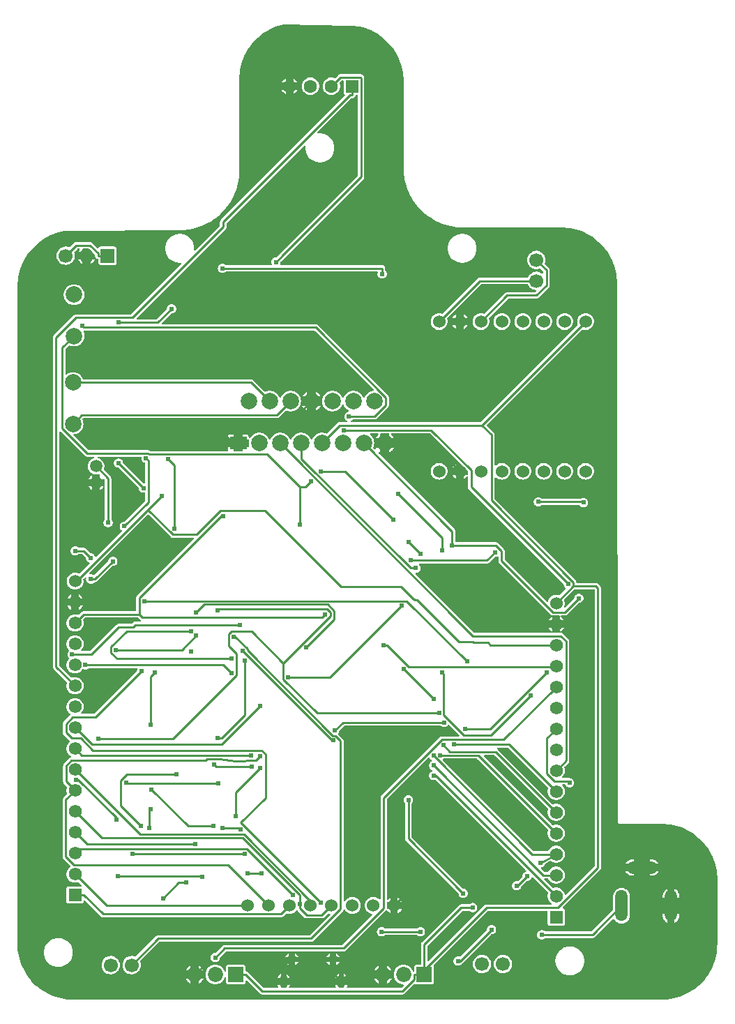
<source format=gbl>
G04 Layer: BottomLayer*
G04 EasyEDA v6.5.44, 2024-08-23 10:49:28*
G04 13edeab578334d2c94ea7048694fe743,9c714277b5a14b868680a62259e1ad39,10*
G04 Gerber Generator version 0.2*
G04 Scale: 100 percent, Rotated: No, Reflected: No *
G04 Dimensions in millimeters *
G04 leading zeros omitted , absolute positions ,4 integer and 5 decimal *
%FSLAX45Y45*%
%MOMM*%

%AMMACRO1*21,1,$1,$2,0,0,$3*%
%ADD10C,0.2540*%
%ADD11O,3.6999926000000003X1.499997*%
%ADD12O,1.499997X3.7999924*%
%ADD13C,1.7000*%
%ADD14C,1.8500*%
%ADD15MACRO1,1.8491X1.8491X0.0000*%
%ADD16R,1.7000X1.7000*%
%ADD17C,1.5301*%
%ADD18C,1.5748*%
%ADD19R,1.5748X1.5748*%
%ADD20C,1.5240*%
%ADD21R,1.6000X1.6000*%
%ADD22C,1.6000*%
%ADD23C,2.0000*%
%ADD24R,2.0000X1.6000*%
%ADD25C,1.5000*%
%ADD26O,1.2500102X0.9499854*%
%ADD27O,0.9999979999999999X1.5500096*%
%ADD28C,0.6100*%
%ADD29C,0.6200*%
%ADD30C,0.0106*%

%LPD*%
G36*
X-1086154Y-2375001D02*
G01*
X-1092758Y-2374392D01*
X-8267242Y-2374392D01*
X-8303259Y-2373426D01*
X-8338413Y-2370632D01*
X-8373414Y-2366060D01*
X-8408111Y-2359609D01*
X-8442401Y-2351328D01*
X-8476234Y-2341321D01*
X-8509508Y-2329484D01*
X-8542121Y-2315972D01*
X-8573973Y-2300782D01*
X-8604961Y-2283917D01*
X-8635034Y-2265476D01*
X-8664143Y-2245461D01*
X-8692134Y-2223973D01*
X-8718956Y-2201062D01*
X-8744508Y-2176780D01*
X-8768791Y-2151126D01*
X-8791702Y-2124303D01*
X-8813190Y-2096312D01*
X-8833154Y-2067204D01*
X-8851595Y-2037130D01*
X-8868410Y-2006092D01*
X-8883599Y-1974240D01*
X-8897112Y-1941626D01*
X-8908846Y-1908352D01*
X-8918854Y-1874520D01*
X-8927084Y-1840179D01*
X-8933535Y-1805482D01*
X-8938107Y-1770481D01*
X-8940850Y-1735328D01*
X-8941206Y-1722323D01*
X-8940292Y-1713890D01*
X-8941308Y6278473D01*
X-8940292Y6286449D01*
X-8939326Y6322060D01*
X-8936532Y6357213D01*
X-8931960Y6392214D01*
X-8925509Y6426911D01*
X-8917228Y6461201D01*
X-8907221Y6495034D01*
X-8895384Y6528307D01*
X-8881872Y6560921D01*
X-8866682Y6592773D01*
X-8849817Y6623761D01*
X-8831376Y6653834D01*
X-8811361Y6682943D01*
X-8789873Y6710934D01*
X-8766962Y6737756D01*
X-8742680Y6763308D01*
X-8717026Y6787591D01*
X-8690203Y6810502D01*
X-8662212Y6831990D01*
X-8633104Y6851954D01*
X-8603030Y6870395D01*
X-8571992Y6887209D01*
X-8540140Y6902399D01*
X-8507526Y6915912D01*
X-8474252Y6927646D01*
X-8440420Y6937654D01*
X-8406079Y6945884D01*
X-8371382Y6952335D01*
X-8336381Y6956907D01*
X-8306968Y6959193D01*
X-6977938Y6965086D01*
X-6972503Y6964680D01*
X-6951522Y6965238D01*
X-6902958Y6965442D01*
X-6896455Y6966254D01*
X-6889800Y6968947D01*
X-6886194Y6970115D01*
X-6856272Y6974230D01*
X-6817918Y6981596D01*
X-6780022Y6990994D01*
X-6742633Y7002424D01*
X-6705955Y7015835D01*
X-6670090Y7031228D01*
X-6635038Y7048500D01*
X-6601002Y7067651D01*
X-6568033Y7088631D01*
X-6536232Y7111339D01*
X-6505702Y7135672D01*
X-6476542Y7161682D01*
X-6448806Y7189165D01*
X-6422593Y7218172D01*
X-6398006Y7248499D01*
X-6375044Y7280097D01*
X-6353860Y7312914D01*
X-6334404Y7346797D01*
X-6316878Y7381697D01*
X-6301181Y7417460D01*
X-6287465Y7454036D01*
X-6275730Y7491272D01*
X-6266027Y7529118D01*
X-6258407Y7567422D01*
X-6252819Y7606080D01*
X-6249416Y7643266D01*
X-6248501Y7665008D01*
X-6247993Y7669072D01*
X-6247790Y8804249D01*
X-6246926Y8836863D01*
X-6244132Y8872270D01*
X-6239408Y8907475D01*
X-6232906Y8942374D01*
X-6224574Y8976868D01*
X-6214414Y9010904D01*
X-6202476Y9044330D01*
X-6188760Y9077096D01*
X-6173368Y9109100D01*
X-6156350Y9140291D01*
X-6137656Y9170466D01*
X-6117437Y9199676D01*
X-6095695Y9227718D01*
X-6072479Y9254642D01*
X-6047892Y9280245D01*
X-6022035Y9304578D01*
X-5994908Y9327489D01*
X-5966561Y9348927D01*
X-5937199Y9368840D01*
X-5906770Y9387179D01*
X-5875477Y9403892D01*
X-5843320Y9418980D01*
X-5810402Y9432290D01*
X-5776823Y9443872D01*
X-5742686Y9453676D01*
X-5712510Y9460636D01*
X-5710072Y9460890D01*
X-4928057Y9448292D01*
X-4892040Y9447326D01*
X-4856886Y9444532D01*
X-4821885Y9439960D01*
X-4787188Y9433509D01*
X-4752898Y9425228D01*
X-4719066Y9415221D01*
X-4685792Y9403384D01*
X-4653178Y9389872D01*
X-4621326Y9374682D01*
X-4590338Y9357817D01*
X-4560265Y9339376D01*
X-4531156Y9319361D01*
X-4503166Y9297873D01*
X-4476343Y9274962D01*
X-4450791Y9250680D01*
X-4426508Y9225026D01*
X-4403598Y9198203D01*
X-4382109Y9170212D01*
X-4362145Y9141104D01*
X-4343704Y9111030D01*
X-4326890Y9079992D01*
X-4311700Y9048140D01*
X-4298188Y9015526D01*
X-4286453Y8982252D01*
X-4276445Y8948420D01*
X-4268216Y8914079D01*
X-4261764Y8879382D01*
X-4257192Y8844381D01*
X-4255211Y8818778D01*
X-4255008Y7709458D01*
X-4254601Y7705344D01*
X-4253941Y7682687D01*
X-4250944Y7644942D01*
X-4245914Y7607300D01*
X-4238955Y7569911D01*
X-4230065Y7532979D01*
X-4219244Y7496556D01*
X-4206494Y7460742D01*
X-4191914Y7425639D01*
X-4175506Y7391349D01*
X-4157370Y7357973D01*
X-4137456Y7325614D01*
X-4115917Y7294321D01*
X-4092752Y7264196D01*
X-4068013Y7235291D01*
X-4041851Y7207758D01*
X-4014266Y7181646D01*
X-3985310Y7157008D01*
X-3955135Y7133894D01*
X-3923792Y7112406D01*
X-3891381Y7092543D01*
X-3857955Y7074458D01*
X-3823614Y7058152D01*
X-3788511Y7043623D01*
X-3752697Y7030974D01*
X-3716223Y7020255D01*
X-3679240Y7011416D01*
X-3641902Y7004507D01*
X-3604209Y6999579D01*
X-3566312Y6996684D01*
X-3530346Y6995718D01*
X-3523843Y6996328D01*
X-3518255Y6998309D01*
X-3515664Y6999427D01*
X-3512870Y6999833D01*
X-2337003Y6997192D01*
X-2301240Y6996226D01*
X-2266086Y6993432D01*
X-2231085Y6988860D01*
X-2196388Y6982409D01*
X-2162098Y6974128D01*
X-2128266Y6964121D01*
X-2094992Y6952284D01*
X-2062378Y6938772D01*
X-2030526Y6923582D01*
X-1999538Y6906717D01*
X-1969465Y6888276D01*
X-1940356Y6868261D01*
X-1912366Y6846773D01*
X-1885543Y6823862D01*
X-1859991Y6799580D01*
X-1835708Y6773925D01*
X-1812798Y6747103D01*
X-1791309Y6719112D01*
X-1771345Y6690004D01*
X-1752904Y6659930D01*
X-1736089Y6628892D01*
X-1720900Y6597040D01*
X-1707388Y6564426D01*
X-1695653Y6531152D01*
X-1685645Y6497320D01*
X-1677416Y6462979D01*
X-1670964Y6428282D01*
X-1666392Y6393281D01*
X-1663649Y6358128D01*
X-1662988Y6333693D01*
X-1663700Y6329375D01*
X-1664207Y6324041D01*
X-1651507Y-215341D01*
X-1650695Y-221843D01*
X-1648612Y-227380D01*
X-1645056Y-232460D01*
X-1642059Y-235508D01*
X-1638401Y-238150D01*
X-1632864Y-240639D01*
X-1625447Y-241808D01*
X-1118057Y-241808D01*
X-1082040Y-242773D01*
X-1046886Y-245567D01*
X-1011885Y-250139D01*
X-977188Y-256590D01*
X-942898Y-264871D01*
X-909066Y-274878D01*
X-875792Y-286715D01*
X-843178Y-300228D01*
X-811326Y-315417D01*
X-780338Y-332282D01*
X-750265Y-350723D01*
X-721156Y-370738D01*
X-693166Y-392226D01*
X-666343Y-415137D01*
X-640791Y-439420D01*
X-616508Y-465074D01*
X-593598Y-491896D01*
X-572109Y-519887D01*
X-552145Y-548995D01*
X-533704Y-579069D01*
X-516890Y-610108D01*
X-501700Y-641959D01*
X-488188Y-674573D01*
X-476453Y-707847D01*
X-466445Y-741680D01*
X-458216Y-776020D01*
X-451764Y-810717D01*
X-447192Y-845718D01*
X-444449Y-880871D01*
X-443788Y-905256D01*
X-444804Y-911606D01*
X-445008Y-914704D01*
X-445008Y-1701342D01*
X-445973Y-1737360D01*
X-448767Y-1772513D01*
X-453339Y-1807514D01*
X-459790Y-1842211D01*
X-468071Y-1876501D01*
X-478078Y-1910334D01*
X-489915Y-1943607D01*
X-503428Y-1976221D01*
X-518617Y-2008073D01*
X-535482Y-2039061D01*
X-553923Y-2069134D01*
X-573938Y-2098243D01*
X-595426Y-2126234D01*
X-618337Y-2153056D01*
X-642620Y-2178608D01*
X-668274Y-2202891D01*
X-695096Y-2225802D01*
X-723087Y-2247290D01*
X-752195Y-2267254D01*
X-782269Y-2285695D01*
X-813308Y-2302510D01*
X-845159Y-2317699D01*
X-877773Y-2331212D01*
X-911047Y-2342946D01*
X-944880Y-2352954D01*
X-979220Y-2361184D01*
X-1013917Y-2367635D01*
X-1048918Y-2372207D01*
G37*

%LPC*%
G36*
X-5967018Y-2311298D02*
G01*
X-4267758Y-2311298D01*
X-4259732Y-2310485D01*
X-4252518Y-2308301D01*
X-4245864Y-2304745D01*
X-4239615Y-2299614D01*
X-4124807Y-2184806D01*
X-4122013Y-2182825D01*
X-4118762Y-2181860D01*
X-4115358Y-2182063D01*
X-4112209Y-2183384D01*
X-4108196Y-2185873D01*
X-4102760Y-2187803D01*
X-4096410Y-2188514D01*
X-3912565Y-2188514D01*
X-3906265Y-2187803D01*
X-3900779Y-2185873D01*
X-3895902Y-2182825D01*
X-3891787Y-2178710D01*
X-3888740Y-2173833D01*
X-3886809Y-2168347D01*
X-3886098Y-2162048D01*
X-3886098Y-1978152D01*
X-3886809Y-1971852D01*
X-3890162Y-1963013D01*
X-3890365Y-1959610D01*
X-3889400Y-1956307D01*
X-3887470Y-1953564D01*
X-3234436Y-1300530D01*
X-3231134Y-1298346D01*
X-3227273Y-1297584D01*
X-2515108Y-1297584D01*
X-2511196Y-1298346D01*
X-2507945Y-1300530D01*
X-2505710Y-1303832D01*
X-2504948Y-1307744D01*
X-2504948Y-1449781D01*
X-2504236Y-1456080D01*
X-2502306Y-1461566D01*
X-2499258Y-1466443D01*
X-2495143Y-1470558D01*
X-2490266Y-1473606D01*
X-2484780Y-1475536D01*
X-2478481Y-1476248D01*
X-2322118Y-1476248D01*
X-2315819Y-1475536D01*
X-2310333Y-1473606D01*
X-2305456Y-1470558D01*
X-2301341Y-1466443D01*
X-2298293Y-1461566D01*
X-2296363Y-1456080D01*
X-2295652Y-1449781D01*
X-2295652Y-1293418D01*
X-2296363Y-1287119D01*
X-2298293Y-1281633D01*
X-2301341Y-1276756D01*
X-2305456Y-1272641D01*
X-2310333Y-1269593D01*
X-2316226Y-1267510D01*
X-2319731Y-1265428D01*
X-2322118Y-1262126D01*
X-2323033Y-1258163D01*
X-2322322Y-1254150D01*
X-2320086Y-1250746D01*
X-1867763Y-798423D01*
X-1862632Y-792175D01*
X-1859076Y-785520D01*
X-1856892Y-778306D01*
X-1856130Y-770280D01*
X-1856130Y2616555D01*
X-1856892Y2624582D01*
X-1859076Y2631846D01*
X-1862632Y2638501D01*
X-1867763Y2644749D01*
X-1894128Y2671064D01*
X-1900326Y2676194D01*
X-1907032Y2679750D01*
X-1914245Y2681935D01*
X-1922272Y2682748D01*
X-2145893Y2682748D01*
X-2149551Y2683408D01*
X-2152700Y2685389D01*
X-2154936Y2688336D01*
X-2156002Y2691892D01*
X-2156764Y2699816D01*
X-2158949Y2707030D01*
X-2162505Y2713685D01*
X-2167636Y2719933D01*
X-3146094Y3698392D01*
X-3148330Y3701694D01*
X-3149092Y3705606D01*
X-3149092Y3958336D01*
X-3148330Y3962146D01*
X-3146247Y3965397D01*
X-3143046Y3967632D01*
X-3139287Y3968496D01*
X-3135426Y3967886D01*
X-3132124Y3965854D01*
X-3123946Y3958488D01*
X-3112719Y3950766D01*
X-3100578Y3944620D01*
X-3087674Y3940149D01*
X-3074314Y3937406D01*
X-3060700Y3936492D01*
X-3047085Y3937406D01*
X-3033725Y3940149D01*
X-3020822Y3944620D01*
X-3008680Y3950766D01*
X-2997454Y3958488D01*
X-2987294Y3967632D01*
X-2978505Y3978046D01*
X-2971190Y3989527D01*
X-2965450Y4001922D01*
X-2961386Y4014927D01*
X-2959150Y4028389D01*
X-2958693Y4042003D01*
X-2960014Y4055567D01*
X-2963214Y4068826D01*
X-2968091Y4081576D01*
X-2974644Y4093514D01*
X-2982722Y4104487D01*
X-2992221Y4114292D01*
X-3002940Y4122775D01*
X-3014675Y4129735D01*
X-3027222Y4135018D01*
X-3040380Y4138625D01*
X-3053892Y4140454D01*
X-3067507Y4140454D01*
X-3081020Y4138625D01*
X-3094177Y4135018D01*
X-3106724Y4129735D01*
X-3118459Y4122775D01*
X-3129178Y4114292D01*
X-3131616Y4111751D01*
X-3134918Y4109516D01*
X-3138830Y4108653D01*
X-3142742Y4109415D01*
X-3146094Y4111599D01*
X-3148330Y4114901D01*
X-3149092Y4118813D01*
X-3149092Y4482541D01*
X-3149904Y4490567D01*
X-3152089Y4497832D01*
X-3155645Y4504486D01*
X-3160776Y4510735D01*
X-3240227Y4590186D01*
X-3242462Y4593488D01*
X-3243224Y4597400D01*
X-3242462Y4601260D01*
X-3240227Y4604562D01*
X-2088692Y5756097D01*
X-2085593Y5758230D01*
X-2081936Y5759043D01*
X-2078177Y5758484D01*
X-2071674Y5756249D01*
X-2058314Y5753506D01*
X-2044700Y5752592D01*
X-2031085Y5753506D01*
X-2017725Y5756249D01*
X-2004822Y5760720D01*
X-1992680Y5766866D01*
X-1981454Y5774588D01*
X-1971293Y5783732D01*
X-1962505Y5794146D01*
X-1955190Y5805627D01*
X-1949450Y5818022D01*
X-1945386Y5831027D01*
X-1943150Y5844489D01*
X-1942693Y5858103D01*
X-1944014Y5871667D01*
X-1947214Y5884926D01*
X-1952091Y5897676D01*
X-1958644Y5909614D01*
X-1966722Y5920587D01*
X-1976221Y5930392D01*
X-1986940Y5938875D01*
X-1998675Y5945835D01*
X-2011222Y5951118D01*
X-2024380Y5954725D01*
X-2037892Y5956554D01*
X-2051507Y5956554D01*
X-2065020Y5954725D01*
X-2078177Y5951118D01*
X-2090724Y5945835D01*
X-2102459Y5938875D01*
X-2113178Y5930392D01*
X-2122678Y5920587D01*
X-2130755Y5909614D01*
X-2137308Y5897676D01*
X-2142185Y5884926D01*
X-2145385Y5871667D01*
X-2146706Y5858103D01*
X-2146249Y5844489D01*
X-2144014Y5831027D01*
X-2140864Y5820867D01*
X-2140407Y5817209D01*
X-2141270Y5813653D01*
X-2143353Y5810656D01*
X-3315055Y4638954D01*
X-3318357Y4636770D01*
X-3322218Y4636008D01*
X-4884572Y4636008D01*
X-4888738Y4636871D01*
X-4892192Y4639411D01*
X-4894275Y4643120D01*
X-4894630Y4647387D01*
X-4893259Y4651400D01*
X-4890312Y4654499D01*
X-4881067Y4660900D01*
X-4879492Y4662474D01*
X-4876190Y4664659D01*
X-4872278Y4665472D01*
X-4608322Y4665472D01*
X-4600295Y4666234D01*
X-4593082Y4668418D01*
X-4586427Y4672025D01*
X-4580178Y4677105D01*
X-4442815Y4814519D01*
X-4437684Y4820767D01*
X-4434128Y4827422D01*
X-4431944Y4834636D01*
X-4431131Y4842662D01*
X-4431131Y4935626D01*
X-4431944Y4943652D01*
X-4434128Y4950917D01*
X-4437684Y4957572D01*
X-4442815Y4963820D01*
X-5291328Y5812332D01*
X-5297525Y5817412D01*
X-5304231Y5820968D01*
X-5311444Y5823204D01*
X-5319471Y5823966D01*
X-7179360Y5823966D01*
X-7183272Y5824728D01*
X-7186574Y5826963D01*
X-7188758Y5830265D01*
X-7189520Y5834126D01*
X-7188758Y5838037D01*
X-7186574Y5841339D01*
X-7076033Y5951880D01*
X-7073138Y5953861D01*
X-7069734Y5954776D01*
X-7061657Y5955487D01*
X-7052157Y5958027D01*
X-7043267Y5962192D01*
X-7035241Y5967831D01*
X-7028281Y5974791D01*
X-7022642Y5982817D01*
X-7018477Y5991707D01*
X-7015937Y6001207D01*
X-7015073Y6011011D01*
X-7015937Y6020816D01*
X-7018477Y6030315D01*
X-7022642Y6039205D01*
X-7028281Y6047232D01*
X-7035241Y6054191D01*
X-7043267Y6059830D01*
X-7052157Y6063996D01*
X-7061657Y6066536D01*
X-7071461Y6067399D01*
X-7081266Y6066536D01*
X-7090765Y6063996D01*
X-7099655Y6059830D01*
X-7107681Y6054191D01*
X-7114641Y6047232D01*
X-7120280Y6039205D01*
X-7124446Y6030315D01*
X-7126986Y6020816D01*
X-7127697Y6012789D01*
X-7128611Y6009386D01*
X-7130592Y6006490D01*
X-7251547Y5885535D01*
X-7254849Y5883300D01*
X-7258761Y5882538D01*
X-7485938Y5882538D01*
X-7489799Y5883300D01*
X-7493101Y5885535D01*
X-7495336Y5888837D01*
X-7496098Y5892698D01*
X-7495336Y5896610D01*
X-7493101Y5899912D01*
X-6417157Y6975856D01*
X-6412026Y6982104D01*
X-6408470Y6988759D01*
X-6406286Y6995972D01*
X-6405524Y7003999D01*
X-6405524Y7043775D01*
X-6404711Y7047636D01*
X-6402527Y7050938D01*
X-5462320Y7991144D01*
X-5458866Y7993430D01*
X-5454802Y7994091D01*
X-5450789Y7993125D01*
X-5447487Y7990636D01*
X-5445455Y7987030D01*
X-5445048Y7982915D01*
X-5446166Y7971942D01*
X-5446166Y7953857D01*
X-5444286Y7935823D01*
X-5440578Y7918094D01*
X-5435092Y7900873D01*
X-5427827Y7884261D01*
X-5418937Y7868513D01*
X-5408422Y7853730D01*
X-5396484Y7840116D01*
X-5383174Y7827822D01*
X-5368696Y7816951D01*
X-5353151Y7807655D01*
X-5336743Y7799984D01*
X-5319674Y7793990D01*
X-5302046Y7789875D01*
X-5284063Y7787538D01*
X-5265978Y7787081D01*
X-5247894Y7788452D01*
X-5230114Y7791703D01*
X-5212689Y7796784D01*
X-5195925Y7803591D01*
X-5179974Y7812125D01*
X-5164937Y7822234D01*
X-5151018Y7833817D01*
X-5138369Y7846771D01*
X-5127142Y7860995D01*
X-5117439Y7876286D01*
X-5109311Y7892440D01*
X-5102961Y7909407D01*
X-5098338Y7926933D01*
X-5095544Y7944815D01*
X-5094630Y7962900D01*
X-5095544Y7980984D01*
X-5098338Y7998866D01*
X-5102961Y8016392D01*
X-5109311Y8033359D01*
X-5117439Y8049514D01*
X-5127142Y8064804D01*
X-5138369Y8079028D01*
X-5151018Y8091982D01*
X-5164937Y8103565D01*
X-5179974Y8113674D01*
X-5195925Y8122208D01*
X-5212689Y8129016D01*
X-5230114Y8134096D01*
X-5247894Y8137347D01*
X-5265978Y8138718D01*
X-5284063Y8138261D01*
X-5290261Y8137448D01*
X-5294426Y8137804D01*
X-5298084Y8139785D01*
X-5300675Y8143087D01*
X-5301691Y8147100D01*
X-5301030Y8151215D01*
X-5298744Y8154720D01*
X-4890770Y8562695D01*
X-4887468Y8564880D01*
X-4883556Y8565692D01*
X-4877308Y8565692D01*
X-4869281Y8566454D01*
X-4862068Y8568639D01*
X-4855362Y8572246D01*
X-4849520Y8577021D01*
X-4844745Y8582863D01*
X-4841189Y8589518D01*
X-4837938Y8600694D01*
X-4835652Y8603640D01*
X-4832502Y8605621D01*
X-4828844Y8606282D01*
X-4817364Y8606282D01*
X-4813452Y8605520D01*
X-4810201Y8603335D01*
X-4807966Y8600033D01*
X-4807204Y8596122D01*
X-4807204Y7634122D01*
X-4807966Y7630210D01*
X-4810201Y7626908D01*
X-5799328Y6637731D01*
X-5802223Y6635750D01*
X-5805627Y6634835D01*
X-5813704Y6634124D01*
X-5823204Y6631584D01*
X-5832094Y6627418D01*
X-5840120Y6621780D01*
X-5847080Y6614820D01*
X-5852718Y6606794D01*
X-5856884Y6597903D01*
X-5859424Y6588404D01*
X-5860288Y6578600D01*
X-5859424Y6568795D01*
X-5856884Y6559296D01*
X-5855055Y6555486D01*
X-5854141Y6551523D01*
X-5854801Y6547510D01*
X-5856986Y6544106D01*
X-5860288Y6541820D01*
X-5864301Y6541007D01*
X-6406591Y6541007D01*
X-6410452Y6541770D01*
X-6413754Y6544005D01*
X-6415379Y6545580D01*
X-6423406Y6551218D01*
X-6432296Y6555384D01*
X-6441795Y6557924D01*
X-6451600Y6558788D01*
X-6461404Y6557924D01*
X-6470904Y6555384D01*
X-6479794Y6551218D01*
X-6487820Y6545580D01*
X-6494780Y6538620D01*
X-6500418Y6530594D01*
X-6504584Y6521704D01*
X-6507124Y6512204D01*
X-6507988Y6502400D01*
X-6507124Y6492595D01*
X-6504584Y6483096D01*
X-6500418Y6474206D01*
X-6494780Y6466179D01*
X-6487820Y6459220D01*
X-6479794Y6453581D01*
X-6470904Y6449415D01*
X-6461404Y6446875D01*
X-6451600Y6446012D01*
X-6441795Y6446875D01*
X-6432296Y6449415D01*
X-6423406Y6453581D01*
X-6415379Y6459220D01*
X-6413754Y6460794D01*
X-6410452Y6463030D01*
X-6406591Y6463792D01*
X-4577689Y6463792D01*
X-4574032Y6463131D01*
X-4570882Y6461201D01*
X-4568647Y6458254D01*
X-4567580Y6454698D01*
X-4567885Y6450990D01*
X-4570069Y6442862D01*
X-4570933Y6433058D01*
X-4570069Y6423253D01*
X-4567529Y6413754D01*
X-4563364Y6404864D01*
X-4557725Y6396837D01*
X-4550765Y6389878D01*
X-4542739Y6384239D01*
X-4533849Y6380073D01*
X-4524349Y6377533D01*
X-4514545Y6376670D01*
X-4504740Y6377533D01*
X-4495241Y6380073D01*
X-4486351Y6384239D01*
X-4478324Y6389878D01*
X-4471365Y6396837D01*
X-4465726Y6404864D01*
X-4461560Y6413754D01*
X-4459020Y6423253D01*
X-4458157Y6433058D01*
X-4459020Y6442862D01*
X-4461560Y6452362D01*
X-4465726Y6461252D01*
X-4471365Y6469278D01*
X-4472990Y6470954D01*
X-4475226Y6474256D01*
X-4475988Y6478117D01*
X-4475988Y6501892D01*
X-4476800Y6509918D01*
X-4478985Y6517131D01*
X-4482541Y6523837D01*
X-4487316Y6529679D01*
X-4493158Y6534454D01*
X-4499864Y6538010D01*
X-4507077Y6540195D01*
X-4515104Y6541007D01*
X-5743498Y6541007D01*
X-5747512Y6541820D01*
X-5750814Y6544106D01*
X-5752998Y6547510D01*
X-5753658Y6551523D01*
X-5752744Y6555486D01*
X-5750915Y6559296D01*
X-5748375Y6568795D01*
X-5747664Y6576872D01*
X-5746750Y6580276D01*
X-5744768Y6583172D01*
X-4741672Y7586268D01*
X-4736541Y7592466D01*
X-4732985Y7599172D01*
X-4730800Y7606385D01*
X-4729988Y7614412D01*
X-4729988Y8812530D01*
X-4730800Y8820556D01*
X-4732985Y8827770D01*
X-4736541Y8834475D01*
X-4741621Y8840622D01*
X-4749038Y8847836D01*
X-4754778Y8852458D01*
X-4761484Y8856014D01*
X-4768697Y8858199D01*
X-4776724Y8859012D01*
X-5022088Y8859012D01*
X-5030114Y8858199D01*
X-5037328Y8856014D01*
X-5044033Y8852458D01*
X-5050231Y8847328D01*
X-5083810Y8813800D01*
X-5086908Y8811717D01*
X-5090515Y8810853D01*
X-5094224Y8811361D01*
X-5103418Y8814460D01*
X-5116982Y8817203D01*
X-5130800Y8818067D01*
X-5144617Y8817203D01*
X-5158181Y8814460D01*
X-5171338Y8810040D01*
X-5183733Y8803894D01*
X-5195265Y8796223D01*
X-5205679Y8787079D01*
X-5214823Y8776665D01*
X-5222494Y8765133D01*
X-5228640Y8752738D01*
X-5233060Y8739581D01*
X-5235803Y8726017D01*
X-5236667Y8712200D01*
X-5235803Y8698382D01*
X-5233060Y8684818D01*
X-5228640Y8671661D01*
X-5222494Y8659266D01*
X-5214823Y8647734D01*
X-5205679Y8637320D01*
X-5195265Y8628176D01*
X-5183733Y8620506D01*
X-5171338Y8614359D01*
X-5158181Y8609939D01*
X-5144617Y8607196D01*
X-5130800Y8606332D01*
X-5116982Y8607196D01*
X-5103418Y8609939D01*
X-5090261Y8614359D01*
X-5077866Y8620506D01*
X-5066334Y8628176D01*
X-5055920Y8637320D01*
X-5046776Y8647734D01*
X-5039106Y8659266D01*
X-5032959Y8671661D01*
X-5028539Y8684818D01*
X-5025796Y8698382D01*
X-5024932Y8712200D01*
X-5025796Y8726017D01*
X-5028539Y8739581D01*
X-5031638Y8748776D01*
X-5032146Y8752484D01*
X-5031282Y8756091D01*
X-5029200Y8759190D01*
X-5009591Y8778798D01*
X-5006289Y8781034D01*
X-5002377Y8781796D01*
X-4992878Y8781796D01*
X-4988966Y8781034D01*
X-4985664Y8778798D01*
X-4983480Y8775547D01*
X-4982718Y8771636D01*
X-4982718Y8632748D01*
X-4982006Y8626449D01*
X-4980076Y8620963D01*
X-4977028Y8616086D01*
X-4972913Y8611971D01*
X-4970018Y8610193D01*
X-4967376Y8607755D01*
X-4965700Y8604504D01*
X-4965293Y8600897D01*
X-4966208Y8597392D01*
X-4968240Y8594394D01*
X-6471056Y7091629D01*
X-6476187Y7085380D01*
X-6479743Y7078725D01*
X-6481927Y7071461D01*
X-6482740Y7063435D01*
X-6482740Y7023709D01*
X-6483502Y7019798D01*
X-6485686Y7016496D01*
X-6779768Y6722414D01*
X-6783171Y6720179D01*
X-6787134Y6719468D01*
X-6791096Y6720331D01*
X-6794398Y6722668D01*
X-6796481Y6726123D01*
X-6797090Y6730136D01*
X-6796430Y6743700D01*
X-6797344Y6761784D01*
X-6800138Y6779666D01*
X-6804761Y6797192D01*
X-6811111Y6814159D01*
X-6819239Y6830314D01*
X-6828942Y6845604D01*
X-6840169Y6859828D01*
X-6852818Y6872782D01*
X-6866737Y6884365D01*
X-6881774Y6894474D01*
X-6897725Y6903008D01*
X-6914489Y6909816D01*
X-6931914Y6914896D01*
X-6949694Y6918147D01*
X-6967778Y6919518D01*
X-6985863Y6919061D01*
X-7003846Y6916724D01*
X-7021474Y6912609D01*
X-7038543Y6906615D01*
X-7054951Y6898944D01*
X-7070496Y6889648D01*
X-7084974Y6878777D01*
X-7098284Y6866483D01*
X-7110222Y6852869D01*
X-7120737Y6838086D01*
X-7129627Y6822338D01*
X-7136892Y6805726D01*
X-7142378Y6788505D01*
X-7146086Y6770776D01*
X-7147966Y6752742D01*
X-7147966Y6734657D01*
X-7146086Y6716623D01*
X-7142378Y6698894D01*
X-7136892Y6681673D01*
X-7129627Y6665061D01*
X-7120737Y6649313D01*
X-7110222Y6634530D01*
X-7098284Y6620916D01*
X-7084974Y6608622D01*
X-7070496Y6597751D01*
X-7054951Y6588455D01*
X-7038543Y6580784D01*
X-7021474Y6574790D01*
X-7003846Y6570675D01*
X-6985863Y6568338D01*
X-6967778Y6567881D01*
X-6958939Y6568541D01*
X-6954875Y6568033D01*
X-6951370Y6565950D01*
X-6948931Y6562648D01*
X-6948017Y6558686D01*
X-6948728Y6554673D01*
X-6950964Y6551218D01*
X-7558125Y5944108D01*
X-7561427Y5941872D01*
X-7565288Y5941110D01*
X-8233257Y5941110D01*
X-8241284Y5940348D01*
X-8248548Y5938113D01*
X-8255203Y5934557D01*
X-8261400Y5929477D01*
X-8499703Y5691225D01*
X-8504783Y5684977D01*
X-8508339Y5678322D01*
X-8510524Y5671058D01*
X-8511336Y5663031D01*
X-8511336Y1666036D01*
X-8510524Y1658010D01*
X-8508339Y1650796D01*
X-8504783Y1644142D01*
X-8499703Y1637893D01*
X-8342934Y1481124D01*
X-8340801Y1478026D01*
X-8339937Y1474368D01*
X-8340496Y1470660D01*
X-8343341Y1462176D01*
X-8346033Y1448765D01*
X-8346948Y1435100D01*
X-8346033Y1421434D01*
X-8343341Y1408023D01*
X-8338972Y1395069D01*
X-8332927Y1382776D01*
X-8325307Y1371396D01*
X-8316264Y1361135D01*
X-8306003Y1352092D01*
X-8294624Y1344472D01*
X-8282330Y1338427D01*
X-8269376Y1334058D01*
X-8255965Y1331366D01*
X-8242300Y1330452D01*
X-8228634Y1331366D01*
X-8215223Y1334058D01*
X-8202269Y1338427D01*
X-8189975Y1344472D01*
X-8178596Y1352092D01*
X-8168335Y1361135D01*
X-8159292Y1371396D01*
X-8151672Y1382776D01*
X-8145627Y1395069D01*
X-8141258Y1408023D01*
X-8138566Y1421434D01*
X-8137652Y1435100D01*
X-8138566Y1448765D01*
X-8141258Y1462176D01*
X-8145627Y1475130D01*
X-8151672Y1487424D01*
X-8159292Y1498803D01*
X-8168335Y1509064D01*
X-8178596Y1518107D01*
X-8189975Y1525727D01*
X-8202269Y1531772D01*
X-8215223Y1536141D01*
X-8228634Y1538833D01*
X-8242300Y1539748D01*
X-8255965Y1538833D01*
X-8269376Y1536141D01*
X-8277859Y1533296D01*
X-8281568Y1532737D01*
X-8285225Y1533601D01*
X-8288324Y1535734D01*
X-8431123Y1678533D01*
X-8433358Y1681835D01*
X-8434120Y1685747D01*
X-8434120Y4513529D01*
X-8433358Y4517390D01*
X-8431123Y4520692D01*
X-8427872Y4522876D01*
X-8423960Y4523689D01*
X-8420100Y4522876D01*
X-8416798Y4520692D01*
X-8124291Y4228185D01*
X-8118043Y4223105D01*
X-8111388Y4219498D01*
X-8104174Y4217314D01*
X-8096148Y4216552D01*
X-8021015Y4216552D01*
X-8017052Y4215739D01*
X-8013700Y4213453D01*
X-8011515Y4210050D01*
X-8010855Y4206036D01*
X-8011769Y4202125D01*
X-8014208Y4198823D01*
X-8017662Y4196791D01*
X-8027771Y4193286D01*
X-8039811Y4187190D01*
X-8050885Y4179570D01*
X-8060893Y4170527D01*
X-8069580Y4160265D01*
X-8076844Y4148886D01*
X-8082534Y4136644D01*
X-8086496Y4123791D01*
X-8088731Y4110482D01*
X-8089188Y4097020D01*
X-8087868Y4083608D01*
X-8084718Y4070502D01*
X-8079892Y4057954D01*
X-8073390Y4046118D01*
X-8065414Y4035247D01*
X-8056067Y4025595D01*
X-8045450Y4017213D01*
X-8029295Y4007612D01*
X-8026501Y4003751D01*
X-8022945Y4004767D01*
X-8019237Y4004462D01*
X-8008467Y4001515D01*
X-7995107Y3999737D01*
X-7981645Y3999737D01*
X-7968284Y4001515D01*
X-7957210Y4004564D01*
X-7953502Y4004868D01*
X-7949946Y4003852D01*
X-7946999Y4001566D01*
X-7945069Y3998417D01*
X-7944358Y3994759D01*
X-7944358Y3944467D01*
X-7891272Y3944467D01*
X-7887360Y3943654D01*
X-7884058Y3941470D01*
X-7882788Y3940149D01*
X-7880553Y3936898D01*
X-7879791Y3932986D01*
X-7879791Y3866896D01*
X-7880553Y3863035D01*
X-7882788Y3859733D01*
X-7885277Y3858056D01*
X-7883499Y3857142D01*
X-7880756Y3853637D01*
X-7879791Y3849319D01*
X-7879791Y3459581D01*
X-7880553Y3455720D01*
X-7882788Y3452418D01*
X-7884363Y3450793D01*
X-7890002Y3442766D01*
X-7894167Y3433876D01*
X-7896707Y3424377D01*
X-7897571Y3414572D01*
X-7896707Y3404768D01*
X-7894167Y3395268D01*
X-7890002Y3386378D01*
X-7884363Y3378352D01*
X-7877403Y3371392D01*
X-7869377Y3365754D01*
X-7860487Y3361588D01*
X-7850987Y3359048D01*
X-7841183Y3358184D01*
X-7831378Y3359048D01*
X-7821879Y3361588D01*
X-7812989Y3365754D01*
X-7804962Y3371392D01*
X-7798003Y3378352D01*
X-7792364Y3386378D01*
X-7788198Y3395268D01*
X-7785658Y3404768D01*
X-7784795Y3414572D01*
X-7785658Y3424377D01*
X-7788198Y3433876D01*
X-7792364Y3442766D01*
X-7798003Y3450793D01*
X-7799578Y3452418D01*
X-7801813Y3455720D01*
X-7802575Y3459581D01*
X-7802575Y3952697D01*
X-7803388Y3960723D01*
X-7805572Y3967937D01*
X-7809128Y3974592D01*
X-7814259Y3980840D01*
X-7890662Y4057243D01*
X-7892846Y4060494D01*
X-7893608Y4064254D01*
X-7892948Y4068114D01*
X-7892034Y4070502D01*
X-7888884Y4083608D01*
X-7887563Y4097020D01*
X-7888020Y4110482D01*
X-7890256Y4123791D01*
X-7894218Y4136644D01*
X-7899908Y4148886D01*
X-7907172Y4160265D01*
X-7915859Y4170527D01*
X-7925866Y4179570D01*
X-7936941Y4187190D01*
X-7948980Y4193286D01*
X-7959090Y4196791D01*
X-7962544Y4198823D01*
X-7964982Y4202125D01*
X-7965897Y4206036D01*
X-7965236Y4210050D01*
X-7963052Y4213453D01*
X-7959699Y4215739D01*
X-7955737Y4216552D01*
X-7447280Y4216552D01*
X-7443165Y4215688D01*
X-7439812Y4213250D01*
X-7437678Y4209643D01*
X-7437170Y4205478D01*
X-7437932Y4196537D01*
X-7437069Y4186783D01*
X-7434529Y4177284D01*
X-7430363Y4168394D01*
X-7424775Y4160316D01*
X-7417816Y4153357D01*
X-7409738Y4147769D01*
X-7395718Y4141215D01*
X-7393025Y4137761D01*
X-7392111Y4133443D01*
X-7392111Y3900932D01*
X-7392924Y3896817D01*
X-7395362Y3893413D01*
X-7398969Y3891279D01*
X-7403134Y3890772D01*
X-7410297Y3891432D01*
X-7413701Y3892346D01*
X-7416596Y3894328D01*
X-7655915Y4133646D01*
X-7657896Y4136542D01*
X-7658811Y4139946D01*
X-7659522Y4147972D01*
X-7662062Y4157472D01*
X-7666228Y4166362D01*
X-7671866Y4174439D01*
X-7678826Y4181398D01*
X-7686852Y4186986D01*
X-7695742Y4191152D01*
X-7705242Y4193692D01*
X-7715046Y4194556D01*
X-7724851Y4193692D01*
X-7734350Y4191152D01*
X-7743240Y4186986D01*
X-7751267Y4181398D01*
X-7758226Y4174439D01*
X-7763865Y4166362D01*
X-7768031Y4157472D01*
X-7770571Y4147972D01*
X-7771434Y4138168D01*
X-7770571Y4128414D01*
X-7768031Y4118914D01*
X-7763865Y4110024D01*
X-7758226Y4101947D01*
X-7751267Y4094987D01*
X-7743240Y4089400D01*
X-7734350Y4085234D01*
X-7724851Y4082694D01*
X-7716774Y4081983D01*
X-7713370Y4081068D01*
X-7710474Y4079036D01*
X-7471206Y3839768D01*
X-7469174Y3836873D01*
X-7468260Y3833469D01*
X-7467549Y3825392D01*
X-7465009Y3815892D01*
X-7460843Y3807002D01*
X-7455255Y3798976D01*
X-7448296Y3792016D01*
X-7440218Y3786378D01*
X-7431328Y3782212D01*
X-7421829Y3779672D01*
X-7412024Y3778808D01*
X-7403134Y3779621D01*
X-7398969Y3779113D01*
X-7395362Y3776979D01*
X-7392924Y3773576D01*
X-7392111Y3769461D01*
X-7392111Y3682187D01*
X-7392873Y3678275D01*
X-7395057Y3674973D01*
X-7640523Y3429508D01*
X-7643418Y3427526D01*
X-7646822Y3426612D01*
X-7654848Y3425901D01*
X-7664348Y3423361D01*
X-7673238Y3419195D01*
X-7681315Y3413556D01*
X-7688275Y3406597D01*
X-7693863Y3398570D01*
X-7698028Y3389680D01*
X-7700568Y3380181D01*
X-7701432Y3370376D01*
X-7700568Y3360572D01*
X-7698028Y3351072D01*
X-7693863Y3342182D01*
X-7688275Y3334156D01*
X-7681315Y3327196D01*
X-7676134Y3323539D01*
X-7673136Y3320338D01*
X-7671816Y3316122D01*
X-7672374Y3311753D01*
X-7674762Y3308045D01*
X-7981950Y3000857D01*
X-7985150Y2998724D01*
X-7988960Y2997911D01*
X-7992821Y2998622D01*
X-7996123Y3000705D01*
X-7998358Y3003854D01*
X-8002168Y3012236D01*
X-8007553Y3020212D01*
X-8014208Y3027172D01*
X-8021980Y3032912D01*
X-8030616Y3037281D01*
X-8039811Y3040075D01*
X-8053476Y3042005D01*
X-8056981Y3044291D01*
X-8113064Y3100324D01*
X-8119262Y3105454D01*
X-8125968Y3109010D01*
X-8133181Y3111195D01*
X-8141208Y3112008D01*
X-8196478Y3112008D01*
X-8200440Y3112820D01*
X-8212480Y3121812D01*
X-8221116Y3126181D01*
X-8230311Y3128975D01*
X-8239861Y3130245D01*
X-8249513Y3129788D01*
X-8258962Y3127756D01*
X-8267903Y3124200D01*
X-8276132Y3119120D01*
X-8283346Y3112770D01*
X-8289442Y3105251D01*
X-8294116Y3096818D01*
X-8297316Y3087725D01*
X-8298942Y3078226D01*
X-8298942Y3068574D01*
X-8297316Y3059074D01*
X-8294116Y3049981D01*
X-8289442Y3041548D01*
X-8283346Y3034030D01*
X-8276132Y3027680D01*
X-8267903Y3022600D01*
X-8258962Y3019044D01*
X-8249513Y3017012D01*
X-8239861Y3016554D01*
X-8230311Y3017824D01*
X-8221116Y3020618D01*
X-8212480Y3024987D01*
X-8200440Y3033979D01*
X-8196478Y3034792D01*
X-8160918Y3034792D01*
X-8157006Y3034030D01*
X-8153704Y3031794D01*
X-8111439Y2989529D01*
X-8109254Y2986227D01*
X-8108442Y2982366D01*
X-8108442Y2979674D01*
X-8106816Y2970174D01*
X-8103616Y2961081D01*
X-8098942Y2952648D01*
X-8092846Y2945130D01*
X-8085632Y2938780D01*
X-8077403Y2933700D01*
X-8071459Y2931312D01*
X-8068157Y2929178D01*
X-8065922Y2925876D01*
X-8065109Y2921965D01*
X-8065871Y2918053D01*
X-8068106Y2914700D01*
X-8184794Y2798013D01*
X-8188350Y2795727D01*
X-8192516Y2795016D01*
X-8196580Y2796133D01*
X-8202422Y2799080D01*
X-8215325Y2803550D01*
X-8228685Y2806293D01*
X-8242300Y2807208D01*
X-8255914Y2806293D01*
X-8269274Y2803550D01*
X-8282178Y2799080D01*
X-8294319Y2792933D01*
X-8305546Y2785211D01*
X-8315706Y2776067D01*
X-8324494Y2765653D01*
X-8331809Y2754172D01*
X-8337550Y2741777D01*
X-8341614Y2728772D01*
X-8343849Y2715310D01*
X-8344306Y2701696D01*
X-8342985Y2688132D01*
X-8339785Y2674874D01*
X-8334908Y2662123D01*
X-8328355Y2650185D01*
X-8320278Y2639212D01*
X-8310778Y2629408D01*
X-8300059Y2620924D01*
X-8288324Y2613964D01*
X-8275777Y2608681D01*
X-8262620Y2605074D01*
X-8249107Y2603246D01*
X-8235492Y2603246D01*
X-8221980Y2605074D01*
X-8208822Y2608681D01*
X-8196275Y2613964D01*
X-8184540Y2620924D01*
X-8173821Y2629408D01*
X-8164322Y2639212D01*
X-8156244Y2650185D01*
X-8149691Y2662123D01*
X-8144814Y2674874D01*
X-8141614Y2688132D01*
X-8140293Y2701696D01*
X-8140750Y2715310D01*
X-8142376Y2725166D01*
X-8142427Y2728366D01*
X-8141462Y2731465D01*
X-8139531Y2734056D01*
X-8124901Y2748737D01*
X-8121345Y2751023D01*
X-8117128Y2751683D01*
X-8113064Y2750566D01*
X-8109762Y2747873D01*
X-8107883Y2744063D01*
X-8107680Y2739796D01*
X-8108442Y2735326D01*
X-8108442Y2725674D01*
X-8106816Y2716174D01*
X-8103616Y2707081D01*
X-8098942Y2698648D01*
X-8092846Y2691130D01*
X-8085632Y2684780D01*
X-8077403Y2679700D01*
X-8068462Y2676144D01*
X-8059013Y2674112D01*
X-8049361Y2673654D01*
X-8039811Y2674924D01*
X-8030616Y2677718D01*
X-8021980Y2682087D01*
X-8009940Y2691079D01*
X-8005978Y2691892D01*
X-8001508Y2691892D01*
X-7993481Y2692704D01*
X-7986268Y2694889D01*
X-7979562Y2698445D01*
X-7973364Y2703576D01*
X-7790281Y2886608D01*
X-7786776Y2888894D01*
X-7773111Y2890824D01*
X-7763916Y2893618D01*
X-7755280Y2897987D01*
X-7747508Y2903728D01*
X-7740853Y2910687D01*
X-7735468Y2918663D01*
X-7731455Y2927451D01*
X-7729067Y2936798D01*
X-7728203Y2946400D01*
X-7729067Y2956001D01*
X-7731455Y2965348D01*
X-7735468Y2974136D01*
X-7740853Y2982112D01*
X-7747508Y2989072D01*
X-7755280Y2994812D01*
X-7763916Y2999181D01*
X-7773111Y3001975D01*
X-7782661Y3003245D01*
X-7792313Y3002788D01*
X-7801762Y3000756D01*
X-7810703Y2997200D01*
X-7818932Y2992120D01*
X-7826146Y2985770D01*
X-7832242Y2978251D01*
X-7836916Y2969818D01*
X-7840116Y2960725D01*
X-7841742Y2951226D01*
X-7841742Y2948533D01*
X-7842554Y2944672D01*
X-7844739Y2941370D01*
X-8007299Y2778810D01*
X-8010245Y2776778D01*
X-8013700Y2775864D01*
X-8017306Y2776220D01*
X-8021980Y2778912D01*
X-8030616Y2783281D01*
X-8039811Y2786075D01*
X-8049361Y2787345D01*
X-8059013Y2786888D01*
X-8060588Y2786583D01*
X-8064906Y2786583D01*
X-8068818Y2788361D01*
X-8071662Y2791663D01*
X-8072881Y2795778D01*
X-8072272Y2800045D01*
X-8069935Y2803702D01*
X-7363815Y3509772D01*
X-7360564Y3511956D01*
X-7356652Y3512769D01*
X-7352792Y3511956D01*
X-7349490Y3509772D01*
X-7082942Y3243224D01*
X-7076744Y3238144D01*
X-7070090Y3234537D01*
X-7062825Y3232353D01*
X-7054799Y3231591D01*
X-6810705Y3231591D01*
X-6806844Y3230778D01*
X-6803542Y3228594D01*
X-6801307Y3225292D01*
X-6800545Y3221431D01*
X-6801307Y3217519D01*
X-6803542Y3214217D01*
X-7491120Y2526690D01*
X-7496200Y2520442D01*
X-7499756Y2513787D01*
X-7501940Y2506522D01*
X-7502753Y2498496D01*
X-7502753Y2349703D01*
X-7503515Y2345842D01*
X-7505750Y2342540D01*
X-7509052Y2340305D01*
X-7512913Y2339543D01*
X-8137956Y2339543D01*
X-8145983Y2338781D01*
X-8153247Y2336546D01*
X-8159902Y2332990D01*
X-8166100Y2327910D01*
X-8196275Y2297734D01*
X-8199374Y2295601D01*
X-8203031Y2294737D01*
X-8206740Y2295296D01*
X-8215223Y2298141D01*
X-8228634Y2300833D01*
X-8242300Y2301748D01*
X-8255965Y2300833D01*
X-8269376Y2298141D01*
X-8282330Y2293772D01*
X-8294624Y2287727D01*
X-8306003Y2280107D01*
X-8316264Y2271064D01*
X-8325307Y2260803D01*
X-8332927Y2249424D01*
X-8338972Y2237130D01*
X-8343341Y2224176D01*
X-8346033Y2210765D01*
X-8346948Y2197100D01*
X-8346033Y2183434D01*
X-8343341Y2170023D01*
X-8338972Y2157069D01*
X-8332927Y2144776D01*
X-8325307Y2133396D01*
X-8316264Y2123135D01*
X-8306003Y2114092D01*
X-8294624Y2106472D01*
X-8282330Y2100427D01*
X-8269376Y2096058D01*
X-8255965Y2093366D01*
X-8242300Y2092452D01*
X-8228634Y2093366D01*
X-8215223Y2096058D01*
X-8202269Y2100427D01*
X-8189975Y2106472D01*
X-8178596Y2114092D01*
X-8168335Y2123135D01*
X-8159292Y2133396D01*
X-8151672Y2144776D01*
X-8145627Y2157069D01*
X-8141258Y2170023D01*
X-8138566Y2183434D01*
X-8137652Y2197100D01*
X-8138566Y2210765D01*
X-8141258Y2224176D01*
X-8144103Y2232660D01*
X-8144662Y2236368D01*
X-8143798Y2240026D01*
X-8141665Y2243124D01*
X-8125459Y2259380D01*
X-8122158Y2261565D01*
X-8118246Y2262327D01*
X-7484364Y2262327D01*
X-7480452Y2261565D01*
X-7477150Y2259380D01*
X-7456068Y2238298D01*
X-7449870Y2233168D01*
X-7448651Y2232558D01*
X-7445298Y2229612D01*
X-7443470Y2225548D01*
X-7443622Y2221128D01*
X-7445603Y2217115D01*
X-7449108Y2214372D01*
X-7453477Y2213406D01*
X-7512303Y2213406D01*
X-7520330Y2212644D01*
X-7527544Y2210409D01*
X-7534198Y2206853D01*
X-7540447Y2201773D01*
X-7553452Y2188718D01*
X-7556753Y2186533D01*
X-7560665Y2185771D01*
X-7713167Y2185771D01*
X-7721193Y2184958D01*
X-7728407Y2182774D01*
X-7735062Y2179218D01*
X-7741310Y2174087D01*
X-8057692Y1857705D01*
X-8060994Y1855470D01*
X-8064906Y1854707D01*
X-8158530Y1854707D01*
X-8162290Y1855470D01*
X-8165541Y1857552D01*
X-8167776Y1860702D01*
X-8168690Y1864410D01*
X-8168131Y1868271D01*
X-8166150Y1871573D01*
X-8159292Y1879396D01*
X-8151672Y1890775D01*
X-8145627Y1903069D01*
X-8141258Y1916023D01*
X-8138566Y1929434D01*
X-8137652Y1943100D01*
X-8138566Y1956765D01*
X-8141258Y1970176D01*
X-8145627Y1983130D01*
X-8151672Y1995424D01*
X-8159292Y2006803D01*
X-8168335Y2017064D01*
X-8178596Y2026107D01*
X-8189975Y2033727D01*
X-8202269Y2039772D01*
X-8215223Y2044141D01*
X-8228634Y2046833D01*
X-8242300Y2047748D01*
X-8255965Y2046833D01*
X-8269376Y2044141D01*
X-8282330Y2039772D01*
X-8294624Y2033727D01*
X-8306003Y2026107D01*
X-8316264Y2017064D01*
X-8325307Y2006803D01*
X-8332927Y1995424D01*
X-8338972Y1983130D01*
X-8343341Y1970176D01*
X-8346033Y1956765D01*
X-8346948Y1943100D01*
X-8346033Y1929434D01*
X-8343341Y1916023D01*
X-8338972Y1903069D01*
X-8332927Y1890775D01*
X-8325307Y1879396D01*
X-8317128Y1870049D01*
X-8315198Y1866798D01*
X-8314588Y1863039D01*
X-8315401Y1859330D01*
X-8317534Y1856181D01*
X-8321395Y1852320D01*
X-8327034Y1844293D01*
X-8331200Y1835404D01*
X-8333740Y1825904D01*
X-8334603Y1816100D01*
X-8333740Y1806295D01*
X-8331200Y1796796D01*
X-8327034Y1787906D01*
X-8321395Y1779879D01*
X-8317534Y1776018D01*
X-8315401Y1772869D01*
X-8314588Y1769160D01*
X-8315198Y1765401D01*
X-8317128Y1762150D01*
X-8325307Y1752803D01*
X-8332927Y1741424D01*
X-8338972Y1729130D01*
X-8343341Y1716176D01*
X-8346033Y1702765D01*
X-8346948Y1689100D01*
X-8346033Y1675434D01*
X-8343341Y1662023D01*
X-8338972Y1649069D01*
X-8332927Y1636776D01*
X-8325307Y1625396D01*
X-8316264Y1615135D01*
X-8306003Y1606092D01*
X-8294624Y1598472D01*
X-8282330Y1592427D01*
X-8269376Y1588058D01*
X-8255965Y1585366D01*
X-8242300Y1584452D01*
X-8228634Y1585366D01*
X-8215223Y1588058D01*
X-8202269Y1592427D01*
X-8189975Y1598472D01*
X-8178596Y1606092D01*
X-8168335Y1615135D01*
X-8159292Y1625396D01*
X-8153146Y1634591D01*
X-8150656Y1637182D01*
X-8147405Y1638757D01*
X-8143849Y1639112D01*
X-8140395Y1638198D01*
X-8136026Y1636115D01*
X-8126526Y1633575D01*
X-8116722Y1632712D01*
X-8106918Y1633575D01*
X-8097418Y1636115D01*
X-8088528Y1640281D01*
X-8080502Y1645920D01*
X-8078876Y1647545D01*
X-8075574Y1649730D01*
X-8071713Y1650492D01*
X-7496403Y1650492D01*
X-7492441Y1649679D01*
X-7489088Y1647393D01*
X-7486903Y1643989D01*
X-7486243Y1639976D01*
X-7487208Y1636064D01*
X-7488986Y1632204D01*
X-7491526Y1622704D01*
X-7492238Y1614678D01*
X-7493152Y1611274D01*
X-7495184Y1608378D01*
X-8007858Y1095705D01*
X-8011159Y1093470D01*
X-8015020Y1092708D01*
X-8158530Y1092708D01*
X-8162290Y1093470D01*
X-8165541Y1095552D01*
X-8167776Y1098702D01*
X-8168690Y1102410D01*
X-8168131Y1106271D01*
X-8166150Y1109573D01*
X-8159292Y1117396D01*
X-8151672Y1128776D01*
X-8145627Y1141069D01*
X-8141258Y1154023D01*
X-8138566Y1167434D01*
X-8137652Y1181100D01*
X-8138566Y1194765D01*
X-8141258Y1208176D01*
X-8145627Y1221130D01*
X-8151672Y1233424D01*
X-8159292Y1244803D01*
X-8168335Y1255064D01*
X-8178596Y1264107D01*
X-8189975Y1271727D01*
X-8202269Y1277772D01*
X-8215223Y1282141D01*
X-8228634Y1284833D01*
X-8242300Y1285748D01*
X-8255965Y1284833D01*
X-8269376Y1282141D01*
X-8282330Y1277772D01*
X-8294624Y1271727D01*
X-8306003Y1264107D01*
X-8316264Y1255064D01*
X-8325307Y1244803D01*
X-8332927Y1233424D01*
X-8338972Y1221130D01*
X-8343341Y1208176D01*
X-8346033Y1194765D01*
X-8346948Y1181100D01*
X-8346033Y1167434D01*
X-8343341Y1154023D01*
X-8338972Y1141069D01*
X-8332927Y1128776D01*
X-8325307Y1117396D01*
X-8316264Y1107135D01*
X-8306003Y1098092D01*
X-8302091Y1095451D01*
X-8298992Y1092250D01*
X-8297621Y1088034D01*
X-8298129Y1083614D01*
X-8300516Y1079855D01*
X-8379256Y1001115D01*
X-8384387Y994867D01*
X-8387943Y988212D01*
X-8390128Y980998D01*
X-8390940Y972972D01*
X-8390940Y867765D01*
X-8390128Y859739D01*
X-8387943Y852474D01*
X-8384387Y845819D01*
X-8379256Y839571D01*
X-8312810Y773176D01*
X-8308492Y769620D01*
X-8305800Y766165D01*
X-8304784Y761949D01*
X-8305647Y757631D01*
X-8308238Y754126D01*
X-8316264Y747064D01*
X-8325307Y736803D01*
X-8332927Y725424D01*
X-8338972Y713130D01*
X-8343341Y700176D01*
X-8346033Y686765D01*
X-8346948Y673100D01*
X-8346033Y659434D01*
X-8343341Y646023D01*
X-8338972Y633069D01*
X-8332927Y620776D01*
X-8325307Y609396D01*
X-8316264Y599135D01*
X-8306003Y590092D01*
X-8294268Y582269D01*
X-8291575Y579577D01*
X-8290001Y576122D01*
X-8289848Y572312D01*
X-8291118Y568706D01*
X-8293608Y565861D01*
X-8296960Y564083D01*
X-8303259Y562152D01*
X-8309965Y558596D01*
X-8316163Y553466D01*
X-8376158Y493471D01*
X-8381288Y487273D01*
X-8384844Y480568D01*
X-8387029Y473354D01*
X-8387842Y465328D01*
X-8387842Y272542D01*
X-8387029Y264515D01*
X-8384844Y257302D01*
X-8381288Y250596D01*
X-8376158Y244398D01*
X-8342934Y211124D01*
X-8340801Y208025D01*
X-8339937Y204368D01*
X-8340496Y200660D01*
X-8343341Y192176D01*
X-8346033Y178765D01*
X-8346948Y165100D01*
X-8346033Y151434D01*
X-8343341Y138023D01*
X-8340496Y129539D01*
X-8339937Y125831D01*
X-8340801Y122174D01*
X-8342934Y119075D01*
X-8381644Y80416D01*
X-8386724Y74168D01*
X-8390280Y67513D01*
X-8392464Y60248D01*
X-8393277Y52222D01*
X-8393277Y-640486D01*
X-8392464Y-648512D01*
X-8390280Y-655726D01*
X-8386724Y-662381D01*
X-8381644Y-668629D01*
X-8300567Y-749655D01*
X-8298180Y-753414D01*
X-8297672Y-757834D01*
X-8299043Y-762101D01*
X-8302142Y-765302D01*
X-8306003Y-767892D01*
X-8316264Y-776935D01*
X-8325307Y-787196D01*
X-8332927Y-798576D01*
X-8338972Y-810869D01*
X-8343341Y-823823D01*
X-8346033Y-837234D01*
X-8346948Y-850900D01*
X-8346033Y-864565D01*
X-8343341Y-877976D01*
X-8338972Y-890930D01*
X-8332927Y-903224D01*
X-8325307Y-914603D01*
X-8316264Y-924864D01*
X-8306003Y-933907D01*
X-8294624Y-941527D01*
X-8282330Y-947572D01*
X-8269376Y-951941D01*
X-8255965Y-954633D01*
X-8242300Y-955548D01*
X-8228634Y-954633D01*
X-8215223Y-951941D01*
X-8206740Y-949096D01*
X-8203031Y-948537D01*
X-8199374Y-949401D01*
X-8196275Y-951534D01*
X-8164880Y-982929D01*
X-8162696Y-986180D01*
X-8161883Y-990092D01*
X-8162696Y-994003D01*
X-8164880Y-997254D01*
X-8168182Y-999490D01*
X-8172043Y-1000252D01*
X-8320481Y-1000252D01*
X-8326780Y-1000963D01*
X-8332266Y-1002893D01*
X-8337143Y-1005941D01*
X-8341258Y-1010056D01*
X-8344306Y-1014933D01*
X-8346236Y-1020419D01*
X-8346948Y-1026718D01*
X-8346948Y-1183081D01*
X-8346236Y-1189380D01*
X-8344306Y-1194866D01*
X-8341258Y-1199743D01*
X-8337143Y-1203858D01*
X-8332266Y-1206906D01*
X-8326780Y-1208836D01*
X-8320481Y-1209548D01*
X-8164118Y-1209548D01*
X-8157819Y-1208836D01*
X-8152333Y-1206906D01*
X-8147456Y-1203858D01*
X-8143341Y-1199743D01*
X-8140293Y-1194866D01*
X-8138363Y-1189380D01*
X-8137652Y-1182014D01*
X-8136890Y-1178102D01*
X-8134654Y-1174851D01*
X-8131403Y-1172616D01*
X-8127492Y-1171854D01*
X-8123580Y-1172616D01*
X-8120329Y-1174851D01*
X-7930743Y-1364386D01*
X-7924546Y-1369466D01*
X-7917891Y-1373073D01*
X-7910626Y-1375257D01*
X-7902600Y-1376019D01*
X-5744819Y-1376019D01*
X-5736793Y-1375257D01*
X-5729579Y-1373073D01*
X-5722924Y-1369466D01*
X-5716676Y-1364386D01*
X-5683097Y-1330807D01*
X-5679897Y-1328623D01*
X-5676087Y-1327810D01*
X-5672277Y-1328470D01*
X-5669127Y-1329690D01*
X-5655818Y-1332839D01*
X-5642203Y-1334211D01*
X-5628538Y-1333754D01*
X-5615076Y-1331518D01*
X-5602020Y-1327454D01*
X-5589574Y-1321714D01*
X-5578043Y-1314348D01*
X-5567629Y-1305509D01*
X-5555030Y-1291640D01*
X-5551627Y-1290116D01*
X-5547868Y-1289964D01*
X-5544362Y-1291183D01*
X-5541467Y-1293571D01*
X-5538774Y-1296924D01*
X-5459272Y-1376375D01*
X-5453075Y-1381455D01*
X-5446420Y-1385062D01*
X-5439156Y-1387246D01*
X-5431129Y-1388008D01*
X-5248808Y-1388008D01*
X-5240782Y-1387246D01*
X-5233568Y-1385062D01*
X-5226913Y-1381455D01*
X-5220665Y-1376375D01*
X-5175097Y-1330807D01*
X-5171897Y-1328623D01*
X-5168087Y-1327810D01*
X-5164277Y-1328470D01*
X-5161127Y-1329690D01*
X-5151577Y-1331976D01*
X-5147716Y-1333804D01*
X-5144922Y-1337106D01*
X-5143754Y-1341221D01*
X-5144414Y-1345438D01*
X-5146751Y-1349044D01*
X-5389626Y-1591919D01*
X-5392928Y-1594154D01*
X-5396788Y-1594916D01*
X-7233716Y-1594916D01*
X-7241743Y-1595678D01*
X-7249007Y-1597914D01*
X-7255662Y-1601470D01*
X-7261859Y-1606550D01*
X-7505547Y-1850237D01*
X-7508900Y-1852472D01*
X-7512913Y-1853184D01*
X-7531811Y-1847697D01*
X-7545831Y-1845411D01*
X-7560056Y-1844954D01*
X-7574178Y-1846325D01*
X-7588046Y-1849475D01*
X-7601407Y-1854403D01*
X-7614005Y-1860956D01*
X-7625638Y-1869084D01*
X-7636154Y-1878634D01*
X-7645349Y-1889455D01*
X-7653121Y-1901393D01*
X-7659268Y-1914194D01*
X-7663738Y-1927656D01*
X-7666481Y-1941626D01*
X-7667396Y-1955800D01*
X-7666481Y-1969973D01*
X-7663738Y-1983943D01*
X-7659268Y-1997405D01*
X-7653121Y-2010206D01*
X-7645349Y-2022144D01*
X-7636154Y-2032965D01*
X-7625638Y-2042515D01*
X-7614005Y-2050643D01*
X-7601407Y-2057196D01*
X-7588046Y-2062124D01*
X-7574178Y-2065274D01*
X-7560056Y-2066645D01*
X-7545831Y-2066188D01*
X-7531811Y-2063902D01*
X-7518196Y-2059889D01*
X-7505192Y-2054098D01*
X-7493050Y-2046732D01*
X-7481925Y-2037892D01*
X-7472070Y-2027682D01*
X-7463586Y-2016302D01*
X-7456576Y-2003907D01*
X-7451242Y-1990750D01*
X-7447635Y-1976983D01*
X-7445857Y-1962912D01*
X-7445857Y-1948688D01*
X-7447635Y-1934616D01*
X-7451242Y-1920849D01*
X-7453274Y-1915922D01*
X-7453985Y-1912061D01*
X-7453223Y-1908200D01*
X-7451039Y-1904898D01*
X-7221220Y-1675079D01*
X-7217918Y-1672894D01*
X-7214006Y-1672132D01*
X-5377078Y-1672132D01*
X-5369052Y-1671320D01*
X-5361838Y-1669135D01*
X-5355183Y-1665579D01*
X-5348935Y-1660448D01*
X-4992928Y-1304442D01*
X-4987798Y-1298194D01*
X-4984242Y-1291539D01*
X-4982819Y-1286814D01*
X-4980990Y-1283360D01*
X-4977993Y-1280871D01*
X-4974285Y-1279652D01*
X-4970424Y-1279956D01*
X-4966919Y-1281684D01*
X-4964328Y-1284579D01*
X-4961229Y-1289862D01*
X-4952746Y-1300581D01*
X-4942890Y-1310081D01*
X-4931918Y-1318209D01*
X-4919878Y-1324762D01*
X-4907127Y-1329690D01*
X-4893818Y-1332839D01*
X-4880203Y-1334211D01*
X-4866538Y-1333754D01*
X-4853076Y-1331518D01*
X-4840020Y-1327454D01*
X-4827574Y-1321714D01*
X-4816043Y-1314348D01*
X-4805629Y-1305509D01*
X-4796434Y-1295349D01*
X-4788712Y-1284071D01*
X-4782515Y-1271879D01*
X-4778044Y-1258976D01*
X-4775301Y-1245565D01*
X-4774387Y-1231900D01*
X-4775301Y-1218234D01*
X-4778044Y-1204874D01*
X-4782515Y-1191920D01*
X-4788712Y-1179728D01*
X-4796434Y-1168450D01*
X-4805629Y-1158290D01*
X-4816043Y-1149451D01*
X-4827574Y-1142085D01*
X-4840020Y-1136345D01*
X-4853076Y-1132281D01*
X-4866538Y-1130046D01*
X-4880203Y-1129588D01*
X-4893818Y-1130960D01*
X-4907127Y-1134110D01*
X-4919878Y-1139037D01*
X-4931918Y-1145590D01*
X-4942890Y-1153718D01*
X-4952746Y-1163218D01*
X-4961229Y-1173937D01*
X-4962347Y-1175867D01*
X-4965344Y-1179068D01*
X-4969408Y-1180693D01*
X-4973777Y-1180490D01*
X-4977638Y-1178458D01*
X-4980279Y-1174953D01*
X-4981244Y-1170686D01*
X-4981244Y764489D01*
X-4982057Y772515D01*
X-4984242Y779729D01*
X-4987798Y786384D01*
X-4992928Y792632D01*
X-5044389Y844143D01*
X-5046421Y847039D01*
X-5047335Y850442D01*
X-5047030Y853948D01*
X-5045557Y857148D01*
X-5041646Y862685D01*
X-5037480Y871575D01*
X-5034940Y881075D01*
X-5034229Y889152D01*
X-5033314Y892556D01*
X-5031333Y895451D01*
X-4978349Y948436D01*
X-4975047Y950620D01*
X-4971135Y951382D01*
X-3806901Y951382D01*
X-3802989Y950620D01*
X-3799687Y948436D01*
X-3798112Y946810D01*
X-3790035Y941171D01*
X-3781145Y937006D01*
X-3771646Y934466D01*
X-3761841Y933602D01*
X-3752087Y934466D01*
X-3742588Y937006D01*
X-3733698Y941171D01*
X-3725621Y946810D01*
X-3718661Y953769D01*
X-3716223Y957275D01*
X-3712972Y960221D01*
X-3708806Y961542D01*
X-3704437Y960983D01*
X-3700729Y958596D01*
X-3579977Y837895D01*
X-3577793Y834593D01*
X-3577031Y830681D01*
X-3577793Y826820D01*
X-3579977Y823518D01*
X-3583279Y821283D01*
X-3587191Y820521D01*
X-3787800Y820521D01*
X-3795826Y819759D01*
X-3803040Y817524D01*
X-3809695Y813968D01*
X-3815943Y808888D01*
X-4522774Y102057D01*
X-4527854Y95808D01*
X-4531410Y89154D01*
X-4533595Y81940D01*
X-4534408Y73914D01*
X-4534408Y-1150975D01*
X-4535119Y-1154734D01*
X-4537202Y-1157935D01*
X-4540300Y-1160170D01*
X-4544009Y-1161084D01*
X-4547819Y-1160576D01*
X-4551121Y-1158697D01*
X-4562043Y-1149451D01*
X-4573574Y-1142085D01*
X-4586020Y-1136345D01*
X-4599076Y-1132281D01*
X-4612538Y-1130046D01*
X-4626203Y-1129588D01*
X-4639818Y-1130960D01*
X-4653127Y-1134110D01*
X-4665878Y-1139037D01*
X-4677918Y-1145590D01*
X-4688890Y-1153718D01*
X-4698746Y-1163218D01*
X-4707229Y-1173937D01*
X-4714189Y-1185722D01*
X-4719523Y-1198321D01*
X-4723130Y-1211529D01*
X-4724958Y-1225042D01*
X-4724958Y-1238758D01*
X-4723130Y-1252270D01*
X-4719523Y-1265478D01*
X-4714189Y-1278077D01*
X-4707229Y-1289862D01*
X-4698746Y-1300581D01*
X-4688890Y-1310081D01*
X-4677918Y-1318209D01*
X-4665878Y-1324762D01*
X-4653127Y-1329690D01*
X-4641240Y-1332534D01*
X-4637379Y-1334363D01*
X-4634636Y-1337665D01*
X-4633468Y-1341780D01*
X-4634077Y-1345996D01*
X-4636414Y-1349603D01*
X-4995926Y-1709115D01*
X-4999228Y-1711299D01*
X-5003088Y-1712061D01*
X-6426504Y-1712061D01*
X-6434531Y-1712874D01*
X-6441795Y-1715058D01*
X-6448450Y-1718614D01*
X-6454648Y-1723745D01*
X-6535978Y-1805025D01*
X-6538874Y-1807057D01*
X-6542278Y-1807972D01*
X-6550304Y-1808683D01*
X-6559803Y-1811223D01*
X-6568694Y-1815388D01*
X-6576720Y-1820976D01*
X-6583680Y-1827936D01*
X-6589318Y-1836013D01*
X-6593484Y-1844903D01*
X-6596024Y-1854403D01*
X-6596888Y-1864207D01*
X-6596024Y-1873961D01*
X-6593484Y-1883460D01*
X-6589318Y-1892350D01*
X-6583680Y-1900428D01*
X-6576720Y-1907387D01*
X-6568694Y-1912975D01*
X-6559803Y-1917141D01*
X-6550304Y-1919681D01*
X-6540500Y-1920544D01*
X-6530695Y-1919681D01*
X-6521196Y-1917141D01*
X-6512306Y-1912975D01*
X-6504279Y-1907387D01*
X-6497320Y-1900428D01*
X-6491681Y-1892350D01*
X-6487515Y-1883460D01*
X-6484975Y-1873961D01*
X-6484264Y-1865934D01*
X-6483350Y-1862480D01*
X-6481368Y-1859635D01*
X-6414008Y-1792274D01*
X-6410706Y-1790090D01*
X-6406794Y-1789277D01*
X-4983378Y-1789277D01*
X-4975352Y-1788515D01*
X-4968138Y-1786331D01*
X-4961483Y-1782724D01*
X-4955235Y-1777644D01*
X-4468876Y-1291234D01*
X-4464761Y-1287830D01*
X-4460392Y-1286865D01*
X-4456023Y-1287932D01*
X-4452518Y-1290726D01*
X-4444746Y-1300581D01*
X-4434890Y-1310081D01*
X-4423918Y-1318209D01*
X-4413402Y-1323949D01*
X-4413402Y-1276502D01*
X-4447286Y-1276502D01*
X-4451400Y-1275638D01*
X-4454855Y-1273149D01*
X-4456938Y-1269542D01*
X-4457395Y-1265326D01*
X-4457192Y-1263091D01*
X-4457192Y-1197457D01*
X-4456430Y-1193546D01*
X-4454194Y-1190294D01*
X-4450943Y-1188059D01*
X-4447032Y-1187297D01*
X-4413402Y-1187297D01*
X-4413402Y-1139850D01*
X-4423918Y-1145590D01*
X-4434890Y-1153718D01*
X-4439970Y-1158595D01*
X-4443272Y-1160729D01*
X-4447133Y-1161440D01*
X-4450994Y-1160678D01*
X-4454245Y-1158443D01*
X-4456430Y-1155192D01*
X-4457192Y-1151280D01*
X-4457192Y54203D01*
X-4456430Y58115D01*
X-4454194Y61366D01*
X-3954018Y561594D01*
X-3950817Y563727D01*
X-3947007Y564540D01*
X-3943197Y563880D01*
X-3939895Y561797D01*
X-3937660Y558698D01*
X-3936847Y556971D01*
X-3931208Y548944D01*
X-3924249Y541985D01*
X-3912412Y533755D01*
X-3910329Y530555D01*
X-3909618Y526796D01*
X-3910329Y523036D01*
X-3912412Y519836D01*
X-3915511Y517601D01*
X-3917645Y516585D01*
X-3925722Y510946D01*
X-3932682Y503986D01*
X-3938270Y495960D01*
X-3942435Y487070D01*
X-3944975Y477570D01*
X-3945839Y467766D01*
X-3944975Y457962D01*
X-3942435Y448462D01*
X-3938270Y439572D01*
X-3932682Y431546D01*
X-3925722Y424586D01*
X-3917645Y418947D01*
X-3909517Y415137D01*
X-3906418Y412902D01*
X-3904335Y409701D01*
X-3903624Y405942D01*
X-3904335Y402183D01*
X-3906418Y398983D01*
X-3909517Y396748D01*
X-3915308Y394004D01*
X-3923334Y388416D01*
X-3930294Y381457D01*
X-3935933Y373380D01*
X-3940098Y364490D01*
X-3942638Y354990D01*
X-3943502Y345186D01*
X-3942638Y335432D01*
X-3940098Y325932D01*
X-3935933Y317042D01*
X-3930294Y308965D01*
X-3923334Y302006D01*
X-3915308Y296418D01*
X-3906418Y292252D01*
X-3896918Y289712D01*
X-3887114Y288848D01*
X-3877310Y289712D01*
X-3871061Y291388D01*
X-3867556Y291693D01*
X-3864152Y290779D01*
X-3861257Y288747D01*
X-2767634Y-804824D01*
X-2765348Y-808431D01*
X-2764688Y-812698D01*
X-2765907Y-816813D01*
X-2768650Y-820064D01*
X-2772562Y-821893D01*
X-2781503Y-825500D01*
X-2789732Y-830580D01*
X-2796946Y-836930D01*
X-2803042Y-844448D01*
X-2807716Y-852881D01*
X-2810916Y-861974D01*
X-2812542Y-871474D01*
X-2812542Y-874166D01*
X-2813354Y-878027D01*
X-2815539Y-881329D01*
X-2865882Y-931671D01*
X-2868371Y-933500D01*
X-2871266Y-934466D01*
X-2874365Y-934567D01*
X-2880461Y-933754D01*
X-2890113Y-934212D01*
X-2899562Y-936244D01*
X-2908503Y-939800D01*
X-2916732Y-944880D01*
X-2923946Y-951230D01*
X-2930042Y-958748D01*
X-2934716Y-967181D01*
X-2937916Y-976274D01*
X-2939542Y-985774D01*
X-2939542Y-995426D01*
X-2937916Y-1004925D01*
X-2934716Y-1014018D01*
X-2930042Y-1022451D01*
X-2923946Y-1029969D01*
X-2916732Y-1036319D01*
X-2908503Y-1041400D01*
X-2899562Y-1044956D01*
X-2890113Y-1046987D01*
X-2880461Y-1047445D01*
X-2870911Y-1046175D01*
X-2861716Y-1043381D01*
X-2853080Y-1039012D01*
X-2845308Y-1033271D01*
X-2838653Y-1026312D01*
X-2833268Y-1018336D01*
X-2829255Y-1009548D01*
X-2828137Y-1005078D01*
X-2827121Y-1002588D01*
X-2825445Y-1000455D01*
X-2761081Y-936091D01*
X-2757576Y-933805D01*
X-2743911Y-931875D01*
X-2734716Y-929081D01*
X-2726080Y-924712D01*
X-2718308Y-918971D01*
X-2711653Y-912012D01*
X-2706268Y-904036D01*
X-2702255Y-895248D01*
X-2701594Y-892556D01*
X-2699664Y-888746D01*
X-2696413Y-886104D01*
X-2692298Y-884986D01*
X-2688132Y-885647D01*
X-2684576Y-887933D01*
X-2500934Y-1071575D01*
X-2498801Y-1074674D01*
X-2497937Y-1078331D01*
X-2498496Y-1082040D01*
X-2501341Y-1090523D01*
X-2504033Y-1103934D01*
X-2504948Y-1117600D01*
X-2504033Y-1131265D01*
X-2501341Y-1144676D01*
X-2496972Y-1157630D01*
X-2490927Y-1169924D01*
X-2483307Y-1181303D01*
X-2474264Y-1191564D01*
X-2464003Y-1200607D01*
X-2462276Y-1201775D01*
X-2459278Y-1204823D01*
X-2457856Y-1208887D01*
X-2458212Y-1213154D01*
X-2460294Y-1216914D01*
X-2463749Y-1219454D01*
X-2467914Y-1220368D01*
X-3246983Y-1220368D01*
X-3255010Y-1221130D01*
X-3262223Y-1223365D01*
X-3268878Y-1226921D01*
X-3275126Y-1232001D01*
X-3948531Y-1905457D01*
X-3951833Y-1907641D01*
X-3955745Y-1908403D01*
X-3959606Y-1907641D01*
X-3962908Y-1905457D01*
X-3965092Y-1902155D01*
X-3965905Y-1898243D01*
X-3965905Y-1725980D01*
X-3965092Y-1722120D01*
X-3962908Y-1718818D01*
X-3542995Y-1298905D01*
X-3539693Y-1296670D01*
X-3535781Y-1295908D01*
X-3462020Y-1295908D01*
X-3458464Y-1296568D01*
X-3455314Y-1298448D01*
X-3450132Y-1303020D01*
X-3441903Y-1308100D01*
X-3432962Y-1311656D01*
X-3423513Y-1313688D01*
X-3413861Y-1314145D01*
X-3404311Y-1312875D01*
X-3395116Y-1310081D01*
X-3386480Y-1305712D01*
X-3378708Y-1299972D01*
X-3372053Y-1293012D01*
X-3366668Y-1285036D01*
X-3362655Y-1276248D01*
X-3360267Y-1266901D01*
X-3359404Y-1257300D01*
X-3360267Y-1247698D01*
X-3362655Y-1238351D01*
X-3366668Y-1229563D01*
X-3372053Y-1221587D01*
X-3378708Y-1214628D01*
X-3386480Y-1208887D01*
X-3395116Y-1204518D01*
X-3404311Y-1201724D01*
X-3413861Y-1200454D01*
X-3423513Y-1200912D01*
X-3432962Y-1202944D01*
X-3441903Y-1206500D01*
X-3450132Y-1211580D01*
X-3455314Y-1216152D01*
X-3458464Y-1218031D01*
X-3462020Y-1218692D01*
X-3555492Y-1218692D01*
X-3563518Y-1219504D01*
X-3570732Y-1221689D01*
X-3577437Y-1225245D01*
X-3583635Y-1230376D01*
X-4031437Y-1678127D01*
X-4036568Y-1684375D01*
X-4040124Y-1691030D01*
X-4042308Y-1698294D01*
X-4043121Y-1706321D01*
X-4043121Y-1941525D01*
X-4043883Y-1945436D01*
X-4046067Y-1948738D01*
X-4049369Y-1950923D01*
X-4053281Y-1951685D01*
X-4096410Y-1951685D01*
X-4102760Y-1952396D01*
X-4108196Y-1954326D01*
X-4113123Y-1957374D01*
X-4117187Y-1961489D01*
X-4120286Y-1966366D01*
X-4122216Y-1971852D01*
X-4122928Y-1978152D01*
X-4122928Y-2022144D01*
X-4123537Y-2025599D01*
X-4125315Y-2028698D01*
X-4128008Y-2030933D01*
X-4133392Y-2032507D01*
X-4137761Y-2032304D01*
X-4141622Y-2030272D01*
X-4144314Y-2026818D01*
X-4150766Y-2013051D01*
X-4158742Y-2000504D01*
X-4168190Y-1989074D01*
X-4179062Y-1978863D01*
X-4191101Y-1970125D01*
X-4204106Y-1962962D01*
X-4217924Y-1957527D01*
X-4232351Y-1953818D01*
X-4247083Y-1951939D01*
X-4261967Y-1951939D01*
X-4276699Y-1953818D01*
X-4291076Y-1957527D01*
X-4304944Y-1962962D01*
X-4317949Y-1970125D01*
X-4329988Y-1978863D01*
X-4340809Y-1989074D01*
X-4350308Y-2000504D01*
X-4358233Y-2013051D01*
X-4364583Y-2026513D01*
X-4369206Y-2040636D01*
X-4371949Y-2055266D01*
X-4372914Y-2070100D01*
X-4371949Y-2084933D01*
X-4369206Y-2099564D01*
X-4364583Y-2113686D01*
X-4358233Y-2127148D01*
X-4350308Y-2139696D01*
X-4340809Y-2151126D01*
X-4329988Y-2161336D01*
X-4317949Y-2170074D01*
X-4304944Y-2177237D01*
X-4291076Y-2182672D01*
X-4276699Y-2186381D01*
X-4260748Y-2188311D01*
X-4256532Y-2189835D01*
X-4253331Y-2193036D01*
X-4251858Y-2197303D01*
X-4252417Y-2201773D01*
X-4254804Y-2205583D01*
X-4280306Y-2231085D01*
X-4283608Y-2233320D01*
X-4287469Y-2234082D01*
X-4934610Y-2234082D01*
X-4938725Y-2233218D01*
X-4942179Y-2230729D01*
X-4944262Y-2227072D01*
X-4944719Y-2222855D01*
X-4943398Y-2218842D01*
X-4941011Y-2214727D01*
X-4936896Y-2204161D01*
X-4935829Y-2199386D01*
X-4978044Y-2199386D01*
X-4978044Y-2223922D01*
X-4978806Y-2227783D01*
X-4981041Y-2231085D01*
X-4984343Y-2233320D01*
X-4988204Y-2234082D01*
X-5030571Y-2234082D01*
X-5034483Y-2233320D01*
X-5037785Y-2231085D01*
X-5039969Y-2227783D01*
X-5040731Y-2223922D01*
X-5040731Y-2199386D01*
X-5082997Y-2199386D01*
X-5081930Y-2204161D01*
X-5077764Y-2214727D01*
X-5075377Y-2218842D01*
X-5074107Y-2222855D01*
X-5074513Y-2227072D01*
X-5076647Y-2230729D01*
X-5080050Y-2233218D01*
X-5084216Y-2234082D01*
X-5634634Y-2234082D01*
X-5638749Y-2233218D01*
X-5642203Y-2230729D01*
X-5644286Y-2227072D01*
X-5644743Y-2222855D01*
X-5643422Y-2218842D01*
X-5641035Y-2214727D01*
X-5636920Y-2204161D01*
X-5635853Y-2199386D01*
X-5678068Y-2199386D01*
X-5678068Y-2223922D01*
X-5678830Y-2227783D01*
X-5681065Y-2231085D01*
X-5684367Y-2233320D01*
X-5688228Y-2234082D01*
X-5730595Y-2234082D01*
X-5734507Y-2233320D01*
X-5737809Y-2231085D01*
X-5739993Y-2227783D01*
X-5740755Y-2223922D01*
X-5740755Y-2199386D01*
X-5783021Y-2199386D01*
X-5781954Y-2204161D01*
X-5777788Y-2214727D01*
X-5775401Y-2218842D01*
X-5774131Y-2222855D01*
X-5774537Y-2227072D01*
X-5776671Y-2230729D01*
X-5780074Y-2233218D01*
X-5784240Y-2234082D01*
X-5947308Y-2234082D01*
X-5951220Y-2233320D01*
X-5954522Y-2231085D01*
X-6142482Y-2043125D01*
X-6148679Y-2038045D01*
X-6155385Y-2034489D01*
X-6166510Y-2031187D01*
X-6169456Y-2028952D01*
X-6171387Y-2025802D01*
X-6172098Y-2022144D01*
X-6172098Y-1978152D01*
X-6172809Y-1971852D01*
X-6174740Y-1966366D01*
X-6177788Y-1961489D01*
X-6181902Y-1957374D01*
X-6186779Y-1954326D01*
X-6192266Y-1952396D01*
X-6198565Y-1951685D01*
X-6382410Y-1951685D01*
X-6388760Y-1952396D01*
X-6394196Y-1954326D01*
X-6399123Y-1957374D01*
X-6403187Y-1961489D01*
X-6406286Y-1966366D01*
X-6408216Y-1971852D01*
X-6408928Y-1978152D01*
X-6408928Y-2028647D01*
X-6409740Y-2032609D01*
X-6412026Y-2035962D01*
X-6415481Y-2038146D01*
X-6419545Y-2038756D01*
X-6423456Y-2037791D01*
X-6426708Y-2035302D01*
X-6428740Y-2031746D01*
X-6430416Y-2026513D01*
X-6436766Y-2013051D01*
X-6444742Y-2000504D01*
X-6454190Y-1989074D01*
X-6465062Y-1978863D01*
X-6477101Y-1970125D01*
X-6490106Y-1962962D01*
X-6503924Y-1957527D01*
X-6518351Y-1953818D01*
X-6533083Y-1951939D01*
X-6547967Y-1951939D01*
X-6562699Y-1953818D01*
X-6577075Y-1957527D01*
X-6590944Y-1962962D01*
X-6603949Y-1970125D01*
X-6615988Y-1978863D01*
X-6626809Y-1989074D01*
X-6636308Y-2000504D01*
X-6644233Y-2013051D01*
X-6650583Y-2026513D01*
X-6655206Y-2040636D01*
X-6657949Y-2055266D01*
X-6658914Y-2070100D01*
X-6657949Y-2084933D01*
X-6655206Y-2099564D01*
X-6650583Y-2113686D01*
X-6644233Y-2127148D01*
X-6636308Y-2139696D01*
X-6626809Y-2151126D01*
X-6615988Y-2161336D01*
X-6603949Y-2170074D01*
X-6590944Y-2177237D01*
X-6577075Y-2182672D01*
X-6562699Y-2186381D01*
X-6547967Y-2188260D01*
X-6533083Y-2188260D01*
X-6518351Y-2186381D01*
X-6503924Y-2182672D01*
X-6490106Y-2177237D01*
X-6477101Y-2170074D01*
X-6465062Y-2161336D01*
X-6454190Y-2151126D01*
X-6444742Y-2139696D01*
X-6436766Y-2127148D01*
X-6430416Y-2113686D01*
X-6428740Y-2108454D01*
X-6426708Y-2104898D01*
X-6423456Y-2102408D01*
X-6419545Y-2101443D01*
X-6415481Y-2102053D01*
X-6412026Y-2104237D01*
X-6409740Y-2107590D01*
X-6408928Y-2111552D01*
X-6408928Y-2162048D01*
X-6408216Y-2168347D01*
X-6406286Y-2173833D01*
X-6403187Y-2178710D01*
X-6399123Y-2182825D01*
X-6394196Y-2185873D01*
X-6388760Y-2187803D01*
X-6382410Y-2188514D01*
X-6198565Y-2188514D01*
X-6192266Y-2187803D01*
X-6186779Y-2185873D01*
X-6181902Y-2182825D01*
X-6177788Y-2178710D01*
X-6174740Y-2173833D01*
X-6172809Y-2168347D01*
X-6172098Y-2162048D01*
X-6172098Y-2147265D01*
X-6171336Y-2143353D01*
X-6169101Y-2140051D01*
X-6165799Y-2137867D01*
X-6161938Y-2137105D01*
X-6158026Y-2137867D01*
X-6154724Y-2140051D01*
X-5995162Y-2299614D01*
X-5988964Y-2304745D01*
X-5982309Y-2308301D01*
X-5975045Y-2310485D01*
G37*
G36*
X-6843115Y-2176018D02*
G01*
X-6843115Y-2122678D01*
X-6896353Y-2122678D01*
X-6894220Y-2127148D01*
X-6886295Y-2139696D01*
X-6876796Y-2151126D01*
X-6865975Y-2161336D01*
X-6853936Y-2170074D01*
G37*
G36*
X-4557115Y-2176018D02*
G01*
X-4557115Y-2122678D01*
X-4610354Y-2122678D01*
X-4608220Y-2127148D01*
X-4600295Y-2139696D01*
X-4590796Y-2151126D01*
X-4579975Y-2161336D01*
X-4567936Y-2170074D01*
G37*
G36*
X-4451908Y-2176018D02*
G01*
X-4441088Y-2170074D01*
X-4429048Y-2161336D01*
X-4418177Y-2151126D01*
X-4408728Y-2139696D01*
X-4400753Y-2127148D01*
X-4398670Y-2122678D01*
X-4451908Y-2122678D01*
G37*
G36*
X-6737908Y-2176018D02*
G01*
X-6727088Y-2170074D01*
X-6715048Y-2161336D01*
X-6704177Y-2151126D01*
X-6694728Y-2139696D01*
X-6686753Y-2127148D01*
X-6684670Y-2122678D01*
X-6737908Y-2122678D01*
G37*
G36*
X-5082997Y-2109216D02*
G01*
X-5040731Y-2109216D01*
X-5040731Y-2057907D01*
X-5047335Y-2061108D01*
X-5056733Y-2067458D01*
X-5065014Y-2075180D01*
X-5072075Y-2084070D01*
X-5077764Y-2093874D01*
X-5081930Y-2104440D01*
G37*
G36*
X-5783021Y-2109216D02*
G01*
X-5740755Y-2109216D01*
X-5740755Y-2057907D01*
X-5747359Y-2061108D01*
X-5756757Y-2067458D01*
X-5765038Y-2075180D01*
X-5772099Y-2084070D01*
X-5777788Y-2093874D01*
X-5781954Y-2104440D01*
G37*
G36*
X-5678068Y-2109216D02*
G01*
X-5635853Y-2109216D01*
X-5636920Y-2104440D01*
X-5641035Y-2093874D01*
X-5646724Y-2084070D01*
X-5653786Y-2075180D01*
X-5662117Y-2067458D01*
X-5671464Y-2061108D01*
X-5678068Y-2057907D01*
G37*
G36*
X-4978044Y-2109216D02*
G01*
X-4935829Y-2109216D01*
X-4936896Y-2104440D01*
X-4941011Y-2093874D01*
X-4946700Y-2084070D01*
X-4953762Y-2075180D01*
X-4962093Y-2067458D01*
X-4971440Y-2061108D01*
X-4978044Y-2057907D01*
G37*
G36*
X-2230678Y-2080818D02*
G01*
X-2212594Y-2079447D01*
X-2194814Y-2076196D01*
X-2177389Y-2071116D01*
X-2160625Y-2064308D01*
X-2144674Y-2055774D01*
X-2129637Y-2045665D01*
X-2115718Y-2034082D01*
X-2103069Y-2021128D01*
X-2091842Y-2006904D01*
X-2082139Y-1991614D01*
X-2074011Y-1975459D01*
X-2067661Y-1958492D01*
X-2063038Y-1940966D01*
X-2060244Y-1923084D01*
X-2059330Y-1905000D01*
X-2060244Y-1886915D01*
X-2063038Y-1869033D01*
X-2067661Y-1851507D01*
X-2074011Y-1834540D01*
X-2082139Y-1818386D01*
X-2091842Y-1803095D01*
X-2103069Y-1788871D01*
X-2115718Y-1775917D01*
X-2129637Y-1764334D01*
X-2144674Y-1754225D01*
X-2160625Y-1745691D01*
X-2177389Y-1738884D01*
X-2194814Y-1733804D01*
X-2212594Y-1730552D01*
X-2230678Y-1729181D01*
X-2248763Y-1729638D01*
X-2266746Y-1731975D01*
X-2284374Y-1736089D01*
X-2301443Y-1742084D01*
X-2317851Y-1749755D01*
X-2333396Y-1759051D01*
X-2347874Y-1769922D01*
X-2361184Y-1782216D01*
X-2373122Y-1795830D01*
X-2383637Y-1810613D01*
X-2392527Y-1826361D01*
X-2399792Y-1842973D01*
X-2405278Y-1860194D01*
X-2408986Y-1877923D01*
X-2410866Y-1895957D01*
X-2410866Y-1914042D01*
X-2408986Y-1932076D01*
X-2405278Y-1949805D01*
X-2399792Y-1967026D01*
X-2392527Y-1983638D01*
X-2383637Y-1999386D01*
X-2373122Y-2014169D01*
X-2361184Y-2027783D01*
X-2347874Y-2040077D01*
X-2333396Y-2050948D01*
X-2317851Y-2060244D01*
X-2301443Y-2067915D01*
X-2284374Y-2073910D01*
X-2266746Y-2078024D01*
X-2248763Y-2080361D01*
G37*
G36*
X-7814056Y-2066645D02*
G01*
X-7799831Y-2066188D01*
X-7785811Y-2063902D01*
X-7772196Y-2059889D01*
X-7759192Y-2054098D01*
X-7747050Y-2046732D01*
X-7735925Y-2037892D01*
X-7726070Y-2027682D01*
X-7717586Y-2016302D01*
X-7710576Y-2003907D01*
X-7705242Y-1990750D01*
X-7701635Y-1976983D01*
X-7699857Y-1962912D01*
X-7699857Y-1948688D01*
X-7701635Y-1934616D01*
X-7705242Y-1920849D01*
X-7710576Y-1907692D01*
X-7717586Y-1895297D01*
X-7726070Y-1883918D01*
X-7735925Y-1873707D01*
X-7747050Y-1864868D01*
X-7759192Y-1857502D01*
X-7772196Y-1851761D01*
X-7785811Y-1847697D01*
X-7799831Y-1845411D01*
X-7814056Y-1844954D01*
X-7828178Y-1846325D01*
X-7842046Y-1849475D01*
X-7855407Y-1854403D01*
X-7868005Y-1860956D01*
X-7879638Y-1869084D01*
X-7890154Y-1878634D01*
X-7899349Y-1889455D01*
X-7907121Y-1901393D01*
X-7913268Y-1914194D01*
X-7917738Y-1927656D01*
X-7920481Y-1941626D01*
X-7921396Y-1955800D01*
X-7920481Y-1969973D01*
X-7917738Y-1983943D01*
X-7913268Y-1997405D01*
X-7907121Y-2010206D01*
X-7899349Y-2022144D01*
X-7890154Y-2032965D01*
X-7879638Y-2042515D01*
X-7868005Y-2050643D01*
X-7855407Y-2057196D01*
X-7842046Y-2062124D01*
X-7828178Y-2065274D01*
G37*
G36*
X-3051556Y-2053945D02*
G01*
X-3037332Y-2053488D01*
X-3023311Y-2051202D01*
X-3009696Y-2047189D01*
X-2996692Y-2041398D01*
X-2984550Y-2034032D01*
X-2973425Y-2025192D01*
X-2963570Y-2014982D01*
X-2955086Y-2003602D01*
X-2948076Y-1991207D01*
X-2942742Y-1978050D01*
X-2939135Y-1964283D01*
X-2937357Y-1950212D01*
X-2937357Y-1935988D01*
X-2939135Y-1921916D01*
X-2942742Y-1908149D01*
X-2948076Y-1894992D01*
X-2955086Y-1882597D01*
X-2963570Y-1871218D01*
X-2973425Y-1861007D01*
X-2984550Y-1852168D01*
X-2996692Y-1844802D01*
X-3009696Y-1839061D01*
X-3023311Y-1834997D01*
X-3037332Y-1832711D01*
X-3051556Y-1832254D01*
X-3065678Y-1833625D01*
X-3079546Y-1836775D01*
X-3092907Y-1841703D01*
X-3105505Y-1848256D01*
X-3117138Y-1856384D01*
X-3127654Y-1865934D01*
X-3136849Y-1876755D01*
X-3144621Y-1888693D01*
X-3150768Y-1901494D01*
X-3155238Y-1914956D01*
X-3157982Y-1928926D01*
X-3158896Y-1943100D01*
X-3157982Y-1957273D01*
X-3155238Y-1971243D01*
X-3150768Y-1984705D01*
X-3144621Y-1997506D01*
X-3136849Y-2009444D01*
X-3127654Y-2020265D01*
X-3117138Y-2029815D01*
X-3105505Y-2037943D01*
X-3092907Y-2044496D01*
X-3079546Y-2049424D01*
X-3065678Y-2052574D01*
G37*
G36*
X-3305556Y-2053945D02*
G01*
X-3291332Y-2053488D01*
X-3277311Y-2051202D01*
X-3263696Y-2047189D01*
X-3250692Y-2041398D01*
X-3238550Y-2034032D01*
X-3227425Y-2025192D01*
X-3217570Y-2014982D01*
X-3209086Y-2003602D01*
X-3202076Y-1991207D01*
X-3196742Y-1978050D01*
X-3193135Y-1964283D01*
X-3191357Y-1950212D01*
X-3191357Y-1935988D01*
X-3193135Y-1921916D01*
X-3196742Y-1908149D01*
X-3202076Y-1894992D01*
X-3209086Y-1882597D01*
X-3217570Y-1871218D01*
X-3227425Y-1861007D01*
X-3238550Y-1852168D01*
X-3250692Y-1844802D01*
X-3263696Y-1839061D01*
X-3277311Y-1834997D01*
X-3291332Y-1832711D01*
X-3305556Y-1832254D01*
X-3319678Y-1833625D01*
X-3333546Y-1836775D01*
X-3346907Y-1841703D01*
X-3359505Y-1848256D01*
X-3371138Y-1856384D01*
X-3381654Y-1865934D01*
X-3390849Y-1876755D01*
X-3398621Y-1888693D01*
X-3404768Y-1901494D01*
X-3409238Y-1914956D01*
X-3411982Y-1928926D01*
X-3412896Y-1943100D01*
X-3411982Y-1957273D01*
X-3409238Y-1971243D01*
X-3404768Y-1984705D01*
X-3398621Y-1997506D01*
X-3390849Y-2009444D01*
X-3381654Y-2020265D01*
X-3371138Y-2029815D01*
X-3359505Y-2037943D01*
X-3346907Y-2044496D01*
X-3333546Y-2049424D01*
X-3319678Y-2052574D01*
G37*
G36*
X-4610354Y-2017522D02*
G01*
X-4557115Y-2017522D01*
X-4557115Y-1964182D01*
X-4567936Y-1970125D01*
X-4579975Y-1978863D01*
X-4590796Y-1989074D01*
X-4600295Y-2000504D01*
X-4608220Y-2013051D01*
G37*
G36*
X-6737908Y-2017522D02*
G01*
X-6684670Y-2017522D01*
X-6686753Y-2013051D01*
X-6694728Y-2000504D01*
X-6704177Y-1989074D01*
X-6715048Y-1978863D01*
X-6727088Y-1970125D01*
X-6737908Y-1964182D01*
G37*
G36*
X-4451908Y-2017522D02*
G01*
X-4398670Y-2017522D01*
X-4400753Y-2013051D01*
X-4408728Y-2000504D01*
X-4418177Y-1989074D01*
X-4429048Y-1978863D01*
X-4441088Y-1970125D01*
X-4451908Y-1964182D01*
G37*
G36*
X-6896353Y-2017522D02*
G01*
X-6843115Y-2017522D01*
X-6843115Y-1964182D01*
X-6853936Y-1970125D01*
X-6865975Y-1978863D01*
X-6876796Y-1989074D01*
X-6886295Y-2000504D01*
X-6894220Y-2013051D01*
G37*
G36*
X-8440978Y-1979218D02*
G01*
X-8422894Y-1977847D01*
X-8405114Y-1974596D01*
X-8387689Y-1969516D01*
X-8370925Y-1962708D01*
X-8354974Y-1954174D01*
X-8339937Y-1944065D01*
X-8326018Y-1932482D01*
X-8313369Y-1919528D01*
X-8302142Y-1905304D01*
X-8292439Y-1890014D01*
X-8284311Y-1873859D01*
X-8277961Y-1856892D01*
X-8273338Y-1839366D01*
X-8270544Y-1821484D01*
X-8269630Y-1803400D01*
X-8270544Y-1785315D01*
X-8273338Y-1767433D01*
X-8277961Y-1749907D01*
X-8284311Y-1732940D01*
X-8292439Y-1716786D01*
X-8302142Y-1701495D01*
X-8313369Y-1687271D01*
X-8326018Y-1674317D01*
X-8339937Y-1662734D01*
X-8354974Y-1652625D01*
X-8370925Y-1644091D01*
X-8387689Y-1637283D01*
X-8405114Y-1632204D01*
X-8422894Y-1628952D01*
X-8440978Y-1627581D01*
X-8459063Y-1628038D01*
X-8477046Y-1630375D01*
X-8494674Y-1634489D01*
X-8511743Y-1640484D01*
X-8528151Y-1648155D01*
X-8543696Y-1657451D01*
X-8558174Y-1668322D01*
X-8571484Y-1680616D01*
X-8583422Y-1694230D01*
X-8593937Y-1709013D01*
X-8602827Y-1724761D01*
X-8610092Y-1741373D01*
X-8615578Y-1758594D01*
X-8619286Y-1776323D01*
X-8621166Y-1794357D01*
X-8621166Y-1812442D01*
X-8619286Y-1830476D01*
X-8615578Y-1848205D01*
X-8610092Y-1865426D01*
X-8602827Y-1882038D01*
X-8593937Y-1897786D01*
X-8583422Y-1912569D01*
X-8571484Y-1926183D01*
X-8558174Y-1938477D01*
X-8543696Y-1949348D01*
X-8528151Y-1958644D01*
X-8511743Y-1966315D01*
X-8494674Y-1972310D01*
X-8477046Y-1976424D01*
X-8459063Y-1978761D01*
G37*
G36*
X-3591661Y-1961845D02*
G01*
X-3582111Y-1960575D01*
X-3572916Y-1957781D01*
X-3564280Y-1953412D01*
X-3556508Y-1947672D01*
X-3549853Y-1940712D01*
X-3546348Y-1936292D01*
X-3541064Y-1931924D01*
X-3192881Y-1583791D01*
X-3189376Y-1581505D01*
X-3175711Y-1579575D01*
X-3166516Y-1576781D01*
X-3157880Y-1572412D01*
X-3150108Y-1566672D01*
X-3143453Y-1559712D01*
X-3138068Y-1551736D01*
X-3134055Y-1542948D01*
X-3131667Y-1533601D01*
X-3130804Y-1524000D01*
X-3131667Y-1514398D01*
X-3134055Y-1505051D01*
X-3138068Y-1496263D01*
X-3143453Y-1488287D01*
X-3150108Y-1481328D01*
X-3157880Y-1475587D01*
X-3166516Y-1471218D01*
X-3175711Y-1468424D01*
X-3185261Y-1467154D01*
X-3194913Y-1467612D01*
X-3204362Y-1469644D01*
X-3213303Y-1473200D01*
X-3221532Y-1478280D01*
X-3228746Y-1484630D01*
X-3234842Y-1492148D01*
X-3239516Y-1500581D01*
X-3242716Y-1509674D01*
X-3244342Y-1519174D01*
X-3244342Y-1521866D01*
X-3245154Y-1525727D01*
X-3247339Y-1529029D01*
X-3566769Y-1848459D01*
X-3569766Y-1850542D01*
X-3573322Y-1851406D01*
X-3576929Y-1850999D01*
X-3582111Y-1849424D01*
X-3591661Y-1848154D01*
X-3601313Y-1848612D01*
X-3610762Y-1850643D01*
X-3619703Y-1854200D01*
X-3627932Y-1859280D01*
X-3635146Y-1865630D01*
X-3641242Y-1873148D01*
X-3645915Y-1881581D01*
X-3649116Y-1890674D01*
X-3650742Y-1900174D01*
X-3650742Y-1909825D01*
X-3649116Y-1919325D01*
X-3645915Y-1928418D01*
X-3641242Y-1936851D01*
X-3635146Y-1944370D01*
X-3627932Y-1950720D01*
X-3619703Y-1955800D01*
X-3610762Y-1959356D01*
X-3601313Y-1961388D01*
G37*
G36*
X-5571744Y-1954022D02*
G01*
X-5562498Y-1950415D01*
X-5552998Y-1944928D01*
X-5544413Y-1938070D01*
X-5536996Y-1930044D01*
X-5530799Y-1921002D01*
X-5527649Y-1914398D01*
X-5571744Y-1914398D01*
G37*
G36*
X-5071872Y-1954022D02*
G01*
X-5062626Y-1950415D01*
X-5053126Y-1944928D01*
X-5044541Y-1938070D01*
X-5037124Y-1930044D01*
X-5030927Y-1921002D01*
X-5027777Y-1914398D01*
X-5071872Y-1914398D01*
G37*
G36*
X-5147056Y-1954022D02*
G01*
X-5147056Y-1914398D01*
X-5191201Y-1914398D01*
X-5188000Y-1921002D01*
X-5181854Y-1930044D01*
X-5174386Y-1938070D01*
X-5165801Y-1944928D01*
X-5156301Y-1950415D01*
G37*
G36*
X-5646928Y-1954022D02*
G01*
X-5646928Y-1914398D01*
X-5691073Y-1914398D01*
X-5687923Y-1921002D01*
X-5681726Y-1930044D01*
X-5674258Y-1938070D01*
X-5665673Y-1944928D01*
X-5656173Y-1950415D01*
G37*
G36*
X-5191201Y-1854200D02*
G01*
X-5147056Y-1854200D01*
X-5147106Y-1814575D01*
X-5156301Y-1818182D01*
X-5165801Y-1823669D01*
X-5174386Y-1830527D01*
X-5181854Y-1838553D01*
X-5188000Y-1847596D01*
G37*
G36*
X-5691073Y-1854200D02*
G01*
X-5646928Y-1854200D01*
X-5646978Y-1814575D01*
X-5656173Y-1818182D01*
X-5665673Y-1823669D01*
X-5674258Y-1830527D01*
X-5681726Y-1838553D01*
X-5687923Y-1847596D01*
G37*
G36*
X-5071872Y-1854200D02*
G01*
X-5027777Y-1854200D01*
X-5030927Y-1847596D01*
X-5037124Y-1838553D01*
X-5044541Y-1830527D01*
X-5053126Y-1823669D01*
X-5062626Y-1818182D01*
X-5071872Y-1814575D01*
G37*
G36*
X-5571744Y-1854200D02*
G01*
X-5527649Y-1854200D01*
X-5530799Y-1847596D01*
X-5536996Y-1838553D01*
X-5544413Y-1830527D01*
X-5552998Y-1823669D01*
X-5562498Y-1818182D01*
X-5571744Y-1814575D01*
G37*
G36*
X-2575661Y-1644345D02*
G01*
X-2566111Y-1643075D01*
X-2556916Y-1640281D01*
X-2548280Y-1635912D01*
X-2536240Y-1626920D01*
X-2532278Y-1626107D01*
X-1960219Y-1626107D01*
X-1952193Y-1625295D01*
X-1944979Y-1623110D01*
X-1938324Y-1619554D01*
X-1932076Y-1614424D01*
X-1713280Y-1395628D01*
X-1710080Y-1393494D01*
X-1706372Y-1392682D01*
X-1702562Y-1393291D01*
X-1699310Y-1395272D01*
X-1696974Y-1398320D01*
X-1695500Y-1401267D01*
X-1688185Y-1412240D01*
X-1679498Y-1422196D01*
X-1669542Y-1430883D01*
X-1658569Y-1438198D01*
X-1646732Y-1444040D01*
X-1634236Y-1448308D01*
X-1621332Y-1450848D01*
X-1608124Y-1451711D01*
X-1594967Y-1450848D01*
X-1582013Y-1448308D01*
X-1569567Y-1444040D01*
X-1557731Y-1438198D01*
X-1546758Y-1430883D01*
X-1536801Y-1422196D01*
X-1528114Y-1412240D01*
X-1520799Y-1401267D01*
X-1514957Y-1389430D01*
X-1510690Y-1376934D01*
X-1508150Y-1363980D01*
X-1507236Y-1350518D01*
X-1507236Y-1121156D01*
X-1508150Y-1107694D01*
X-1510690Y-1094740D01*
X-1514957Y-1082243D01*
X-1520799Y-1070406D01*
X-1528114Y-1059434D01*
X-1536801Y-1049477D01*
X-1546758Y-1040790D01*
X-1557731Y-1033475D01*
X-1569567Y-1027633D01*
X-1582013Y-1023366D01*
X-1594967Y-1020826D01*
X-1608124Y-1019962D01*
X-1621332Y-1020826D01*
X-1634236Y-1023366D01*
X-1646732Y-1027633D01*
X-1658569Y-1033475D01*
X-1669542Y-1040790D01*
X-1679498Y-1049477D01*
X-1688185Y-1059434D01*
X-1695500Y-1070406D01*
X-1701342Y-1082243D01*
X-1705610Y-1094740D01*
X-1708150Y-1107694D01*
X-1709064Y-1121156D01*
X-1709064Y-1278026D01*
X-1709826Y-1281887D01*
X-1712010Y-1285189D01*
X-1972767Y-1545894D01*
X-1976069Y-1548130D01*
X-1979930Y-1548892D01*
X-2532278Y-1548892D01*
X-2536240Y-1548079D01*
X-2548280Y-1539087D01*
X-2556916Y-1534718D01*
X-2566111Y-1531924D01*
X-2575661Y-1530654D01*
X-2585313Y-1531112D01*
X-2594762Y-1533144D01*
X-2603703Y-1536700D01*
X-2611932Y-1541780D01*
X-2619146Y-1548130D01*
X-2625242Y-1555648D01*
X-2629916Y-1564081D01*
X-2633116Y-1573174D01*
X-2634742Y-1582674D01*
X-2634742Y-1592326D01*
X-2633116Y-1601825D01*
X-2629916Y-1610918D01*
X-2625242Y-1619351D01*
X-2619146Y-1626870D01*
X-2611932Y-1633220D01*
X-2603703Y-1638300D01*
X-2594762Y-1641856D01*
X-2585313Y-1643888D01*
G37*
G36*
X-4518761Y-1606245D02*
G01*
X-4509211Y-1604975D01*
X-4500016Y-1602181D01*
X-4491380Y-1597812D01*
X-4479340Y-1588820D01*
X-4475378Y-1588008D01*
X-4097020Y-1588008D01*
X-4093464Y-1588668D01*
X-4090314Y-1590548D01*
X-4085132Y-1595120D01*
X-4076903Y-1600200D01*
X-4067962Y-1603756D01*
X-4058513Y-1605788D01*
X-4048861Y-1606245D01*
X-4039311Y-1604975D01*
X-4030116Y-1602181D01*
X-4021480Y-1597812D01*
X-4013708Y-1592072D01*
X-4007053Y-1585112D01*
X-4001668Y-1577136D01*
X-3997655Y-1568348D01*
X-3995267Y-1559001D01*
X-3994404Y-1549400D01*
X-3995267Y-1539798D01*
X-3997655Y-1530451D01*
X-4001668Y-1521663D01*
X-4007053Y-1513687D01*
X-4013708Y-1506728D01*
X-4021480Y-1500987D01*
X-4030116Y-1496618D01*
X-4039311Y-1493824D01*
X-4048861Y-1492554D01*
X-4058513Y-1493012D01*
X-4067962Y-1495044D01*
X-4076903Y-1498600D01*
X-4085132Y-1503680D01*
X-4090314Y-1508252D01*
X-4093464Y-1510131D01*
X-4097020Y-1510792D01*
X-4475378Y-1510792D01*
X-4479340Y-1509979D01*
X-4491380Y-1500987D01*
X-4500016Y-1496618D01*
X-4509211Y-1493824D01*
X-4518761Y-1492554D01*
X-4528413Y-1493012D01*
X-4537862Y-1495044D01*
X-4546803Y-1498600D01*
X-4555032Y-1503680D01*
X-4562246Y-1510030D01*
X-4568342Y-1517548D01*
X-4573016Y-1525981D01*
X-4576216Y-1535074D01*
X-4577842Y-1544574D01*
X-4577842Y-1554226D01*
X-4576216Y-1563725D01*
X-4573016Y-1572818D01*
X-4568342Y-1581251D01*
X-4562246Y-1588770D01*
X-4555032Y-1595120D01*
X-4546803Y-1600200D01*
X-4537862Y-1603756D01*
X-4528413Y-1605788D01*
G37*
G36*
X-1052017Y-1441450D02*
G01*
X-1052017Y-1337208D01*
X-1109065Y-1337208D01*
X-1109065Y-1350518D01*
X-1108151Y-1363980D01*
X-1105611Y-1376934D01*
X-1101344Y-1389430D01*
X-1095502Y-1401267D01*
X-1088186Y-1412240D01*
X-1079500Y-1422196D01*
X-1069543Y-1430883D01*
X-1058570Y-1438198D01*
G37*
G36*
X-964285Y-1441450D02*
G01*
X-957732Y-1438198D01*
X-946759Y-1430883D01*
X-936802Y-1422196D01*
X-928116Y-1412240D01*
X-920800Y-1401267D01*
X-914958Y-1389430D01*
X-910691Y-1376934D01*
X-908151Y-1363980D01*
X-907237Y-1350518D01*
X-907237Y-1337208D01*
X-964285Y-1337208D01*
G37*
G36*
X-4324197Y-1323848D02*
G01*
X-4319574Y-1321714D01*
X-4308043Y-1314348D01*
X-4297629Y-1305509D01*
X-4288434Y-1295349D01*
X-4280712Y-1284071D01*
X-4276852Y-1276502D01*
X-4324197Y-1276502D01*
G37*
G36*
X-4324197Y-1187297D02*
G01*
X-4276852Y-1187297D01*
X-4280712Y-1179728D01*
X-4288434Y-1168450D01*
X-4297629Y-1158290D01*
X-4308043Y-1149451D01*
X-4319574Y-1142085D01*
X-4324197Y-1139952D01*
G37*
G36*
X-3530193Y-1141171D02*
G01*
X-3520440Y-1140307D01*
X-3510940Y-1137767D01*
X-3502050Y-1133602D01*
X-3493973Y-1128014D01*
X-3487013Y-1121054D01*
X-3481425Y-1112977D01*
X-3477260Y-1104087D01*
X-3474720Y-1094587D01*
X-3473856Y-1084834D01*
X-3474720Y-1075029D01*
X-3477260Y-1065530D01*
X-3481425Y-1056640D01*
X-3487013Y-1048562D01*
X-3493973Y-1041603D01*
X-3502050Y-1036015D01*
X-3510940Y-1031849D01*
X-3520440Y-1029309D01*
X-3528466Y-1028598D01*
X-3531870Y-1027684D01*
X-3534765Y-1025652D01*
X-4153865Y-406552D01*
X-4156100Y-403250D01*
X-4156862Y-399338D01*
X-4156862Y3911D01*
X-4156100Y7823D01*
X-4153865Y11125D01*
X-4152290Y12700D01*
X-4146651Y20777D01*
X-4142486Y29667D01*
X-4139946Y39166D01*
X-4139082Y48920D01*
X-4139946Y58724D01*
X-4142486Y68224D01*
X-4146651Y77114D01*
X-4152290Y85191D01*
X-4159250Y92151D01*
X-4167276Y97739D01*
X-4176166Y101904D01*
X-4185665Y104444D01*
X-4195470Y105308D01*
X-4205274Y104444D01*
X-4214774Y101904D01*
X-4223664Y97739D01*
X-4231690Y92151D01*
X-4238650Y85191D01*
X-4244289Y77114D01*
X-4248454Y68224D01*
X-4250994Y58724D01*
X-4251858Y48920D01*
X-4250994Y39166D01*
X-4248454Y29667D01*
X-4244289Y20777D01*
X-4238650Y12700D01*
X-4237075Y11125D01*
X-4234840Y7823D01*
X-4234078Y3911D01*
X-4234078Y-419049D01*
X-4233265Y-427075D01*
X-4231081Y-434289D01*
X-4227525Y-440943D01*
X-4222445Y-447192D01*
X-3589375Y-1080262D01*
X-3587343Y-1083157D01*
X-3586429Y-1086561D01*
X-3585718Y-1094587D01*
X-3583178Y-1104087D01*
X-3579012Y-1112977D01*
X-3573424Y-1121054D01*
X-3566464Y-1128014D01*
X-3558387Y-1133602D01*
X-3549497Y-1137767D01*
X-3539998Y-1140307D01*
G37*
G36*
X-1109065Y-1134465D02*
G01*
X-1052017Y-1134465D01*
X-1052017Y-1030224D01*
X-1058570Y-1033475D01*
X-1069543Y-1040790D01*
X-1079500Y-1049477D01*
X-1088186Y-1059434D01*
X-1095502Y-1070406D01*
X-1101344Y-1082243D01*
X-1105611Y-1094740D01*
X-1108151Y-1107694D01*
X-1109065Y-1121156D01*
G37*
G36*
X-964285Y-1134465D02*
G01*
X-907237Y-1134465D01*
X-907237Y-1121156D01*
X-908151Y-1107694D01*
X-910691Y-1094740D01*
X-914958Y-1082243D01*
X-920800Y-1070406D01*
X-928116Y-1059434D01*
X-936802Y-1049477D01*
X-946759Y-1040790D01*
X-957732Y-1033475D01*
X-964285Y-1030224D01*
G37*
G36*
X-1467815Y-871728D02*
G01*
X-1456994Y-871728D01*
X-1456994Y-814679D01*
X-1558747Y-814679D01*
X-1555496Y-821283D01*
X-1548180Y-832256D01*
X-1539494Y-842162D01*
X-1529537Y-850900D01*
X-1518564Y-858215D01*
X-1506728Y-864057D01*
X-1494231Y-868273D01*
X-1481328Y-870864D01*
G37*
G36*
X-1259281Y-871728D02*
G01*
X-1248460Y-871728D01*
X-1234948Y-870864D01*
X-1222044Y-868273D01*
X-1209548Y-864057D01*
X-1197711Y-858215D01*
X-1186738Y-850900D01*
X-1176782Y-842162D01*
X-1168095Y-832256D01*
X-1160780Y-821283D01*
X-1157528Y-814679D01*
X-1259281Y-814679D01*
G37*
G36*
X-1259281Y-726998D02*
G01*
X-1157528Y-726998D01*
X-1160780Y-720394D01*
X-1168095Y-709422D01*
X-1176782Y-699516D01*
X-1186738Y-690778D01*
X-1197711Y-683463D01*
X-1209548Y-677621D01*
X-1222044Y-673404D01*
X-1234948Y-670814D01*
X-1248460Y-669950D01*
X-1259281Y-669950D01*
G37*
G36*
X-1558747Y-726998D02*
G01*
X-1456994Y-726998D01*
X-1456994Y-669950D01*
X-1467815Y-669950D01*
X-1481328Y-670814D01*
X-1494231Y-673404D01*
X-1506728Y-677621D01*
X-1518564Y-683463D01*
X-1529537Y-690778D01*
X-1539494Y-699516D01*
X-1548180Y-709422D01*
X-1555496Y-720394D01*
G37*
G36*
X-8288020Y2357221D02*
G01*
X-8288020Y2405380D01*
X-8336178Y2405380D01*
X-8332927Y2398776D01*
X-8325307Y2387396D01*
X-8316264Y2377135D01*
X-8306003Y2368092D01*
X-8294624Y2360472D01*
G37*
G36*
X-8196580Y2357221D02*
G01*
X-8189975Y2360472D01*
X-8178596Y2368092D01*
X-8168335Y2377135D01*
X-8159292Y2387396D01*
X-8151672Y2398776D01*
X-8148421Y2405380D01*
X-8196580Y2405380D01*
G37*
G36*
X-8336178Y2496820D02*
G01*
X-8288020Y2496820D01*
X-8288020Y2544978D01*
X-8294624Y2541727D01*
X-8306003Y2534107D01*
X-8316264Y2525064D01*
X-8325307Y2514803D01*
X-8332927Y2503424D01*
G37*
G36*
X-8196580Y2496820D02*
G01*
X-8148421Y2496820D01*
X-8151672Y2503424D01*
X-8159292Y2514803D01*
X-8168335Y2525064D01*
X-8178596Y2534107D01*
X-8189975Y2541727D01*
X-8196580Y2544978D01*
G37*
G36*
X-2070303Y3601516D02*
G01*
X-2060498Y3602380D01*
X-2050999Y3604920D01*
X-2042109Y3609086D01*
X-2034082Y3614674D01*
X-2027123Y3621633D01*
X-2021484Y3629710D01*
X-2017318Y3638600D01*
X-2014778Y3648100D01*
X-2013915Y3657854D01*
X-2014778Y3667658D01*
X-2017318Y3677158D01*
X-2021484Y3686048D01*
X-2027123Y3694125D01*
X-2034082Y3701084D01*
X-2042109Y3706672D01*
X-2050999Y3710838D01*
X-2060498Y3713378D01*
X-2070303Y3714242D01*
X-2080107Y3713378D01*
X-2089607Y3710838D01*
X-2096058Y3707841D01*
X-2100326Y3706876D01*
X-2572410Y3706876D01*
X-2576271Y3707637D01*
X-2579573Y3709873D01*
X-2581148Y3711448D01*
X-2589225Y3717086D01*
X-2598115Y3721252D01*
X-2607614Y3723792D01*
X-2617368Y3724656D01*
X-2627172Y3723792D01*
X-2636672Y3721252D01*
X-2645562Y3717086D01*
X-2653639Y3711448D01*
X-2660599Y3704488D01*
X-2666187Y3696462D01*
X-2670352Y3687572D01*
X-2672892Y3678072D01*
X-2673756Y3668268D01*
X-2672892Y3658463D01*
X-2670352Y3648964D01*
X-2666187Y3640074D01*
X-2660599Y3632047D01*
X-2653639Y3625087D01*
X-2645562Y3619449D01*
X-2636672Y3615283D01*
X-2627172Y3612743D01*
X-2617368Y3611879D01*
X-2607614Y3612743D01*
X-2598115Y3615283D01*
X-2589225Y3619449D01*
X-2581148Y3625087D01*
X-2579573Y3626713D01*
X-2576271Y3628898D01*
X-2572359Y3629660D01*
X-2124405Y3629660D01*
X-2121204Y3629151D01*
X-2118309Y3627678D01*
X-2116074Y3625342D01*
X-2113483Y3621633D01*
X-2106523Y3614674D01*
X-2098497Y3609086D01*
X-2089607Y3604920D01*
X-2080107Y3602380D01*
G37*
G36*
X-8032089Y3809847D02*
G01*
X-8032089Y3856736D01*
X-8078978Y3856736D01*
X-8073237Y3846322D01*
X-8065262Y3835450D01*
X-8055914Y3825798D01*
X-8045297Y3817416D01*
X-8033715Y3810558D01*
G37*
G36*
X-7944358Y3809847D02*
G01*
X-7942732Y3810558D01*
X-7931150Y3817416D01*
X-7920532Y3825798D01*
X-7911185Y3835450D01*
X-7903209Y3846322D01*
X-7898841Y3854196D01*
X-7896606Y3856736D01*
X-7944358Y3856736D01*
G37*
G36*
X-2552700Y3936492D02*
G01*
X-2539085Y3937406D01*
X-2525725Y3940149D01*
X-2512822Y3944620D01*
X-2500680Y3950766D01*
X-2489454Y3958488D01*
X-2479294Y3967632D01*
X-2470505Y3978046D01*
X-2463190Y3989527D01*
X-2457450Y4001922D01*
X-2453386Y4014927D01*
X-2451150Y4028389D01*
X-2450693Y4042003D01*
X-2452014Y4055567D01*
X-2455214Y4068826D01*
X-2460091Y4081576D01*
X-2466644Y4093514D01*
X-2474722Y4104487D01*
X-2484221Y4114292D01*
X-2494940Y4122775D01*
X-2506675Y4129735D01*
X-2519222Y4135018D01*
X-2532380Y4138625D01*
X-2545892Y4140454D01*
X-2559507Y4140454D01*
X-2573020Y4138625D01*
X-2586177Y4135018D01*
X-2598724Y4129735D01*
X-2610459Y4122775D01*
X-2621178Y4114292D01*
X-2630678Y4104487D01*
X-2638755Y4093514D01*
X-2645308Y4081576D01*
X-2650185Y4068826D01*
X-2653385Y4055567D01*
X-2654706Y4042003D01*
X-2654249Y4028389D01*
X-2652014Y4014927D01*
X-2647950Y4001922D01*
X-2642209Y3989527D01*
X-2634894Y3978046D01*
X-2626106Y3967632D01*
X-2615946Y3958488D01*
X-2604719Y3950766D01*
X-2592578Y3944620D01*
X-2579674Y3940149D01*
X-2566314Y3937406D01*
G37*
G36*
X-2298700Y3936492D02*
G01*
X-2285085Y3937406D01*
X-2271725Y3940149D01*
X-2258822Y3944620D01*
X-2246680Y3950766D01*
X-2235454Y3958488D01*
X-2225294Y3967632D01*
X-2216505Y3978046D01*
X-2209190Y3989527D01*
X-2203450Y4001922D01*
X-2199386Y4014927D01*
X-2197150Y4028389D01*
X-2196693Y4042003D01*
X-2198014Y4055567D01*
X-2201214Y4068826D01*
X-2206091Y4081576D01*
X-2212644Y4093514D01*
X-2220722Y4104487D01*
X-2230221Y4114292D01*
X-2240940Y4122775D01*
X-2252675Y4129735D01*
X-2265222Y4135018D01*
X-2278380Y4138625D01*
X-2291892Y4140454D01*
X-2305507Y4140454D01*
X-2319020Y4138625D01*
X-2332177Y4135018D01*
X-2344724Y4129735D01*
X-2356459Y4122775D01*
X-2367178Y4114292D01*
X-2376678Y4104487D01*
X-2384755Y4093514D01*
X-2391308Y4081576D01*
X-2396185Y4068826D01*
X-2399385Y4055567D01*
X-2400706Y4042003D01*
X-2400249Y4028389D01*
X-2398014Y4014927D01*
X-2393950Y4001922D01*
X-2388209Y3989527D01*
X-2380894Y3978046D01*
X-2372106Y3967632D01*
X-2361946Y3958488D01*
X-2350719Y3950766D01*
X-2338578Y3944620D01*
X-2325674Y3940149D01*
X-2312314Y3937406D01*
G37*
G36*
X-2806700Y3936492D02*
G01*
X-2793085Y3937406D01*
X-2779725Y3940149D01*
X-2766822Y3944620D01*
X-2754680Y3950766D01*
X-2743454Y3958488D01*
X-2733294Y3967632D01*
X-2724505Y3978046D01*
X-2717190Y3989527D01*
X-2711450Y4001922D01*
X-2707386Y4014927D01*
X-2705150Y4028389D01*
X-2704693Y4042003D01*
X-2706014Y4055567D01*
X-2709214Y4068826D01*
X-2714091Y4081576D01*
X-2720644Y4093514D01*
X-2728722Y4104487D01*
X-2738221Y4114292D01*
X-2748940Y4122775D01*
X-2760675Y4129735D01*
X-2773222Y4135018D01*
X-2786380Y4138625D01*
X-2799892Y4140454D01*
X-2813507Y4140454D01*
X-2827020Y4138625D01*
X-2840177Y4135018D01*
X-2852724Y4129735D01*
X-2864459Y4122775D01*
X-2875178Y4114292D01*
X-2884678Y4104487D01*
X-2892755Y4093514D01*
X-2899308Y4081576D01*
X-2904185Y4068826D01*
X-2907385Y4055567D01*
X-2908706Y4042003D01*
X-2908249Y4028389D01*
X-2906014Y4014927D01*
X-2901950Y4001922D01*
X-2896209Y3989527D01*
X-2888894Y3978046D01*
X-2880106Y3967632D01*
X-2869946Y3958488D01*
X-2858719Y3950766D01*
X-2846578Y3944620D01*
X-2833674Y3940149D01*
X-2820314Y3937406D01*
G37*
G36*
X-2044700Y3936492D02*
G01*
X-2031085Y3937406D01*
X-2017725Y3940149D01*
X-2004822Y3944620D01*
X-1992680Y3950766D01*
X-1981454Y3958488D01*
X-1971293Y3967632D01*
X-1962505Y3978046D01*
X-1955190Y3989527D01*
X-1949450Y4001922D01*
X-1945386Y4014927D01*
X-1943150Y4028389D01*
X-1942693Y4042003D01*
X-1944014Y4055567D01*
X-1947214Y4068826D01*
X-1952091Y4081576D01*
X-1958644Y4093514D01*
X-1966722Y4104487D01*
X-1976221Y4114292D01*
X-1986940Y4122775D01*
X-1998675Y4129735D01*
X-2011222Y4135018D01*
X-2024380Y4138625D01*
X-2037892Y4140454D01*
X-2051507Y4140454D01*
X-2065020Y4138625D01*
X-2078177Y4135018D01*
X-2090724Y4129735D01*
X-2102459Y4122775D01*
X-2113178Y4114292D01*
X-2122678Y4104487D01*
X-2130755Y4093514D01*
X-2137308Y4081576D01*
X-2142185Y4068826D01*
X-2145385Y4055567D01*
X-2146706Y4042003D01*
X-2146249Y4028389D01*
X-2144014Y4014927D01*
X-2139950Y4001922D01*
X-2134209Y3989527D01*
X-2126894Y3978046D01*
X-2118106Y3967632D01*
X-2107946Y3958488D01*
X-2096719Y3950766D01*
X-2084578Y3944620D01*
X-2071674Y3940149D01*
X-2058314Y3937406D01*
G37*
G36*
X-8078825Y3944467D02*
G01*
X-8032089Y3944467D01*
X-8032089Y3991203D01*
X-8039658Y3987393D01*
X-8050733Y3979773D01*
X-8060740Y3970731D01*
X-8069427Y3960469D01*
X-8076692Y3949090D01*
G37*
G36*
X-2298700Y5752592D02*
G01*
X-2285085Y5753506D01*
X-2271725Y5756249D01*
X-2258822Y5760720D01*
X-2246680Y5766866D01*
X-2235454Y5774588D01*
X-2225294Y5783732D01*
X-2216505Y5794146D01*
X-2209190Y5805627D01*
X-2203450Y5818022D01*
X-2199386Y5831027D01*
X-2197150Y5844489D01*
X-2196693Y5858103D01*
X-2198014Y5871667D01*
X-2201214Y5884926D01*
X-2206091Y5897676D01*
X-2212644Y5909614D01*
X-2220722Y5920587D01*
X-2230221Y5930392D01*
X-2240940Y5938875D01*
X-2252675Y5945835D01*
X-2265222Y5951118D01*
X-2278380Y5954725D01*
X-2291892Y5956554D01*
X-2305507Y5956554D01*
X-2319020Y5954725D01*
X-2332177Y5951118D01*
X-2344724Y5945835D01*
X-2356459Y5938875D01*
X-2367178Y5930392D01*
X-2376678Y5920587D01*
X-2384755Y5909614D01*
X-2391308Y5897676D01*
X-2396185Y5884926D01*
X-2399385Y5871667D01*
X-2400706Y5858103D01*
X-2400249Y5844489D01*
X-2398014Y5831027D01*
X-2393950Y5818022D01*
X-2388209Y5805627D01*
X-2380894Y5794146D01*
X-2372106Y5783732D01*
X-2361946Y5774588D01*
X-2350719Y5766866D01*
X-2338578Y5760720D01*
X-2325674Y5756249D01*
X-2312314Y5753506D01*
G37*
G36*
X-2552700Y5752592D02*
G01*
X-2539085Y5753506D01*
X-2525725Y5756249D01*
X-2512822Y5760720D01*
X-2500680Y5766866D01*
X-2489454Y5774588D01*
X-2479294Y5783732D01*
X-2470505Y5794146D01*
X-2463190Y5805627D01*
X-2457450Y5818022D01*
X-2453386Y5831027D01*
X-2451150Y5844489D01*
X-2450693Y5858103D01*
X-2452014Y5871667D01*
X-2455214Y5884926D01*
X-2460091Y5897676D01*
X-2466644Y5909614D01*
X-2474722Y5920587D01*
X-2484221Y5930392D01*
X-2494940Y5938875D01*
X-2506675Y5945835D01*
X-2519222Y5951118D01*
X-2532380Y5954725D01*
X-2545892Y5956554D01*
X-2559507Y5956554D01*
X-2573020Y5954725D01*
X-2586177Y5951118D01*
X-2598724Y5945835D01*
X-2610459Y5938875D01*
X-2621178Y5930392D01*
X-2630678Y5920587D01*
X-2638755Y5909614D01*
X-2645308Y5897676D01*
X-2650185Y5884926D01*
X-2653385Y5871667D01*
X-2654706Y5858103D01*
X-2654249Y5844489D01*
X-2652014Y5831027D01*
X-2647950Y5818022D01*
X-2642209Y5805627D01*
X-2634894Y5794146D01*
X-2626106Y5783732D01*
X-2615946Y5774588D01*
X-2604719Y5766866D01*
X-2592578Y5760720D01*
X-2579674Y5756249D01*
X-2566314Y5753506D01*
G37*
G36*
X-3060700Y5752592D02*
G01*
X-3047085Y5753506D01*
X-3033725Y5756249D01*
X-3020822Y5760720D01*
X-3008680Y5766866D01*
X-2997454Y5774588D01*
X-2987294Y5783732D01*
X-2978505Y5794146D01*
X-2971190Y5805627D01*
X-2965450Y5818022D01*
X-2961386Y5831027D01*
X-2959150Y5844489D01*
X-2958693Y5858103D01*
X-2960014Y5871667D01*
X-2963214Y5884926D01*
X-2968091Y5897676D01*
X-2974644Y5909614D01*
X-2982722Y5920587D01*
X-2992221Y5930392D01*
X-3002940Y5938875D01*
X-3014675Y5945835D01*
X-3027222Y5951118D01*
X-3040380Y5954725D01*
X-3053892Y5956554D01*
X-3067507Y5956554D01*
X-3081020Y5954725D01*
X-3094177Y5951118D01*
X-3106724Y5945835D01*
X-3118459Y5938875D01*
X-3129178Y5930392D01*
X-3138678Y5920587D01*
X-3146755Y5909614D01*
X-3153308Y5897676D01*
X-3158185Y5884926D01*
X-3161385Y5871667D01*
X-3162706Y5858103D01*
X-3162249Y5844489D01*
X-3160014Y5831027D01*
X-3155950Y5818022D01*
X-3150209Y5805627D01*
X-3142894Y5794146D01*
X-3134106Y5783732D01*
X-3123946Y5774588D01*
X-3112719Y5766866D01*
X-3100578Y5760720D01*
X-3087674Y5756249D01*
X-3074314Y5753506D01*
G37*
G36*
X-2806700Y5752592D02*
G01*
X-2793085Y5753506D01*
X-2779725Y5756249D01*
X-2766822Y5760720D01*
X-2754680Y5766866D01*
X-2743454Y5774588D01*
X-2733294Y5783732D01*
X-2724505Y5794146D01*
X-2717190Y5805627D01*
X-2711450Y5818022D01*
X-2707386Y5831027D01*
X-2705150Y5844489D01*
X-2704693Y5858103D01*
X-2706014Y5871667D01*
X-2709214Y5884926D01*
X-2714091Y5897676D01*
X-2720644Y5909614D01*
X-2728722Y5920587D01*
X-2738221Y5930392D01*
X-2748940Y5938875D01*
X-2760675Y5945835D01*
X-2773222Y5951118D01*
X-2786380Y5954725D01*
X-2799892Y5956554D01*
X-2813507Y5956554D01*
X-2827020Y5954725D01*
X-2840177Y5951118D01*
X-2852724Y5945835D01*
X-2864459Y5938875D01*
X-2875178Y5930392D01*
X-2884678Y5920587D01*
X-2892755Y5909614D01*
X-2899308Y5897676D01*
X-2904185Y5884926D01*
X-2907385Y5871667D01*
X-2908706Y5858103D01*
X-2908249Y5844489D01*
X-2906014Y5831027D01*
X-2901950Y5818022D01*
X-2896209Y5805627D01*
X-2888894Y5794146D01*
X-2880106Y5783732D01*
X-2869946Y5774588D01*
X-2858719Y5766866D01*
X-2846578Y5760720D01*
X-2833674Y5756249D01*
X-2820314Y5753506D01*
G37*
G36*
X-3822700Y5752592D02*
G01*
X-3809085Y5753506D01*
X-3795725Y5756249D01*
X-3782822Y5760720D01*
X-3770680Y5766866D01*
X-3759454Y5774588D01*
X-3749294Y5783732D01*
X-3740505Y5794146D01*
X-3733190Y5805627D01*
X-3727450Y5818022D01*
X-3723386Y5831027D01*
X-3721150Y5844489D01*
X-3720693Y5858103D01*
X-3722014Y5871667D01*
X-3725214Y5884926D01*
X-3726332Y5887923D01*
X-3727043Y5891733D01*
X-3726230Y5895543D01*
X-3724046Y5898743D01*
X-3314395Y6308445D01*
X-3311093Y6310630D01*
X-3307181Y6311392D01*
X-2752394Y6311392D01*
X-2748788Y6310731D01*
X-2745638Y6308801D01*
X-2743403Y6305905D01*
X-2736392Y6292494D01*
X-2728315Y6280861D01*
X-2718765Y6270345D01*
X-2707944Y6261150D01*
X-2696006Y6253378D01*
X-2683205Y6247231D01*
X-2669743Y6242761D01*
X-2655265Y6239967D01*
X-2651506Y6239002D01*
X-2648407Y6236716D01*
X-2646375Y6233414D01*
X-2645765Y6229654D01*
X-2646578Y6225844D01*
X-2648712Y6222644D01*
X-2656789Y6214618D01*
X-2660091Y6212382D01*
X-2663952Y6211620D01*
X-2995879Y6211620D01*
X-3003905Y6210858D01*
X-3011170Y6208623D01*
X-3017824Y6205067D01*
X-3024022Y6199987D01*
X-3270503Y5953506D01*
X-3273450Y5951474D01*
X-3276854Y5950559D01*
X-3280410Y5950864D01*
X-3294379Y5954725D01*
X-3307892Y5956554D01*
X-3321507Y5956554D01*
X-3335020Y5954725D01*
X-3348177Y5951118D01*
X-3360724Y5945835D01*
X-3372459Y5938875D01*
X-3383178Y5930392D01*
X-3392678Y5920587D01*
X-3400755Y5909614D01*
X-3407308Y5897676D01*
X-3412185Y5884926D01*
X-3415385Y5871667D01*
X-3416706Y5858103D01*
X-3416249Y5844489D01*
X-3414014Y5831027D01*
X-3409950Y5818022D01*
X-3404209Y5805627D01*
X-3396894Y5794146D01*
X-3388106Y5783732D01*
X-3377946Y5774588D01*
X-3366719Y5766866D01*
X-3354578Y5760720D01*
X-3341674Y5756249D01*
X-3328314Y5753506D01*
X-3314700Y5752592D01*
X-3301085Y5753506D01*
X-3287725Y5756249D01*
X-3274822Y5760720D01*
X-3262680Y5766866D01*
X-3251453Y5774588D01*
X-3241294Y5783732D01*
X-3232505Y5794146D01*
X-3225190Y5805627D01*
X-3219450Y5818022D01*
X-3215386Y5831027D01*
X-3213150Y5844489D01*
X-3212693Y5858103D01*
X-3214014Y5871667D01*
X-3217214Y5884926D01*
X-3218332Y5887923D01*
X-3219043Y5891733D01*
X-3218230Y5895543D01*
X-3216046Y5898743D01*
X-2983382Y6131458D01*
X-2980080Y6133642D01*
X-2976168Y6134404D01*
X-2644241Y6134404D01*
X-2636215Y6135217D01*
X-2629001Y6137402D01*
X-2622346Y6140958D01*
X-2616098Y6146088D01*
X-2491384Y6270802D01*
X-2486253Y6277051D01*
X-2482697Y6283706D01*
X-2480513Y6290970D01*
X-2479700Y6298996D01*
X-2479700Y6480200D01*
X-2480513Y6488226D01*
X-2482697Y6495491D01*
X-2486253Y6502146D01*
X-2491384Y6508394D01*
X-2536139Y6553149D01*
X-2538272Y6556298D01*
X-2539085Y6560058D01*
X-2538476Y6563817D01*
X-2535275Y6572453D01*
X-2532126Y6586321D01*
X-2530754Y6600444D01*
X-2531211Y6614668D01*
X-2533497Y6628688D01*
X-2537510Y6642303D01*
X-2543302Y6655308D01*
X-2550668Y6667449D01*
X-2559507Y6678574D01*
X-2569718Y6688429D01*
X-2581097Y6696913D01*
X-2593492Y6703923D01*
X-2606649Y6709257D01*
X-2620416Y6712864D01*
X-2634488Y6714642D01*
X-2648712Y6714642D01*
X-2662783Y6712864D01*
X-2676550Y6709257D01*
X-2689707Y6703923D01*
X-2702102Y6696913D01*
X-2713482Y6688429D01*
X-2723692Y6678574D01*
X-2732532Y6667449D01*
X-2739898Y6655308D01*
X-2745638Y6642303D01*
X-2749702Y6628688D01*
X-2751988Y6614668D01*
X-2752445Y6600444D01*
X-2751074Y6586321D01*
X-2747924Y6572453D01*
X-2742996Y6559092D01*
X-2736443Y6546494D01*
X-2728315Y6534861D01*
X-2718765Y6524345D01*
X-2707944Y6515150D01*
X-2696006Y6507378D01*
X-2683205Y6501231D01*
X-2669743Y6496761D01*
X-2655773Y6494018D01*
X-2641600Y6493103D01*
X-2627426Y6494018D01*
X-2613456Y6496761D01*
X-2601010Y6500876D01*
X-2597302Y6501384D01*
X-2593695Y6500520D01*
X-2590596Y6498437D01*
X-2559913Y6467703D01*
X-2557678Y6464401D01*
X-2556916Y6460540D01*
X-2556916Y6445148D01*
X-2557881Y6440779D01*
X-2560624Y6437274D01*
X-2564638Y6435293D01*
X-2569108Y6435191D01*
X-2573172Y6437020D01*
X-2581097Y6442913D01*
X-2593492Y6449923D01*
X-2606649Y6455257D01*
X-2620416Y6458864D01*
X-2634488Y6460642D01*
X-2648712Y6460642D01*
X-2662783Y6458864D01*
X-2676550Y6455257D01*
X-2689707Y6449923D01*
X-2702102Y6442913D01*
X-2713482Y6434429D01*
X-2723692Y6424574D01*
X-2732532Y6413449D01*
X-2739898Y6401308D01*
X-2742844Y6394653D01*
X-2745079Y6391503D01*
X-2748330Y6389370D01*
X-2752140Y6388608D01*
X-3326892Y6388608D01*
X-3334918Y6387846D01*
X-3342182Y6385610D01*
X-3348837Y6382054D01*
X-3355035Y6376974D01*
X-3778504Y5953506D01*
X-3781450Y5951474D01*
X-3784854Y5950559D01*
X-3788410Y5950864D01*
X-3802379Y5954725D01*
X-3815892Y5956554D01*
X-3829507Y5956554D01*
X-3843020Y5954725D01*
X-3856177Y5951118D01*
X-3868724Y5945835D01*
X-3880459Y5938875D01*
X-3891178Y5930392D01*
X-3900678Y5920587D01*
X-3908755Y5909614D01*
X-3915308Y5897676D01*
X-3920185Y5884926D01*
X-3923385Y5871667D01*
X-3924706Y5858103D01*
X-3924249Y5844489D01*
X-3922014Y5831027D01*
X-3917950Y5818022D01*
X-3912209Y5805627D01*
X-3904894Y5794146D01*
X-3896106Y5783732D01*
X-3885946Y5774588D01*
X-3874719Y5766866D01*
X-3862578Y5760720D01*
X-3849674Y5756249D01*
X-3836314Y5753506D01*
G37*
G36*
X-3613150Y5763056D02*
G01*
X-3613150Y5810250D01*
X-3660343Y5810250D01*
X-3658209Y5805627D01*
X-3650894Y5794146D01*
X-3642106Y5783732D01*
X-3631946Y5774588D01*
X-3620719Y5766866D01*
G37*
G36*
X-3524250Y5763056D02*
G01*
X-3516680Y5766866D01*
X-3505454Y5774588D01*
X-3495294Y5783732D01*
X-3486505Y5794146D01*
X-3479190Y5805627D01*
X-3477056Y5810250D01*
X-3524250Y5810250D01*
G37*
G36*
X-3524250Y5899150D02*
G01*
X-3476904Y5899150D01*
X-3482644Y5909614D01*
X-3490722Y5920587D01*
X-3500221Y5930392D01*
X-3510940Y5938875D01*
X-3522675Y5945835D01*
X-3524250Y5946495D01*
G37*
G36*
X-3660495Y5899150D02*
G01*
X-3613150Y5899150D01*
X-3613150Y5946495D01*
X-3614724Y5945835D01*
X-3626459Y5938875D01*
X-3637178Y5930392D01*
X-3646678Y5920587D01*
X-3654755Y5909614D01*
G37*
G36*
X-8255000Y6055461D02*
G01*
X-8239810Y6056376D01*
X-8224875Y6059119D01*
X-8210346Y6063640D01*
X-8196478Y6069888D01*
X-8183473Y6077762D01*
X-8171535Y6087110D01*
X-8160766Y6097879D01*
X-8151418Y6109817D01*
X-8143544Y6122822D01*
X-8137296Y6136690D01*
X-8132775Y6151219D01*
X-8130031Y6166154D01*
X-8129117Y6181344D01*
X-8130031Y6196533D01*
X-8132775Y6211468D01*
X-8137296Y6225997D01*
X-8143544Y6239865D01*
X-8151418Y6252870D01*
X-8160766Y6264808D01*
X-8171535Y6275578D01*
X-8183473Y6284925D01*
X-8196478Y6292799D01*
X-8210346Y6299047D01*
X-8224875Y6303568D01*
X-8239810Y6306312D01*
X-8255000Y6307226D01*
X-8270189Y6306312D01*
X-8285124Y6303568D01*
X-8299653Y6299047D01*
X-8313521Y6292799D01*
X-8326526Y6284925D01*
X-8338464Y6275578D01*
X-8349234Y6264808D01*
X-8358581Y6252870D01*
X-8366455Y6239865D01*
X-8372703Y6225997D01*
X-8377224Y6211468D01*
X-8379968Y6196533D01*
X-8380882Y6181344D01*
X-8379968Y6166154D01*
X-8377224Y6151219D01*
X-8372703Y6136690D01*
X-8366455Y6122822D01*
X-8358581Y6109817D01*
X-8349234Y6097879D01*
X-8338464Y6087110D01*
X-8326526Y6077762D01*
X-8313521Y6069888D01*
X-8299653Y6063640D01*
X-8285124Y6059119D01*
X-8270189Y6056376D01*
G37*
G36*
X-7933029Y6543903D02*
G01*
X-7764170Y6543903D01*
X-7757871Y6544614D01*
X-7752384Y6546494D01*
X-7747508Y6549593D01*
X-7743393Y6553708D01*
X-7740294Y6558584D01*
X-7738414Y6564071D01*
X-7737703Y6570370D01*
X-7737703Y6739229D01*
X-7738414Y6745528D01*
X-7740294Y6751015D01*
X-7743393Y6755892D01*
X-7747508Y6760006D01*
X-7752384Y6763105D01*
X-7757871Y6764985D01*
X-7764170Y6765696D01*
X-7933029Y6765696D01*
X-7939328Y6764985D01*
X-7944815Y6763105D01*
X-7949692Y6760006D01*
X-7953806Y6755892D01*
X-7957058Y6750761D01*
X-7959496Y6748068D01*
X-7962747Y6746443D01*
X-7966354Y6746036D01*
X-7969859Y6746900D01*
X-7972856Y6748983D01*
X-8031988Y6808114D01*
X-8038236Y6813245D01*
X-8044891Y6816801D01*
X-8052104Y6818985D01*
X-8060131Y6819798D01*
X-8229752Y6819798D01*
X-8237778Y6818985D01*
X-8244992Y6816801D01*
X-8251647Y6813245D01*
X-8257895Y6808114D01*
X-8305647Y6760362D01*
X-8309000Y6758127D01*
X-8313013Y6757416D01*
X-8331911Y6762902D01*
X-8345931Y6765188D01*
X-8360156Y6765645D01*
X-8374278Y6764274D01*
X-8388146Y6761124D01*
X-8401507Y6756196D01*
X-8414105Y6749643D01*
X-8425738Y6741515D01*
X-8436254Y6731965D01*
X-8445449Y6721144D01*
X-8453221Y6709206D01*
X-8459368Y6696405D01*
X-8463838Y6682943D01*
X-8466582Y6668973D01*
X-8467496Y6654800D01*
X-8466582Y6640626D01*
X-8463838Y6626656D01*
X-8459368Y6613194D01*
X-8453221Y6600393D01*
X-8445449Y6588455D01*
X-8436254Y6577634D01*
X-8425738Y6568084D01*
X-8414105Y6559956D01*
X-8401507Y6553403D01*
X-8388146Y6548475D01*
X-8374278Y6545326D01*
X-8360156Y6543954D01*
X-8345931Y6544411D01*
X-8331911Y6546697D01*
X-8318296Y6550710D01*
X-8305292Y6556502D01*
X-8293150Y6563868D01*
X-8282025Y6572707D01*
X-8272170Y6582918D01*
X-8263686Y6594297D01*
X-8256676Y6606692D01*
X-8251342Y6619849D01*
X-8247735Y6633616D01*
X-8245957Y6647688D01*
X-8245957Y6661912D01*
X-8247735Y6675983D01*
X-8251342Y6689750D01*
X-8253374Y6694678D01*
X-8254085Y6698538D01*
X-8253323Y6702399D01*
X-8251139Y6705701D01*
X-8217204Y6739585D01*
X-8213902Y6741769D01*
X-8210042Y6742582D01*
X-8195208Y6742582D01*
X-8191449Y6741820D01*
X-8188198Y6739788D01*
X-8185962Y6736689D01*
X-8185048Y6732930D01*
X-8185556Y6729171D01*
X-8187486Y6725818D01*
X-8191449Y6721144D01*
X-8199221Y6709206D01*
X-8201914Y6703669D01*
X-8151469Y6703669D01*
X-8151469Y6732422D01*
X-8150656Y6736283D01*
X-8148472Y6739585D01*
X-8145170Y6741769D01*
X-8141309Y6742582D01*
X-8079841Y6742582D01*
X-8075980Y6741769D01*
X-8072678Y6739585D01*
X-8056727Y6723634D01*
X-8054543Y6720331D01*
X-8053730Y6716471D01*
X-8053730Y6703669D01*
X-8040928Y6703669D01*
X-8037068Y6702856D01*
X-8033766Y6700672D01*
X-8003082Y6669989D01*
X-8000898Y6666738D01*
X-8000136Y6662826D01*
X-8000136Y6655308D01*
X-7999323Y6647281D01*
X-7997139Y6640068D01*
X-7993583Y6633413D01*
X-7988757Y6627520D01*
X-7983829Y6623202D01*
X-7976260Y6619189D01*
X-7965084Y6615938D01*
X-7962138Y6613652D01*
X-7960207Y6610502D01*
X-7959496Y6606844D01*
X-7959496Y6570370D01*
X-7958785Y6564071D01*
X-7956905Y6558584D01*
X-7953806Y6553708D01*
X-7949692Y6549593D01*
X-7944815Y6546494D01*
X-7939328Y6544614D01*
G37*
G36*
X-8053730Y6555384D02*
G01*
X-8051292Y6556502D01*
X-8039150Y6563868D01*
X-8028025Y6572707D01*
X-8018170Y6582918D01*
X-8009686Y6594297D01*
X-8003133Y6605930D01*
X-8053730Y6605930D01*
G37*
G36*
X-8151469Y6555486D02*
G01*
X-8151469Y6605930D01*
X-8201914Y6605930D01*
X-8199221Y6600393D01*
X-8191449Y6588455D01*
X-8182254Y6577634D01*
X-8171738Y6568084D01*
X-8160105Y6559956D01*
G37*
G36*
X-3538778Y6567881D02*
G01*
X-3520694Y6569252D01*
X-3502914Y6572503D01*
X-3485489Y6577584D01*
X-3468725Y6584391D01*
X-3452774Y6592925D01*
X-3437737Y6603034D01*
X-3423818Y6614617D01*
X-3411169Y6627571D01*
X-3399942Y6641795D01*
X-3390239Y6657086D01*
X-3382111Y6673240D01*
X-3375761Y6690207D01*
X-3371138Y6707733D01*
X-3368344Y6725615D01*
X-3367430Y6743700D01*
X-3368344Y6761784D01*
X-3371138Y6779666D01*
X-3375761Y6797192D01*
X-3382111Y6814159D01*
X-3390239Y6830314D01*
X-3399942Y6845604D01*
X-3411169Y6859828D01*
X-3423818Y6872782D01*
X-3437737Y6884365D01*
X-3452774Y6894474D01*
X-3468725Y6903008D01*
X-3485489Y6909816D01*
X-3502914Y6914896D01*
X-3520694Y6918147D01*
X-3538778Y6919518D01*
X-3556863Y6919061D01*
X-3574846Y6916724D01*
X-3592474Y6912609D01*
X-3609543Y6906615D01*
X-3625951Y6898944D01*
X-3641496Y6889648D01*
X-3655974Y6878777D01*
X-3669284Y6866483D01*
X-3681222Y6852869D01*
X-3691737Y6838086D01*
X-3700627Y6822338D01*
X-3707892Y6805726D01*
X-3713378Y6788505D01*
X-3717086Y6770776D01*
X-3718966Y6752742D01*
X-3718966Y6734657D01*
X-3717086Y6716623D01*
X-3713378Y6698894D01*
X-3707892Y6681673D01*
X-3700627Y6665061D01*
X-3691737Y6649313D01*
X-3681222Y6634530D01*
X-3669284Y6620916D01*
X-3655974Y6608622D01*
X-3641496Y6597751D01*
X-3625951Y6588455D01*
X-3609543Y6580784D01*
X-3592474Y6574790D01*
X-3574846Y6570675D01*
X-3556863Y6568338D01*
G37*
G36*
X-5384800Y8606332D02*
G01*
X-5370982Y8607196D01*
X-5357418Y8609939D01*
X-5344261Y8614359D01*
X-5331866Y8620506D01*
X-5320334Y8628176D01*
X-5309920Y8637320D01*
X-5300776Y8647734D01*
X-5293106Y8659266D01*
X-5286959Y8671661D01*
X-5282539Y8684818D01*
X-5279796Y8698382D01*
X-5278932Y8712200D01*
X-5279796Y8726017D01*
X-5282539Y8739581D01*
X-5286959Y8752738D01*
X-5293106Y8765133D01*
X-5300776Y8776665D01*
X-5309920Y8787079D01*
X-5320334Y8796223D01*
X-5331866Y8803894D01*
X-5344261Y8810040D01*
X-5357418Y8814460D01*
X-5370982Y8817203D01*
X-5384800Y8818067D01*
X-5398617Y8817203D01*
X-5412181Y8814460D01*
X-5425338Y8810040D01*
X-5437733Y8803894D01*
X-5449265Y8796223D01*
X-5459679Y8787079D01*
X-5468823Y8776665D01*
X-5476494Y8765133D01*
X-5482640Y8752738D01*
X-5487060Y8739581D01*
X-5489803Y8726017D01*
X-5490667Y8712200D01*
X-5489803Y8698382D01*
X-5487060Y8684818D01*
X-5482640Y8671661D01*
X-5476494Y8659266D01*
X-5468823Y8647734D01*
X-5459679Y8637320D01*
X-5449265Y8628176D01*
X-5437733Y8620506D01*
X-5425338Y8614359D01*
X-5412181Y8609939D01*
X-5398617Y8607196D01*
G37*
G36*
X-5592470Y8617254D02*
G01*
X-5585866Y8620506D01*
X-5574334Y8628176D01*
X-5563920Y8637320D01*
X-5554776Y8647734D01*
X-5547106Y8659266D01*
X-5543854Y8665870D01*
X-5592470Y8665870D01*
G37*
G36*
X-5685129Y8617254D02*
G01*
X-5685129Y8665870D01*
X-5733745Y8665870D01*
X-5730494Y8659266D01*
X-5722823Y8647734D01*
X-5713679Y8637320D01*
X-5703265Y8628176D01*
X-5691733Y8620506D01*
G37*
G36*
X-5733745Y8758529D02*
G01*
X-5685129Y8758529D01*
X-5685129Y8807145D01*
X-5691733Y8803894D01*
X-5703265Y8796223D01*
X-5713679Y8787079D01*
X-5722823Y8776665D01*
X-5730494Y8765133D01*
G37*
G36*
X-5592470Y8758529D02*
G01*
X-5543854Y8758529D01*
X-5547106Y8765133D01*
X-5554776Y8776665D01*
X-5563920Y8787079D01*
X-5574334Y8796223D01*
X-5585866Y8803894D01*
X-5592470Y8807145D01*
G37*

%LPD*%
G36*
X-7326122Y4282186D02*
G01*
X-7329525Y4282744D01*
X-7332522Y4284472D01*
X-7335875Y4287215D01*
X-7342530Y4290771D01*
X-7349744Y4292955D01*
X-7357770Y4293768D01*
X-8076438Y4293768D01*
X-8080298Y4294530D01*
X-8083600Y4296714D01*
X-8258302Y4471416D01*
X-8260689Y4475124D01*
X-8261248Y4479493D01*
X-8259927Y4483658D01*
X-8256981Y4486910D01*
X-8252968Y4488586D01*
X-8237575Y4491431D01*
X-8223046Y4495952D01*
X-8209178Y4502200D01*
X-8196173Y4510074D01*
X-8184235Y4519422D01*
X-8173466Y4530191D01*
X-8164118Y4542129D01*
X-8156244Y4555134D01*
X-8149996Y4569002D01*
X-8145475Y4583531D01*
X-8142731Y4598466D01*
X-8141817Y4613656D01*
X-8142731Y4628845D01*
X-8145475Y4643780D01*
X-8149996Y4658309D01*
X-8152841Y4664659D01*
X-8153755Y4668621D01*
X-8152993Y4672584D01*
X-8150758Y4675987D01*
X-8146694Y4680051D01*
X-8143392Y4682236D01*
X-8139531Y4683048D01*
X-5794451Y4683048D01*
X-5786424Y4683810D01*
X-5779211Y4685995D01*
X-5772556Y4689602D01*
X-5766308Y4694682D01*
X-5688431Y4772558D01*
X-5685028Y4774793D01*
X-5681065Y4775555D01*
X-5677103Y4774641D01*
X-5670753Y4771796D01*
X-5656224Y4767275D01*
X-5641289Y4764532D01*
X-5626100Y4763617D01*
X-5610910Y4764532D01*
X-5595975Y4767275D01*
X-5581446Y4771796D01*
X-5567578Y4778044D01*
X-5554573Y4785918D01*
X-5542635Y4795266D01*
X-5531866Y4806035D01*
X-5522518Y4817973D01*
X-5514644Y4830978D01*
X-5508345Y4844897D01*
X-5503875Y4859375D01*
X-5501132Y4874310D01*
X-5500217Y4889500D01*
X-5501132Y4904689D01*
X-5503875Y4919624D01*
X-5508345Y4934102D01*
X-5514644Y4948021D01*
X-5522518Y4961026D01*
X-5531866Y4972964D01*
X-5542635Y4983734D01*
X-5554573Y4993081D01*
X-5567578Y5000955D01*
X-5581446Y5007203D01*
X-5595975Y5011724D01*
X-5610910Y5014468D01*
X-5626100Y5015382D01*
X-5641289Y5014468D01*
X-5656224Y5011724D01*
X-5670753Y5007203D01*
X-5684621Y5000955D01*
X-5697626Y4993081D01*
X-5709564Y4983734D01*
X-5720334Y4972964D01*
X-5729681Y4961026D01*
X-5737555Y4948021D01*
X-5743854Y4934102D01*
X-5746038Y4930902D01*
X-5749290Y4928819D01*
X-5753100Y4928108D01*
X-5756910Y4928819D01*
X-5760161Y4930902D01*
X-5762345Y4934102D01*
X-5768644Y4948021D01*
X-5776518Y4961026D01*
X-5785866Y4972964D01*
X-5796635Y4983734D01*
X-5808573Y4993081D01*
X-5821578Y5000955D01*
X-5835446Y5007203D01*
X-5849975Y5011724D01*
X-5864910Y5014468D01*
X-5880100Y5015382D01*
X-5895289Y5014468D01*
X-5910224Y5011724D01*
X-5924753Y5007203D01*
X-5931052Y5004358D01*
X-5935065Y5003444D01*
X-5939028Y5004206D01*
X-5942431Y5006441D01*
X-6077508Y5141518D01*
X-6083706Y5146598D01*
X-6090412Y5150154D01*
X-6097625Y5152390D01*
X-6105652Y5153152D01*
X-8140700Y5153152D01*
X-8144509Y5153914D01*
X-8147761Y5155996D01*
X-8149996Y5159146D01*
X-8156244Y5173065D01*
X-8164118Y5186070D01*
X-8173466Y5198008D01*
X-8184235Y5208778D01*
X-8196173Y5218125D01*
X-8209178Y5225999D01*
X-8223046Y5232247D01*
X-8237575Y5236768D01*
X-8252510Y5239512D01*
X-8267700Y5240426D01*
X-8282889Y5239512D01*
X-8297824Y5236768D01*
X-8312353Y5232247D01*
X-8326221Y5225999D01*
X-8339226Y5218125D01*
X-8342528Y5215585D01*
X-8346592Y5213654D01*
X-8351113Y5213654D01*
X-8355126Y5215636D01*
X-8357920Y5219192D01*
X-8358936Y5223560D01*
X-8358936Y5517743D01*
X-8358174Y5521604D01*
X-8355939Y5524906D01*
X-8317331Y5563514D01*
X-8313928Y5565749D01*
X-8309965Y5566511D01*
X-8306003Y5565597D01*
X-8299653Y5562752D01*
X-8285124Y5558231D01*
X-8270189Y5555488D01*
X-8255000Y5554573D01*
X-8239810Y5555488D01*
X-8224875Y5558231D01*
X-8210346Y5562752D01*
X-8196478Y5569000D01*
X-8183473Y5576874D01*
X-8171535Y5586222D01*
X-8160766Y5596991D01*
X-8151418Y5608929D01*
X-8143544Y5621934D01*
X-8137296Y5635802D01*
X-8132775Y5650331D01*
X-8130031Y5665266D01*
X-8129117Y5680456D01*
X-8130031Y5695645D01*
X-8132775Y5710580D01*
X-8137296Y5725109D01*
X-8140598Y5732424D01*
X-8141462Y5736336D01*
X-8140801Y5740298D01*
X-8138617Y5743702D01*
X-8135264Y5745988D01*
X-8131302Y5746750D01*
X-5339181Y5746750D01*
X-5335270Y5745988D01*
X-5331968Y5743803D01*
X-4619853Y5031638D01*
X-4617516Y5027980D01*
X-4616907Y5023612D01*
X-4618228Y5019446D01*
X-4621174Y5016195D01*
X-4625187Y5014468D01*
X-4640224Y5011724D01*
X-4654753Y5007203D01*
X-4668621Y5000955D01*
X-4681626Y4993081D01*
X-4693564Y4983734D01*
X-4704334Y4972964D01*
X-4713681Y4961026D01*
X-4721555Y4948021D01*
X-4727854Y4934102D01*
X-4730038Y4930902D01*
X-4733290Y4928819D01*
X-4737100Y4928108D01*
X-4740910Y4928819D01*
X-4744161Y4930902D01*
X-4746345Y4934102D01*
X-4752644Y4948021D01*
X-4760518Y4961026D01*
X-4769866Y4972964D01*
X-4780635Y4983734D01*
X-4792573Y4993081D01*
X-4805578Y5000955D01*
X-4819446Y5007203D01*
X-4833975Y5011724D01*
X-4848910Y5014468D01*
X-4864100Y5015382D01*
X-4879289Y5014468D01*
X-4894224Y5011724D01*
X-4908753Y5007203D01*
X-4922621Y5000955D01*
X-4935626Y4993081D01*
X-4947564Y4983734D01*
X-4958334Y4972964D01*
X-4967681Y4961026D01*
X-4975555Y4948021D01*
X-4981854Y4934102D01*
X-4984038Y4930902D01*
X-4987290Y4928819D01*
X-4991100Y4928108D01*
X-4994910Y4928819D01*
X-4998161Y4930902D01*
X-5000345Y4934102D01*
X-5006644Y4948021D01*
X-5014518Y4961026D01*
X-5023866Y4972964D01*
X-5034635Y4983734D01*
X-5046573Y4993081D01*
X-5059578Y5000955D01*
X-5073446Y5007203D01*
X-5087975Y5011724D01*
X-5102910Y5014468D01*
X-5118100Y5015382D01*
X-5133289Y5014468D01*
X-5148224Y5011724D01*
X-5162753Y5007203D01*
X-5176621Y5000955D01*
X-5189626Y4993081D01*
X-5201564Y4983734D01*
X-5212334Y4972964D01*
X-5221681Y4961026D01*
X-5229555Y4948021D01*
X-5235854Y4934102D01*
X-5240324Y4919624D01*
X-5243068Y4904689D01*
X-5243982Y4889500D01*
X-5243068Y4874310D01*
X-5240324Y4859375D01*
X-5235854Y4844897D01*
X-5229555Y4830978D01*
X-5221681Y4817973D01*
X-5212334Y4806035D01*
X-5201564Y4795266D01*
X-5189626Y4785918D01*
X-5176621Y4778044D01*
X-5162753Y4771796D01*
X-5148224Y4767275D01*
X-5133289Y4764532D01*
X-5118100Y4763617D01*
X-5102910Y4764532D01*
X-5087975Y4767275D01*
X-5073446Y4771796D01*
X-5059578Y4778044D01*
X-5046573Y4785918D01*
X-5034635Y4795266D01*
X-5023866Y4806035D01*
X-5014518Y4817973D01*
X-5006644Y4830978D01*
X-5000345Y4844897D01*
X-4998161Y4848098D01*
X-4994910Y4850180D01*
X-4991100Y4850892D01*
X-4987290Y4850180D01*
X-4984038Y4848098D01*
X-4981854Y4844897D01*
X-4975555Y4830978D01*
X-4967681Y4817973D01*
X-4958334Y4806035D01*
X-4947564Y4795266D01*
X-4935626Y4785918D01*
X-4923129Y4778349D01*
X-4920234Y4775708D01*
X-4918506Y4772152D01*
X-4918354Y4768189D01*
X-4919624Y4764481D01*
X-4922266Y4761534D01*
X-4925822Y4759807D01*
X-4936642Y4757013D01*
X-4945481Y4752848D01*
X-4953558Y4747260D01*
X-4960518Y4740300D01*
X-4966106Y4732223D01*
X-4970272Y4723333D01*
X-4972812Y4713833D01*
X-4973675Y4704029D01*
X-4972812Y4694275D01*
X-4970272Y4684776D01*
X-4966106Y4675886D01*
X-4960518Y4667808D01*
X-4953558Y4660900D01*
X-4944313Y4654499D01*
X-4941366Y4651400D01*
X-4939995Y4647387D01*
X-4940350Y4643120D01*
X-4942433Y4639411D01*
X-4945888Y4636871D01*
X-4950053Y4636008D01*
X-5028742Y4636008D01*
X-5036769Y4635195D01*
X-5043982Y4633010D01*
X-5050637Y4629454D01*
X-5056886Y4624324D01*
X-5182768Y4498441D01*
X-5186172Y4496206D01*
X-5190185Y4495444D01*
X-5194147Y4496358D01*
X-5200446Y4499203D01*
X-5214975Y4503724D01*
X-5229910Y4506468D01*
X-5245100Y4507382D01*
X-5260289Y4506468D01*
X-5275224Y4503724D01*
X-5289753Y4499203D01*
X-5303621Y4492955D01*
X-5316626Y4485081D01*
X-5328564Y4475734D01*
X-5339334Y4464964D01*
X-5348681Y4453026D01*
X-5356555Y4440021D01*
X-5362854Y4426102D01*
X-5365038Y4422902D01*
X-5368290Y4420819D01*
X-5372100Y4420108D01*
X-5375910Y4420819D01*
X-5379161Y4422902D01*
X-5381345Y4426102D01*
X-5387644Y4440021D01*
X-5395518Y4453026D01*
X-5404866Y4464964D01*
X-5415635Y4475734D01*
X-5427573Y4485081D01*
X-5440578Y4492955D01*
X-5454446Y4499203D01*
X-5468975Y4503724D01*
X-5483910Y4506468D01*
X-5499100Y4507382D01*
X-5514289Y4506468D01*
X-5529224Y4503724D01*
X-5543753Y4499203D01*
X-5557621Y4492955D01*
X-5570626Y4485081D01*
X-5582564Y4475734D01*
X-5593334Y4464964D01*
X-5602681Y4453026D01*
X-5610555Y4440021D01*
X-5616854Y4426102D01*
X-5619038Y4422902D01*
X-5622290Y4420819D01*
X-5626100Y4420108D01*
X-5629910Y4420819D01*
X-5633161Y4422902D01*
X-5635345Y4426102D01*
X-5641644Y4440021D01*
X-5649518Y4453026D01*
X-5658866Y4464964D01*
X-5669635Y4475734D01*
X-5681573Y4485081D01*
X-5694578Y4492955D01*
X-5708446Y4499203D01*
X-5722975Y4503724D01*
X-5737910Y4506468D01*
X-5753100Y4507382D01*
X-5768289Y4506468D01*
X-5783224Y4503724D01*
X-5797753Y4499203D01*
X-5811621Y4492955D01*
X-5824626Y4485081D01*
X-5836564Y4475734D01*
X-5847334Y4464964D01*
X-5856681Y4453026D01*
X-5864555Y4440021D01*
X-5870854Y4426102D01*
X-5873038Y4422902D01*
X-5876290Y4420819D01*
X-5880100Y4420108D01*
X-5883910Y4420819D01*
X-5887161Y4422902D01*
X-5889345Y4426102D01*
X-5895644Y4440021D01*
X-5903518Y4453026D01*
X-5912866Y4464964D01*
X-5923635Y4475734D01*
X-5935573Y4485081D01*
X-5948578Y4492955D01*
X-5962446Y4499203D01*
X-5976975Y4503724D01*
X-5991910Y4506468D01*
X-6007100Y4507382D01*
X-6022289Y4506468D01*
X-6037224Y4503724D01*
X-6051753Y4499203D01*
X-6065621Y4492955D01*
X-6078626Y4485081D01*
X-6090564Y4475734D01*
X-6101334Y4464964D01*
X-6110681Y4453026D01*
X-6116320Y4443679D01*
X-6119368Y4440529D01*
X-6123381Y4438904D01*
X-6127750Y4439158D01*
X-6131610Y4441190D01*
X-6134252Y4444695D01*
X-6135166Y4448962D01*
X-6135166Y4460951D01*
X-6135928Y4467250D01*
X-6137808Y4472736D01*
X-6140907Y4477613D01*
X-6144971Y4481728D01*
X-6149898Y4484776D01*
X-6155334Y4486706D01*
X-6161684Y4487418D01*
X-6204762Y4487418D01*
X-6204762Y4427829D01*
X-6138062Y4427829D01*
X-6134354Y4427169D01*
X-6131153Y4425137D01*
X-6128918Y4422089D01*
X-6127953Y4418431D01*
X-6128359Y4414672D01*
X-6129324Y4411624D01*
X-6132068Y4396689D01*
X-6132982Y4381500D01*
X-6132068Y4366310D01*
X-6129324Y4351375D01*
X-6128359Y4348327D01*
X-6127953Y4344568D01*
X-6128918Y4340910D01*
X-6131153Y4337862D01*
X-6134354Y4335830D01*
X-6138062Y4335170D01*
X-6204762Y4335170D01*
X-6204762Y4292346D01*
X-6205524Y4288434D01*
X-6207709Y4285132D01*
X-6211011Y4282948D01*
X-6214922Y4282186D01*
X-6307277Y4282186D01*
X-6311188Y4282948D01*
X-6314490Y4285132D01*
X-6316675Y4288434D01*
X-6317437Y4292346D01*
X-6317437Y4335170D01*
X-6386982Y4335170D01*
X-6386982Y4302048D01*
X-6385712Y4291888D01*
X-6386626Y4288129D01*
X-6388862Y4284980D01*
X-6392062Y4282897D01*
X-6395872Y4282186D01*
G37*

%LPC*%
G36*
X-6386982Y4427829D02*
G01*
X-6317437Y4427829D01*
X-6317437Y4487418D01*
X-6360515Y4487418D01*
X-6366865Y4486706D01*
X-6372301Y4484776D01*
X-6377228Y4481728D01*
X-6381292Y4477613D01*
X-6384391Y4472736D01*
X-6386271Y4467250D01*
X-6386982Y4460951D01*
G37*
G36*
X-5315762Y4777079D02*
G01*
X-5313578Y4778044D01*
X-5300573Y4785918D01*
X-5288635Y4795266D01*
X-5277866Y4806035D01*
X-5268518Y4817973D01*
X-5260644Y4830978D01*
X-5259679Y4833162D01*
X-5315762Y4833162D01*
G37*
G36*
X-5428437Y4777079D02*
G01*
X-5428437Y4833162D01*
X-5484520Y4833162D01*
X-5483555Y4830978D01*
X-5475681Y4817973D01*
X-5466334Y4806035D01*
X-5455564Y4795266D01*
X-5443626Y4785918D01*
X-5430621Y4778044D01*
G37*
G36*
X-5484520Y4945837D02*
G01*
X-5428437Y4945837D01*
X-5428437Y5001920D01*
X-5430621Y5000955D01*
X-5443626Y4993081D01*
X-5455564Y4983734D01*
X-5466334Y4972964D01*
X-5475681Y4961026D01*
X-5483555Y4948021D01*
G37*
G36*
X-5315762Y4945837D02*
G01*
X-5259679Y4945837D01*
X-5260644Y4948021D01*
X-5268518Y4961026D01*
X-5277866Y4972964D01*
X-5288635Y4983734D01*
X-5300573Y4993081D01*
X-5313578Y5000955D01*
X-5315762Y5001920D01*
G37*

%LPD*%
G36*
X-2509062Y2454554D02*
G01*
X-2513126Y2455265D01*
X-2516581Y2457500D01*
X-3023108Y2964027D01*
X-3025292Y2967329D01*
X-3026105Y2971190D01*
X-3026105Y3067050D01*
X-3026867Y3075076D01*
X-3029051Y3082290D01*
X-3032607Y3088944D01*
X-3037738Y3095193D01*
X-3110230Y3167684D01*
X-3116478Y3172815D01*
X-3123133Y3176371D01*
X-3130346Y3178556D01*
X-3138373Y3179368D01*
X-3615893Y3179368D01*
X-3619804Y3180130D01*
X-3623056Y3182315D01*
X-3625291Y3185617D01*
X-3626053Y3189528D01*
X-3626053Y3308553D01*
X-3626865Y3316579D01*
X-3629050Y3323844D01*
X-3632606Y3330498D01*
X-3637737Y3336747D01*
X-4556810Y4255820D01*
X-4559096Y4259326D01*
X-4559808Y4263440D01*
X-4558741Y4267504D01*
X-4556201Y4270806D01*
X-4552492Y4272788D01*
X-4548327Y4273092D01*
X-4544364Y4271721D01*
X-4539437Y4269079D01*
X-4539437Y4325162D01*
X-4595520Y4325162D01*
X-4592878Y4320235D01*
X-4591507Y4316272D01*
X-4591812Y4312107D01*
X-4593793Y4308398D01*
X-4597095Y4305858D01*
X-4601159Y4304792D01*
X-4605274Y4305503D01*
X-4608779Y4307789D01*
X-4620158Y4319168D01*
X-4622393Y4322572D01*
X-4623155Y4326534D01*
X-4622241Y4330547D01*
X-4619040Y4337354D01*
X-4618939Y4338320D01*
X-4614875Y4351375D01*
X-4612132Y4366310D01*
X-4611217Y4381500D01*
X-4612132Y4396689D01*
X-4614875Y4411624D01*
X-4619345Y4426102D01*
X-4625644Y4440021D01*
X-4633518Y4453026D01*
X-4642866Y4464964D01*
X-4653635Y4475734D01*
X-4658156Y4479290D01*
X-4660849Y4482490D01*
X-4662017Y4486503D01*
X-4661509Y4490618D01*
X-4659376Y4494174D01*
X-4655972Y4496612D01*
X-4651908Y4497476D01*
X-4568291Y4497476D01*
X-4564227Y4496612D01*
X-4560824Y4494174D01*
X-4558690Y4490618D01*
X-4558131Y4486503D01*
X-4559350Y4482490D01*
X-4562043Y4479290D01*
X-4566564Y4475734D01*
X-4577334Y4464964D01*
X-4586681Y4453026D01*
X-4594555Y4440021D01*
X-4595520Y4437837D01*
X-4539437Y4437837D01*
X-4539437Y4487316D01*
X-4538675Y4491177D01*
X-4536490Y4494479D01*
X-4533188Y4496663D01*
X-4529277Y4497476D01*
X-4436922Y4497476D01*
X-4433011Y4496663D01*
X-4429709Y4494479D01*
X-4427524Y4491177D01*
X-4426762Y4487316D01*
X-4426762Y4437837D01*
X-4370679Y4437837D01*
X-4371644Y4440021D01*
X-4379518Y4453026D01*
X-4388866Y4464964D01*
X-4399635Y4475734D01*
X-4404156Y4479290D01*
X-4406849Y4482490D01*
X-4408017Y4486503D01*
X-4407509Y4490618D01*
X-4405376Y4494174D01*
X-4401972Y4496612D01*
X-4397908Y4497476D01*
X-3937406Y4497476D01*
X-3933545Y4496663D01*
X-3930243Y4494479D01*
X-3527247Y4091482D01*
X-3525012Y4088180D01*
X-3524250Y4083050D01*
X-3519119Y4082287D01*
X-3515817Y4080052D01*
X-3474974Y4039209D01*
X-3472789Y4035958D01*
X-3472027Y4032046D01*
X-3472027Y4004310D01*
X-3472789Y4000398D01*
X-3474974Y3997147D01*
X-3478276Y3994912D01*
X-3482187Y3994150D01*
X-3524250Y3994150D01*
X-3524250Y3946956D01*
X-3516680Y3950766D01*
X-3505454Y3958488D01*
X-3495294Y3967632D01*
X-3489909Y3974033D01*
X-3486708Y3976522D01*
X-3482746Y3977589D01*
X-3478682Y3976979D01*
X-3475177Y3974846D01*
X-3472840Y3971493D01*
X-3472027Y3967429D01*
X-3472027Y3848760D01*
X-3471214Y3840734D01*
X-3469030Y3833520D01*
X-3465474Y3826865D01*
X-3460343Y3820617D01*
X-2314651Y2674924D01*
X-2312619Y2672029D01*
X-2311704Y2668625D01*
X-2310993Y2660548D01*
X-2308453Y2651048D01*
X-2304288Y2642158D01*
X-2298700Y2634132D01*
X-2291740Y2627172D01*
X-2286609Y2623566D01*
X-2283612Y2620314D01*
X-2282291Y2616149D01*
X-2282901Y2611780D01*
X-2285238Y2608072D01*
X-2356307Y2537002D01*
X-2359406Y2534869D01*
X-2363114Y2534056D01*
X-2366822Y2534615D01*
X-2373325Y2536850D01*
X-2386685Y2539593D01*
X-2400300Y2540508D01*
X-2413914Y2539593D01*
X-2427274Y2536850D01*
X-2440178Y2532380D01*
X-2452319Y2526233D01*
X-2463546Y2518511D01*
X-2473706Y2509367D01*
X-2482494Y2498953D01*
X-2489809Y2487472D01*
X-2495550Y2475077D01*
X-2499715Y2461717D01*
X-2501747Y2458059D01*
X-2504998Y2455570D01*
G37*

%LPC*%
G36*
X-3822700Y3936492D02*
G01*
X-3809085Y3937406D01*
X-3795725Y3940149D01*
X-3782822Y3944620D01*
X-3770680Y3950766D01*
X-3759454Y3958488D01*
X-3749294Y3967632D01*
X-3740505Y3978046D01*
X-3733190Y3989527D01*
X-3727450Y4001922D01*
X-3723386Y4014927D01*
X-3721150Y4028389D01*
X-3720693Y4042003D01*
X-3722014Y4055567D01*
X-3725214Y4068826D01*
X-3730091Y4081576D01*
X-3736644Y4093514D01*
X-3744722Y4104487D01*
X-3754221Y4114292D01*
X-3764940Y4122775D01*
X-3776675Y4129735D01*
X-3789222Y4135018D01*
X-3802379Y4138625D01*
X-3815892Y4140454D01*
X-3829507Y4140454D01*
X-3843020Y4138625D01*
X-3856177Y4135018D01*
X-3868724Y4129735D01*
X-3880459Y4122775D01*
X-3891178Y4114292D01*
X-3900678Y4104487D01*
X-3908755Y4093514D01*
X-3915308Y4081576D01*
X-3920185Y4068826D01*
X-3923385Y4055567D01*
X-3924706Y4042003D01*
X-3924249Y4028389D01*
X-3922014Y4014927D01*
X-3917950Y4001922D01*
X-3912209Y3989527D01*
X-3904894Y3978046D01*
X-3896106Y3967632D01*
X-3885946Y3958488D01*
X-3874719Y3950766D01*
X-3862578Y3944620D01*
X-3849674Y3940149D01*
X-3836314Y3937406D01*
G37*
G36*
X-3613150Y3946956D02*
G01*
X-3613150Y3994150D01*
X-3660343Y3994150D01*
X-3658209Y3989527D01*
X-3650894Y3978046D01*
X-3642106Y3967632D01*
X-3631946Y3958488D01*
X-3620719Y3950766D01*
G37*
G36*
X-3660495Y4083050D02*
G01*
X-3613150Y4083050D01*
X-3613150Y4130395D01*
X-3614724Y4129735D01*
X-3626459Y4122775D01*
X-3637178Y4114292D01*
X-3646678Y4104487D01*
X-3654755Y4093514D01*
G37*
G36*
X-4426762Y4269079D02*
G01*
X-4424578Y4270044D01*
X-4411573Y4277918D01*
X-4399635Y4287266D01*
X-4388866Y4298035D01*
X-4379518Y4309973D01*
X-4371644Y4322978D01*
X-4370679Y4325162D01*
X-4426762Y4325162D01*
G37*

%LPD*%
G36*
X-2288794Y-1105204D02*
G01*
X-2292959Y-1103934D01*
X-2296210Y-1101039D01*
X-2297938Y-1097076D01*
X-2299258Y-1090523D01*
X-2303627Y-1077569D01*
X-2309672Y-1065276D01*
X-2317292Y-1053896D01*
X-2326335Y-1043635D01*
X-2336596Y-1034592D01*
X-2347976Y-1026972D01*
X-2360269Y-1020927D01*
X-2373223Y-1016558D01*
X-2386634Y-1013866D01*
X-2400300Y-1012952D01*
X-2413965Y-1013866D01*
X-2427376Y-1016558D01*
X-2435860Y-1019403D01*
X-2439568Y-1019962D01*
X-2443226Y-1019098D01*
X-2446324Y-1016965D01*
X-2543759Y-919530D01*
X-2545943Y-916228D01*
X-2546705Y-912368D01*
X-2545943Y-908456D01*
X-2543759Y-905154D01*
X-2540457Y-902969D01*
X-2536545Y-902208D01*
X-2503982Y-902208D01*
X-2500325Y-902868D01*
X-2497124Y-904849D01*
X-2494889Y-907846D01*
X-2490927Y-915924D01*
X-2483307Y-927303D01*
X-2474264Y-937564D01*
X-2464003Y-946607D01*
X-2452624Y-954227D01*
X-2440330Y-960272D01*
X-2427376Y-964641D01*
X-2413965Y-967333D01*
X-2400300Y-968248D01*
X-2386634Y-967333D01*
X-2373223Y-964641D01*
X-2360269Y-960272D01*
X-2347976Y-954227D01*
X-2336596Y-946607D01*
X-2326335Y-937564D01*
X-2317292Y-927303D01*
X-2309672Y-915924D01*
X-2303627Y-903630D01*
X-2299258Y-890676D01*
X-2296566Y-877265D01*
X-2295652Y-863600D01*
X-2296566Y-849934D01*
X-2299258Y-836523D01*
X-2303627Y-823569D01*
X-2309672Y-811276D01*
X-2317292Y-799896D01*
X-2326335Y-789635D01*
X-2336596Y-780592D01*
X-2347976Y-772972D01*
X-2360269Y-766927D01*
X-2373223Y-762558D01*
X-2386634Y-759866D01*
X-2400300Y-758952D01*
X-2413965Y-759866D01*
X-2427376Y-762558D01*
X-2440330Y-766927D01*
X-2452624Y-772972D01*
X-2464003Y-780592D01*
X-2474264Y-789635D01*
X-2483307Y-799896D01*
X-2490927Y-811276D01*
X-2494889Y-819302D01*
X-2497124Y-822299D01*
X-2500274Y-824280D01*
X-2503982Y-824992D01*
X-2537917Y-824992D01*
X-2541778Y-824230D01*
X-2545080Y-821994D01*
X-2583332Y-783793D01*
X-2585618Y-780288D01*
X-2586278Y-776224D01*
X-2585262Y-772160D01*
X-2582773Y-768908D01*
X-2579116Y-766876D01*
X-2569616Y-763981D01*
X-2560980Y-759612D01*
X-2553208Y-753872D01*
X-2546553Y-746912D01*
X-2541168Y-738936D01*
X-2537155Y-730046D01*
X-2535275Y-726338D01*
X-2532126Y-723646D01*
X-2473756Y-692556D01*
X-2470302Y-691438D01*
X-2466644Y-691591D01*
X-2463342Y-693064D01*
X-2452624Y-700227D01*
X-2440330Y-706272D01*
X-2427376Y-710641D01*
X-2413965Y-713333D01*
X-2400300Y-714248D01*
X-2386634Y-713333D01*
X-2373223Y-710641D01*
X-2360269Y-706272D01*
X-2347976Y-700227D01*
X-2336596Y-692607D01*
X-2326335Y-683564D01*
X-2317292Y-673303D01*
X-2309672Y-661924D01*
X-2303627Y-649630D01*
X-2299258Y-636676D01*
X-2296566Y-623265D01*
X-2295652Y-609600D01*
X-2296566Y-595934D01*
X-2299258Y-582523D01*
X-2303627Y-569569D01*
X-2309672Y-557276D01*
X-2317292Y-545896D01*
X-2326335Y-535635D01*
X-2336596Y-526592D01*
X-2347976Y-518972D01*
X-2360269Y-512927D01*
X-2373223Y-508558D01*
X-2386634Y-505866D01*
X-2400300Y-504951D01*
X-2413965Y-505866D01*
X-2427376Y-508558D01*
X-2440330Y-512927D01*
X-2452624Y-518972D01*
X-2464003Y-526592D01*
X-2474264Y-535635D01*
X-2483307Y-545896D01*
X-2490927Y-557276D01*
X-2494889Y-565302D01*
X-2497124Y-568299D01*
X-2500274Y-570280D01*
X-2503982Y-570992D01*
X-2673045Y-570992D01*
X-2676956Y-570230D01*
X-2680258Y-567994D01*
X-3778961Y530707D01*
X-3781348Y534416D01*
X-3781907Y538784D01*
X-3780586Y542950D01*
X-3777589Y546201D01*
X-3773424Y549656D01*
X-3770122Y551840D01*
X-3766210Y552602D01*
X-3367328Y552602D01*
X-3363417Y551840D01*
X-3360115Y549656D01*
X-2500934Y-309575D01*
X-2498801Y-312674D01*
X-2497937Y-316331D01*
X-2498496Y-320040D01*
X-2501341Y-328523D01*
X-2504033Y-341934D01*
X-2504948Y-355600D01*
X-2504033Y-369265D01*
X-2501341Y-382676D01*
X-2496972Y-395630D01*
X-2490927Y-407924D01*
X-2483307Y-419303D01*
X-2474264Y-429564D01*
X-2464003Y-438607D01*
X-2452624Y-446227D01*
X-2440330Y-452272D01*
X-2427376Y-456641D01*
X-2413965Y-459333D01*
X-2400300Y-460248D01*
X-2386634Y-459333D01*
X-2373223Y-456641D01*
X-2360269Y-452272D01*
X-2347976Y-446227D01*
X-2336596Y-438607D01*
X-2326335Y-429564D01*
X-2317292Y-419303D01*
X-2309672Y-407924D01*
X-2303627Y-395630D01*
X-2299258Y-382676D01*
X-2296566Y-369265D01*
X-2295652Y-355600D01*
X-2296566Y-341934D01*
X-2299258Y-328523D01*
X-2303627Y-315569D01*
X-2309672Y-303276D01*
X-2317292Y-291896D01*
X-2326335Y-281635D01*
X-2336596Y-272592D01*
X-2347976Y-264972D01*
X-2360269Y-258927D01*
X-2373223Y-254558D01*
X-2386634Y-251866D01*
X-2400300Y-250952D01*
X-2413965Y-251866D01*
X-2427376Y-254558D01*
X-2435860Y-257403D01*
X-2439568Y-257962D01*
X-2443226Y-257098D01*
X-2446324Y-254965D01*
X-3277362Y576072D01*
X-3279546Y579374D01*
X-3280308Y583234D01*
X-3279546Y587146D01*
X-3277362Y590448D01*
X-3274060Y592632D01*
X-3270148Y593394D01*
X-3154121Y593394D01*
X-3150209Y592632D01*
X-3146907Y590448D01*
X-2500934Y-55575D01*
X-2498801Y-58674D01*
X-2497937Y-62331D01*
X-2498496Y-66040D01*
X-2501341Y-74523D01*
X-2504033Y-87934D01*
X-2504948Y-101600D01*
X-2504033Y-115265D01*
X-2501341Y-128676D01*
X-2496972Y-141630D01*
X-2490927Y-153924D01*
X-2483307Y-165303D01*
X-2474264Y-175564D01*
X-2464003Y-184607D01*
X-2452624Y-192227D01*
X-2440330Y-198272D01*
X-2427376Y-202641D01*
X-2413965Y-205333D01*
X-2400300Y-206248D01*
X-2386634Y-205333D01*
X-2373223Y-202641D01*
X-2360269Y-198272D01*
X-2347976Y-192227D01*
X-2336596Y-184607D01*
X-2326335Y-175564D01*
X-2317292Y-165303D01*
X-2309672Y-153924D01*
X-2303627Y-141630D01*
X-2299258Y-128676D01*
X-2296566Y-115265D01*
X-2295652Y-101600D01*
X-2296566Y-87934D01*
X-2299258Y-74523D01*
X-2303627Y-61569D01*
X-2309672Y-49276D01*
X-2317292Y-37896D01*
X-2326335Y-27635D01*
X-2336596Y-18592D01*
X-2347976Y-10972D01*
X-2360269Y-4927D01*
X-2373223Y-558D01*
X-2386634Y2133D01*
X-2400300Y3048D01*
X-2413965Y2133D01*
X-2427376Y-558D01*
X-2435860Y-3403D01*
X-2439568Y-3962D01*
X-2443226Y-3098D01*
X-2446324Y-965D01*
X-3106267Y658977D01*
X-3112465Y664057D01*
X-3115360Y665632D01*
X-3118764Y668528D01*
X-3120542Y672592D01*
X-3120440Y677062D01*
X-3118459Y681024D01*
X-3114954Y683768D01*
X-3110585Y684733D01*
X-2991459Y684733D01*
X-2987548Y683971D01*
X-2984246Y681786D01*
X-2500934Y198424D01*
X-2498801Y195326D01*
X-2497937Y191668D01*
X-2498496Y187960D01*
X-2501341Y179476D01*
X-2504033Y166065D01*
X-2504948Y152400D01*
X-2504033Y138734D01*
X-2501341Y125323D01*
X-2496972Y112369D01*
X-2490927Y100076D01*
X-2483307Y88696D01*
X-2474264Y78435D01*
X-2464003Y69392D01*
X-2452624Y61772D01*
X-2440330Y55727D01*
X-2427376Y51358D01*
X-2413965Y48666D01*
X-2400300Y47752D01*
X-2386634Y48666D01*
X-2373223Y51358D01*
X-2360269Y55727D01*
X-2347976Y61772D01*
X-2336596Y69392D01*
X-2326335Y78435D01*
X-2317292Y88696D01*
X-2309672Y100076D01*
X-2303627Y112369D01*
X-2299258Y125323D01*
X-2296566Y138734D01*
X-2295652Y152400D01*
X-2296566Y166065D01*
X-2299258Y179476D01*
X-2303627Y192430D01*
X-2309672Y204724D01*
X-2317292Y216103D01*
X-2324201Y223926D01*
X-2326132Y227279D01*
X-2326690Y231089D01*
X-2325776Y234848D01*
X-2323541Y237998D01*
X-2320340Y240080D01*
X-2316530Y240792D01*
X-2299766Y240792D01*
X-2296007Y240080D01*
X-2292807Y238048D01*
X-2290572Y234950D01*
X-2288184Y229870D01*
X-2282545Y221792D01*
X-2275586Y214833D01*
X-2267559Y209245D01*
X-2258669Y205079D01*
X-2249170Y202539D01*
X-2239365Y201676D01*
X-2229561Y202539D01*
X-2220061Y205079D01*
X-2211171Y209245D01*
X-2203145Y214833D01*
X-2196185Y221792D01*
X-2190546Y229870D01*
X-2186381Y238760D01*
X-2183841Y248259D01*
X-2182977Y258013D01*
X-2183841Y267817D01*
X-2186381Y277317D01*
X-2190546Y286207D01*
X-2196185Y294284D01*
X-2203145Y301244D01*
X-2211171Y306832D01*
X-2220061Y310997D01*
X-2229561Y313537D01*
X-2239365Y314401D01*
X-2244902Y314655D01*
X-2253234Y317246D01*
X-2261209Y318008D01*
X-2316530Y318008D01*
X-2320290Y318770D01*
X-2323541Y320852D01*
X-2325776Y324002D01*
X-2326690Y327710D01*
X-2326132Y331571D01*
X-2324150Y334873D01*
X-2317292Y342696D01*
X-2309672Y354076D01*
X-2303627Y366369D01*
X-2299258Y379323D01*
X-2296566Y392734D01*
X-2295652Y406400D01*
X-2296566Y420065D01*
X-2299258Y433476D01*
X-2302103Y441959D01*
X-2302662Y445668D01*
X-2301798Y449326D01*
X-2299665Y452424D01*
X-2254046Y498093D01*
X-2248916Y504342D01*
X-2245360Y510997D01*
X-2243175Y518210D01*
X-2242362Y526237D01*
X-2242362Y1973427D01*
X-2243175Y1981454D01*
X-2245360Y1988718D01*
X-2248916Y1995373D01*
X-2254046Y2001621D01*
X-2319477Y2067052D01*
X-2325725Y2072182D01*
X-2332380Y2075738D01*
X-2343505Y2079243D01*
X-2346502Y2081987D01*
X-2348230Y2085695D01*
X-2348331Y2089759D01*
X-2346858Y2093569D01*
X-2344013Y2096465D01*
X-2336596Y2101392D01*
X-2326335Y2110435D01*
X-2317292Y2120696D01*
X-2309672Y2132076D01*
X-2306421Y2138680D01*
X-2354580Y2138680D01*
X-2354580Y2088896D01*
X-2355342Y2084984D01*
X-2357577Y2081682D01*
X-2360828Y2079498D01*
X-2364740Y2078736D01*
X-2435860Y2078736D01*
X-2439771Y2079498D01*
X-2443022Y2081682D01*
X-2445258Y2084984D01*
X-2446020Y2088896D01*
X-2446020Y2138680D01*
X-2494178Y2138680D01*
X-2490927Y2132076D01*
X-2483307Y2120696D01*
X-2474264Y2110435D01*
X-2464003Y2101392D01*
X-2457907Y2097328D01*
X-2454910Y2094230D01*
X-2453487Y2090216D01*
X-2453843Y2085949D01*
X-2455926Y2082190D01*
X-2459380Y2079650D01*
X-2463546Y2078736D01*
X-3391509Y2078736D01*
X-3395370Y2079498D01*
X-3398672Y2081682D01*
X-4106062Y2789072D01*
X-4108196Y2792222D01*
X-4109008Y2795930D01*
X-4108399Y2799689D01*
X-4106468Y2802991D01*
X-4103420Y2805328D01*
X-4099763Y2806344D01*
X-4094581Y2806801D01*
X-4085082Y2809341D01*
X-4076192Y2813507D01*
X-4068114Y2819146D01*
X-4061155Y2826105D01*
X-4055567Y2834132D01*
X-4051401Y2843022D01*
X-4048861Y2852521D01*
X-4047998Y2862326D01*
X-4048861Y2872130D01*
X-4051401Y2881630D01*
X-4055567Y2890520D01*
X-4061155Y2898546D01*
X-4065168Y2902559D01*
X-4067403Y2905861D01*
X-4068165Y2909773D01*
X-4067403Y2913634D01*
X-4065168Y2916936D01*
X-4061917Y2919120D01*
X-4058005Y2919933D01*
X-3240735Y2919933D01*
X-3232708Y2920695D01*
X-3225495Y2922879D01*
X-3218840Y2926486D01*
X-3212592Y2931566D01*
X-3148685Y2995472D01*
X-3145840Y2997504D01*
X-3142386Y2998419D01*
X-3134360Y2999130D01*
X-3124860Y3001670D01*
X-3117748Y3004972D01*
X-3113836Y3005937D01*
X-3109823Y3005226D01*
X-3106420Y3003092D01*
X-3104083Y2999740D01*
X-3103321Y2995777D01*
X-3103321Y2951530D01*
X-3102508Y2943504D01*
X-3100324Y2936240D01*
X-3096768Y2929585D01*
X-3091637Y2923336D01*
X-2468067Y2299817D01*
X-2461869Y2294686D01*
X-2455316Y2291181D01*
X-2452116Y2288540D01*
X-2450287Y2284780D01*
X-2450084Y2280615D01*
X-2451557Y2276754D01*
X-2454452Y2273757D01*
X-2464003Y2267407D01*
X-2474264Y2258364D01*
X-2483307Y2248103D01*
X-2490927Y2236724D01*
X-2494178Y2230120D01*
X-2446020Y2230120D01*
X-2446020Y2277973D01*
X-2445258Y2281885D01*
X-2443022Y2285187D01*
X-2439771Y2287371D01*
X-2435860Y2288133D01*
X-2364740Y2288133D01*
X-2360828Y2287371D01*
X-2357577Y2285187D01*
X-2355342Y2281885D01*
X-2354580Y2277973D01*
X-2354580Y2230120D01*
X-2306421Y2230120D01*
X-2309672Y2236724D01*
X-2317292Y2248103D01*
X-2326335Y2258364D01*
X-2336596Y2267407D01*
X-2339797Y2269540D01*
X-2342794Y2272639D01*
X-2344216Y2276652D01*
X-2343861Y2280920D01*
X-2341778Y2284679D01*
X-2338324Y2287219D01*
X-2334158Y2288133D01*
X-2296109Y2288133D01*
X-2288082Y2288946D01*
X-2280869Y2291130D01*
X-2274163Y2294686D01*
X-2267966Y2299817D01*
X-2130501Y2437282D01*
X-2127605Y2439263D01*
X-2124202Y2440178D01*
X-2116124Y2440889D01*
X-2106625Y2443429D01*
X-2097735Y2447594D01*
X-2089708Y2453233D01*
X-2082749Y2460193D01*
X-2077110Y2468219D01*
X-2072944Y2477109D01*
X-2070404Y2486609D01*
X-2069541Y2496413D01*
X-2070404Y2506218D01*
X-2072944Y2515717D01*
X-2077110Y2524607D01*
X-2082749Y2532634D01*
X-2089708Y2539593D01*
X-2097735Y2545232D01*
X-2106625Y2549398D01*
X-2116124Y2551938D01*
X-2125929Y2552801D01*
X-2135733Y2551938D01*
X-2145233Y2549398D01*
X-2154123Y2545232D01*
X-2162149Y2539593D01*
X-2169109Y2532634D01*
X-2174748Y2524607D01*
X-2178913Y2515717D01*
X-2181453Y2506218D01*
X-2182164Y2498191D01*
X-2183079Y2494788D01*
X-2185060Y2491892D01*
X-2290216Y2386736D01*
X-2293467Y2384552D01*
X-2297328Y2383790D01*
X-2301189Y2384501D01*
X-2304491Y2386634D01*
X-2306726Y2389886D01*
X-2307539Y2393696D01*
X-2306878Y2397607D01*
X-2302814Y2408174D01*
X-2299614Y2421432D01*
X-2298293Y2434996D01*
X-2298750Y2448610D01*
X-2300986Y2462072D01*
X-2304186Y2472283D01*
X-2304592Y2475890D01*
X-2303729Y2479446D01*
X-2301646Y2482494D01*
X-2181555Y2602534D01*
X-2178253Y2604719D01*
X-2174392Y2605532D01*
X-1943506Y2605532D01*
X-1939594Y2604719D01*
X-1936292Y2602534D01*
X-1934108Y2599232D01*
X-1933346Y2595372D01*
X-1933346Y-750570D01*
X-1934108Y-754481D01*
X-1936292Y-757783D01*
X-2280767Y-1102258D01*
X-2284476Y-1104595D01*
G37*

%LPD*%
D10*
X-2400302Y-609589D02*
G01*
X-2693266Y-609589D01*
X-3888031Y585175D01*
X-3416300Y-1257300D02*
G01*
X-3556000Y-1257300D01*
X-4004497Y-1705797D01*
X-4004497Y-2070089D01*
X-2882900Y-990600D02*
G01*
X-2870200Y-990600D01*
X-2755900Y-876300D01*
X-6451600Y-292100D02*
G01*
X-6248400Y-292100D01*
X-6235700Y-304800D01*
X-6896100Y-952500D02*
G01*
X-6985000Y-952500D01*
X-7175500Y-1143000D01*
X-7327900Y-63500D02*
G01*
X-7340600Y-76200D01*
X-7340600Y-292100D01*
X-8051800Y2730500D02*
G01*
X-8001000Y2730500D01*
X-7785100Y2946400D01*
X-8242300Y3073400D02*
G01*
X-8140700Y3073400D01*
X-8051800Y2984500D01*
X-7007989Y356676D02*
G01*
X-7615455Y356676D01*
X-7686677Y285455D01*
X-7686677Y-19751D01*
X-7439865Y-266562D01*
X-7722110Y-877051D02*
G01*
X-6709437Y-877051D01*
X-6701182Y-885306D01*
X-5626102Y4889510D02*
G01*
X-5793971Y4721641D01*
X-8159727Y4721641D01*
X-8267702Y4613666D01*
X-5259504Y4034139D02*
G01*
X-4966870Y4034139D01*
X-4380740Y3448009D01*
X-5512666Y3845646D02*
G01*
X-5512666Y3390605D01*
X-5512666Y3845646D02*
G01*
X-5910582Y4243562D01*
X-7345707Y4243562D01*
X-7357290Y4255145D01*
X-8096633Y4255145D01*
X-8397547Y4556058D01*
X-8397547Y5537921D01*
X-8255002Y5680466D01*
X-5512666Y3845646D02*
G01*
X-5446651Y3845646D01*
X-5373575Y3918722D01*
X-5108602Y770874D02*
G01*
X-5123715Y770874D01*
X-6209870Y1857029D01*
X-5090467Y890889D02*
G01*
X-4991356Y990000D01*
X-3761869Y990000D01*
X-2400302Y-1117589D02*
G01*
X-3863113Y345221D01*
X-3887116Y345221D01*
X-2400302Y-863589D02*
G01*
X-2558112Y-863589D01*
X-3889479Y467776D01*
X-3811247Y591220D02*
G01*
X-3347112Y591220D01*
X-2400302Y-355589D01*
X-5594682Y-1108115D02*
G01*
X-6154143Y-548655D01*
X-8194067Y-548655D01*
X-8242302Y-596889D01*
X-5992675Y440090D02*
G01*
X-6295240Y137525D01*
X-6295240Y-145506D01*
X-6783047Y-487873D02*
G01*
X-8097319Y-487873D01*
X-8242302Y-342889D01*
X-5511802Y-1217132D02*
G01*
X-5511802Y-1269253D01*
X-5431640Y-1349415D01*
X-5248328Y-1349415D01*
X-5130802Y-1231889D01*
X-5511802Y-1217132D02*
G01*
X-5511802Y-1108141D01*
X-6208905Y-411038D01*
X-7920154Y-411038D01*
X-8242302Y-88889D01*
X-8242302Y-850889D02*
G01*
X-7861302Y-1231889D01*
X-6146802Y-1231889D01*
X-5975708Y-845784D02*
G01*
X-6147386Y-845784D01*
X-6508600Y2347097D02*
G01*
X-6488051Y2367645D01*
X-5185945Y2367645D01*
X-5139743Y2321443D01*
X-5139743Y2283368D01*
X-5714443Y1708668D01*
X-5714443Y1708668D02*
G01*
X-5714443Y1512326D01*
X-5304208Y1102090D01*
X-3823845Y1102090D01*
X-5714443Y1708668D02*
G01*
X-6099888Y2094113D01*
X-6343931Y2094113D01*
X-6374259Y2063785D01*
X-6374259Y1915627D01*
X-6284572Y1825939D01*
X-6284572Y1559138D01*
X-7053785Y789924D01*
X-7963791Y789924D01*
X-8242302Y927110D02*
G01*
X-8036054Y720862D01*
X-6460314Y720862D01*
X-5991837Y1189339D01*
X-2617396Y3668278D02*
G01*
X-2080694Y3668278D01*
X-2070305Y3657889D01*
X-7620000Y258912D02*
G01*
X-7615087Y254000D01*
X-6502400Y254000D01*
X-7412052Y3835206D02*
G01*
X-7715049Y4138203D01*
X-7715049Y5843940D02*
G01*
X-7238545Y5843940D01*
X-7071464Y6011021D01*
X-7645072Y3370386D02*
G01*
X-7353480Y3661978D01*
X-7353480Y4168480D01*
X-7381572Y4196572D01*
X-7111342Y4184990D02*
G01*
X-7035802Y4109450D01*
X-7035802Y3338408D01*
X-7188583Y3739626D02*
G01*
X-7356655Y3571554D01*
X-3510180Y907856D02*
G01*
X-3204161Y907856D01*
X-2512443Y1599575D01*
X-2400302Y1930410D02*
G01*
X-3202028Y1930410D01*
X-3229333Y1957715D01*
X-3407564Y1957715D01*
X-3416912Y1967062D01*
X-3582570Y1967062D01*
X-4094152Y2478643D01*
X-4115335Y2478643D01*
X-4122879Y2486187D01*
X-4132430Y2486187D01*
X-4287268Y2641025D01*
X-5011270Y2641025D01*
X-5934128Y3563884D01*
X-6476443Y3563884D01*
X-6770143Y3270183D01*
X-7055309Y3270183D01*
X-7356655Y3571554D01*
X-7356655Y3571554D02*
G01*
X-8223100Y2705110D01*
X-8242302Y2705110D01*
X-8233666Y294142D02*
G01*
X-8202729Y294142D01*
X-7744081Y-164505D01*
X-7744081Y-189956D01*
X-7546926Y-607227D02*
G01*
X-6181752Y-607227D01*
X-3144141Y3054639D02*
G01*
X-3240255Y2958525D01*
X-4162935Y2958525D01*
X-4280943Y2405339D02*
G01*
X-5150309Y1535973D01*
X-5654398Y1535973D01*
X-6344973Y1588957D02*
G01*
X-6445125Y1689110D01*
X-8116724Y1689110D01*
X-8242302Y165110D02*
G01*
X-8354672Y52740D01*
X-8354672Y-640984D01*
X-8257948Y-737707D01*
X-6386984Y-737707D01*
X-5892802Y-1231889D01*
X-8242302Y673110D02*
G01*
X-8159092Y589899D01*
X-6104587Y589899D01*
X-4321126Y3764442D02*
G01*
X-3786583Y3229899D01*
X-3786583Y3075289D01*
X-2714348Y1314231D02*
G01*
X-3192731Y835847D01*
X-3523363Y835847D01*
X-3765273Y1077757D01*
X-3765273Y1577908D01*
X-3786583Y1599219D01*
X-2400302Y1676410D02*
G01*
X-2415847Y1660865D01*
X-4195574Y1660865D01*
X-4458083Y1923374D01*
X-4495827Y1923374D01*
X-6830087Y2098481D02*
G01*
X-7615836Y2098481D01*
X-7803619Y1910699D01*
X-7803619Y1833458D01*
X-7734861Y1764700D01*
X-6343373Y1764700D01*
X-7744513Y1869831D02*
G01*
X-6946267Y1869831D01*
X-6770677Y2045421D01*
X-5432833Y1905060D02*
G01*
X-5098900Y2238994D01*
X-5098900Y2344836D01*
X-5177157Y2423093D01*
X-6672150Y2423093D01*
X-6771439Y2323805D01*
X-4737102Y4381510D02*
G01*
X-3664663Y3309071D01*
X-3664663Y3140745D01*
X-3664663Y3140745D02*
G01*
X-3137893Y3140745D01*
X-3064690Y3067542D01*
X-3064690Y2951007D01*
X-2440434Y2326751D01*
X-2295603Y2326751D01*
X-2125931Y2496423D01*
X-6238547Y2174808D02*
G01*
X-7512789Y2174808D01*
X-7540449Y2147148D01*
X-7713652Y2147148D01*
X-8044690Y1816110D01*
X-8278218Y1816110D01*
X-2239368Y258048D02*
G01*
X-2260729Y279410D01*
X-2424356Y279410D01*
X-2516685Y371739D01*
X-2516685Y798027D01*
X-2400302Y914410D01*
X-4978859Y4536069D02*
G01*
X-3917215Y4536069D01*
X-3433396Y4052249D01*
X-3433396Y3848262D01*
X-2255497Y2670362D01*
X-8135647Y-1104889D02*
G01*
X-7903110Y-1337426D01*
X-5744339Y-1337426D01*
X-5638802Y-1231889D01*
X-8242302Y-1104889D02*
G01*
X-8135647Y-1104889D01*
X-5384802Y-1231889D02*
G01*
X-5384802Y-1177483D01*
X-6192014Y-370271D01*
X-7452921Y-370271D01*
X-8242302Y419110D01*
X-2400302Y1422410D02*
G01*
X-3040788Y781923D01*
X-3788285Y781923D01*
X-4495802Y74406D01*
X-4495802Y-1263589D01*
X-4982898Y-1750684D01*
X-6427015Y-1750684D01*
X-6540502Y-1864172D01*
X-7556502Y-1955789D02*
G01*
X-7234227Y-1633514D01*
X-5376598Y-1633514D01*
X-5019855Y-1276771D01*
X-5019855Y764981D01*
X-5084320Y829447D01*
X-5115079Y829447D01*
X-6151298Y1865665D01*
X-6151298Y1881311D01*
X-6300015Y2030028D01*
X-6315661Y2030028D01*
X-5257802Y-1194653D02*
G01*
X-6228946Y-223509D01*
X-6228946Y-223509D02*
G01*
X-5931537Y73898D01*
X-5931537Y604885D01*
X-5975123Y648472D01*
X-8023608Y648472D01*
X-8175246Y800110D01*
X-8285177Y800110D01*
X-8352309Y867242D01*
X-8352309Y973465D01*
X-8271664Y1054110D01*
X-7994830Y1054110D01*
X-7436030Y1612910D01*
X-2400302Y152410D02*
G01*
X-2971243Y723351D01*
X-3644750Y723351D01*
X-2400302Y-101589D02*
G01*
X-3133905Y632012D01*
X-3691384Y632012D01*
X-3771292Y711921D01*
X-3530221Y-1084798D02*
G01*
X-4195472Y-419547D01*
X-4195472Y48955D01*
X-4196107Y3182807D02*
G01*
X-4045790Y3032490D01*
X-5753102Y4381510D02*
G01*
X-3411705Y2040112D01*
X-2347140Y2040112D01*
X-2280973Y1973945D01*
X-2280973Y525739D01*
X-2400302Y406410D01*
X-5499102Y4381510D02*
G01*
X-5499102Y4190883D01*
X-4170555Y2862336D01*
X-4104363Y2862336D01*
X-4254146Y1636582D02*
G01*
X-3888336Y1270772D01*
X-5609389Y-1884288D02*
G01*
X-5109390Y-1884288D01*
X-5009390Y-2154290D02*
G01*
X-5109390Y-2054291D01*
X-5109390Y-1884288D01*
X-3568702Y4038610D02*
G01*
X-3911602Y4381510D01*
X-4483102Y4381510D01*
X-6261102Y4489434D02*
G01*
X-6083454Y4667082D01*
X-5594530Y4667082D01*
X-5372102Y4889510D01*
X-4504489Y-2070089D02*
G01*
X-4925189Y-2070089D01*
X-5009390Y-2154290D01*
X-2400302Y2184410D02*
G01*
X-2352728Y2184410D01*
X-1957377Y2579761D01*
X-6261102Y4381510D02*
G01*
X-6261102Y4435485D01*
X-6261102Y4435485D02*
G01*
X-6261102Y4489434D01*
X-6261102Y4435485D02*
G01*
X-6378298Y4435485D01*
X-6516245Y4573432D01*
X-4368802Y-1231889D02*
G01*
X-4173222Y-1036309D01*
X-6790489Y-2070089D02*
G01*
X-6643143Y-1922744D01*
X-5647844Y-1922744D01*
X-5609389Y-1884288D01*
X-7848602Y6654810D02*
G01*
X-7961505Y6654810D01*
X-6170119Y-2070089D02*
G01*
X-5967529Y-2272680D01*
X-4267278Y-2272680D01*
X-4124860Y-2130262D01*
X-4124860Y-2070089D01*
X-6290490Y-2070089D02*
G01*
X-6170119Y-2070089D01*
X-8267702Y5114554D02*
G01*
X-6105146Y5114554D01*
X-5880102Y4889510D01*
X-4004490Y-2070089D02*
G01*
X-4058592Y-2070089D01*
X-4058592Y-2070089D02*
G01*
X-4124860Y-2070089D01*
X-7988378Y4100382D02*
G01*
X-7841185Y3953189D01*
X-7841185Y3414582D01*
X-4058592Y-2070089D02*
G01*
X-3247468Y-1258966D01*
X-2382903Y-1258966D01*
X-1894715Y-770778D01*
X-1894715Y2617073D01*
X-1921766Y2644124D01*
X-2194587Y2644124D01*
X-2194587Y2644124D02*
G01*
X-2400302Y2438410D01*
X-5245102Y4381510D02*
G01*
X-5029227Y4597384D01*
X-3302027Y4597384D01*
X-3302027Y4597384D02*
G01*
X-2044702Y5854710D01*
X-2194587Y2644124D02*
G01*
X-2194587Y2692283D01*
X-3187702Y3685397D01*
X-3187702Y4483059D01*
X-3302027Y4597384D01*
X-8152970Y5802563D02*
G01*
X-8135774Y5785368D01*
X-5318965Y5785368D01*
X-4469742Y4936144D01*
X-4469742Y4842164D01*
X-4607841Y4704064D01*
X-4917315Y4704064D01*
X-8242302Y2197110D02*
G01*
X-8138467Y2300945D01*
X-7464148Y2300945D01*
X-7464148Y2300945D02*
G01*
X-7464148Y2499014D01*
X-6467807Y3495354D01*
X-6448122Y3495354D01*
X-7464148Y2300945D02*
G01*
X-7428435Y2265232D01*
X-5240759Y2265232D01*
X-5205046Y2300945D01*
X-4876802Y8712210D02*
G01*
X-4876802Y8604285D01*
X-4876802Y8604285D02*
G01*
X-4903777Y8604285D01*
X-6444109Y7063953D01*
X-6444109Y7003501D01*
X-7545097Y5902512D01*
X-8233768Y5902512D01*
X-8472731Y5663549D01*
X-8472731Y1665538D01*
X-8242302Y1435110D01*
X-3480716Y1728835D02*
G01*
X-4215792Y2463911D01*
X-7401283Y2463911D01*
X-2590800Y-711200D02*
G01*
X-2400300Y-609600D01*
X-8356602Y6654810D02*
G01*
X-8230237Y6781175D01*
X-8059651Y6781175D01*
X-7961505Y6683029D01*
X-7961505Y6654810D01*
X-3822702Y5854710D02*
G01*
X-3327402Y6350010D01*
X-2641602Y6350010D01*
X-3314702Y5854710D02*
G01*
X-2996389Y6173022D01*
X-2643761Y6173022D01*
X-2518310Y6298473D01*
X-2518310Y6480718D01*
X-2641602Y6604010D01*
X-2679700Y-2146300D02*
G01*
X-2679700Y-1511300D01*
X-2794000Y-1397000D01*
X-2997200Y-1117600D02*
G01*
X-2997200Y-952500D01*
X-3302000Y-647700D01*
X-3352800Y-647700D01*
X-4521200Y-1549400D02*
G01*
X-4051300Y-1549400D01*
X-3594100Y-1905000D02*
G01*
X-3568700Y-1905000D01*
X-3187700Y-1524000D01*
X-2578100Y-1587500D02*
G01*
X-1959737Y-1587500D01*
X-1608073Y-1235837D01*
X-7277100Y1600200D02*
G01*
X-7327900Y1549400D01*
X-7327900Y965200D01*
X-7315200Y177800D02*
G01*
X-6870700Y-266700D01*
X-6565900Y-266700D01*
X-6184900Y1739900D02*
G01*
X-6184900Y1079500D01*
X-6464300Y800100D01*
X-6515100Y800100D01*
X-6553200Y482600D02*
G01*
X-6527800Y457200D01*
X-6096000Y457200D01*
X-5992621Y576834D02*
G01*
X-6043168Y526542D01*
X-6299200Y520700D01*
X-6489700Y546100D01*
X-6642100Y546100D01*
X-6657594Y526542D01*
X-6669786Y526542D01*
X-8288528Y526542D01*
X-8349234Y465836D01*
X-8349234Y272034D01*
X-8242300Y165100D01*
X-5130800Y8712200D02*
G01*
X-5022595Y8820404D01*
X-4776215Y8820404D01*
X-4768595Y8813037D01*
X-4768595Y7613904D01*
X-5718555Y6663944D01*
X-5803900Y6578600D01*
X-4514595Y6433057D02*
G01*
X-4514595Y6502400D01*
X-6451600Y6502400D01*
D11*
G01*
X-1358137Y-770762D03*
D12*
G01*
X-1008126Y-1235837D03*
G01*
X-1608073Y-1235837D03*
D13*
G01*
X-7556500Y-1955800D03*
G01*
X-7810500Y-1955800D03*
G01*
X-3048000Y-1943100D03*
G01*
X-3302000Y-1943100D03*
G01*
X-2641600Y6604000D03*
G01*
X-2641600Y6350000D03*
D14*
G01*
X-4504486Y-2070100D03*
G01*
X-4254500Y-2070100D03*
D15*
G01*
X-4004501Y-2070100D03*
D14*
G01*
X-6790486Y-2070100D03*
G01*
X-6540500Y-2070100D03*
D15*
G01*
X-6290501Y-2070100D03*
D16*
G01*
X-7848600Y6654800D03*
D13*
G01*
X-8102600Y6654800D03*
G01*
X-8356600Y6654800D03*
D17*
G01*
X-6146800Y-1231900D03*
G01*
X-5892800Y-1231900D03*
G01*
X-5638800Y-1231900D03*
G01*
X-5384800Y-1231900D03*
G01*
X-5130800Y-1231900D03*
G01*
X-4876800Y-1231900D03*
G01*
X-4622800Y-1231900D03*
G01*
X-4368800Y-1231900D03*
D18*
G01*
X-8242300Y2451100D03*
G01*
X-8242300Y2197100D03*
G01*
X-8242300Y1943100D03*
G01*
X-8242300Y1689100D03*
G01*
X-8242300Y1435100D03*
G01*
X-8242300Y1181100D03*
G01*
X-8242300Y927100D03*
G01*
X-8242300Y673100D03*
G01*
X-8242300Y419100D03*
G01*
X-8242300Y165100D03*
G01*
X-8242300Y-88900D03*
G01*
X-8242300Y-342900D03*
G01*
X-8242300Y-596900D03*
G01*
X-8242300Y-850900D03*
D19*
G01*
X-8242300Y-1104900D03*
D20*
G01*
X-8242300Y2705100D03*
D18*
G01*
X-2400300Y2184400D03*
G01*
X-2400300Y1930400D03*
G01*
X-2400300Y1676400D03*
G01*
X-2400300Y1422400D03*
G01*
X-2400300Y1168400D03*
G01*
X-2400300Y914400D03*
G01*
X-2400300Y660400D03*
G01*
X-2400300Y406400D03*
G01*
X-2400300Y152400D03*
G01*
X-2400300Y-101600D03*
G01*
X-2400300Y-355600D03*
G01*
X-2400300Y-609600D03*
G01*
X-2400300Y-863600D03*
G01*
X-2400300Y-1117600D03*
D19*
G01*
X-2400300Y-1371600D03*
D20*
G01*
X-2400300Y2438400D03*
D21*
G01*
X-4876800Y8712200D03*
D22*
G01*
X-5130800Y8712200D03*
G01*
X-5384800Y8712200D03*
G01*
X-5638800Y8712200D03*
D23*
G01*
X-8267700Y5114544D03*
G01*
X-8267700Y4613655D03*
G01*
X-8255000Y6181344D03*
G01*
X-8255000Y5680455D03*
G01*
X-4483100Y4381500D03*
G01*
X-4610100Y4889500D03*
G01*
X-4737100Y4381500D03*
G01*
X-4864100Y4889500D03*
G01*
X-4991100Y4381500D03*
G01*
X-5118100Y4889500D03*
G01*
X-5245100Y4381500D03*
G01*
X-5372100Y4889500D03*
G01*
X-5499100Y4381500D03*
G01*
X-5626100Y4889500D03*
G01*
X-5753100Y4381500D03*
G01*
X-5880100Y4889500D03*
G01*
X-6007100Y4381500D03*
G01*
X-6134100Y4889500D03*
D24*
G01*
X-6261100Y4381500D03*
D25*
G01*
X-7988223Y3900601D03*
G01*
X-7988376Y4100398D03*
D20*
G01*
X-2044700Y5854700D03*
G01*
X-2298700Y5854700D03*
G01*
X-2552700Y5854700D03*
G01*
X-2806700Y5854700D03*
G01*
X-3060700Y5854700D03*
G01*
X-3314700Y5854700D03*
G01*
X-3568700Y5854700D03*
G01*
X-3822700Y5854700D03*
G01*
X-3822700Y4038600D03*
G01*
X-3568700Y4038600D03*
G01*
X-3314700Y4038600D03*
G01*
X-3060700Y4038600D03*
G01*
X-2806700Y4038600D03*
G01*
X-2552700Y4038600D03*
G01*
X-2298700Y4038600D03*
G01*
X-2044700Y4038600D03*
D26*
G01*
X-5109387Y-1884298D03*
G01*
X-5609386Y-1884298D03*
D27*
G01*
X-5709386Y-2154301D03*
G01*
X-5009387Y-2154301D03*
D28*
G01*
X-3480714Y1728825D03*
G01*
X-7401280Y2463901D03*
G01*
X-5803900Y6578600D03*
G01*
X-6448120Y3495344D03*
G01*
X-5205044Y2300935D03*
G01*
X-8152968Y5802553D03*
G01*
X-4917312Y4704054D03*
G01*
X-7841183Y3414572D03*
G01*
X-6516243Y4573422D03*
G01*
X-4173220Y-1036320D03*
G01*
X-1957374Y2579751D03*
G01*
X-3888333Y1270762D03*
G01*
X-4254144Y1636572D03*
G01*
X-4104360Y2862326D03*
G01*
X-4195470Y48945D03*
G01*
X-3530219Y-1084808D03*
G01*
X-4196105Y3182797D03*
G01*
X-4045788Y3032480D03*
G01*
X-3771290Y711911D03*
G01*
X-3644747Y723341D03*
G01*
X-7436027Y1612900D03*
G01*
X-5257800Y-1194663D03*
G01*
X-6315659Y2030018D03*
G01*
X-6540500Y-1864182D03*
G01*
X-2239365Y258038D03*
G01*
X-2255494Y2670352D03*
G01*
X-4978857Y4536059D03*
G01*
X-8278215Y1816100D03*
G01*
X-6238544Y2174798D03*
G01*
X-2125929Y2496413D03*
G01*
X-3664661Y3140735D03*
G01*
X-5432831Y1905050D03*
G01*
X-6771436Y2323795D03*
G01*
X-7744510Y1869820D03*
G01*
X-6770674Y2045411D03*
G01*
X-4495825Y1923364D03*
G01*
X-6343370Y1764690D03*
G01*
X-6830085Y2098471D03*
G01*
X-3786581Y1599209D03*
G01*
X-2714345Y1314221D03*
G01*
X-3786581Y3075279D03*
G01*
X-4321124Y3764432D03*
G01*
X-6104585Y589889D03*
G01*
X-5992672Y576808D03*
G01*
X-3144138Y3054629D03*
G01*
X-4162932Y2958515D03*
G01*
X-4280941Y2405329D03*
G01*
X-5654395Y1535963D03*
G01*
X-8116722Y1689100D03*
G01*
X-6344970Y1588947D03*
G01*
X-7546924Y-607237D03*
G01*
X-6181750Y-607237D03*
G01*
X-7744079Y-189966D03*
G01*
X-8233663Y294131D03*
G01*
X-2512440Y1599564D03*
G01*
X-3510178Y907846D03*
G01*
X-7188580Y3739616D03*
G01*
X-4514545Y6433057D03*
G01*
X-6451600Y6502400D03*
G01*
X-7111339Y4184980D03*
G01*
X-7035800Y3338398D03*
G01*
X-7381570Y4196562D03*
G01*
X-7645069Y3370376D03*
G01*
X-7412050Y3835196D03*
G01*
X-7715046Y4138193D03*
G01*
X-7715046Y5843930D03*
G01*
X-7071461Y6011011D03*
G01*
X-7620000Y258902D03*
G01*
X-6502400Y254000D03*
G01*
X-2617393Y3668268D03*
G01*
X-2070303Y3657879D03*
G01*
X-5991834Y1189329D03*
G01*
X-7963788Y789914D03*
G01*
X-6508597Y2347087D03*
G01*
X-3823843Y1102080D03*
G01*
X-5975705Y-845794D03*
G01*
X-6147384Y-845794D03*
G01*
X-5511800Y-1217142D03*
G01*
X-6783044Y-487883D03*
G01*
X-6295237Y-145516D03*
G01*
X-5992672Y440080D03*
G01*
X-5594680Y-1108125D03*
G01*
X-3811244Y591210D03*
G01*
X-3888028Y585165D03*
G01*
X-3889476Y467766D03*
G01*
X-3887114Y345211D03*
G01*
X-6209868Y1857019D03*
G01*
X-5108600Y770864D03*
G01*
X-5090464Y890879D03*
G01*
X-3761867Y989990D03*
G01*
X-4380737Y3447999D03*
G01*
X-5259501Y4034129D03*
G01*
X-5373573Y3918712D03*
G01*
X-5512663Y3390595D03*
G01*
X-6701180Y-885317D03*
G01*
X-7722108Y-877062D03*
G01*
X-7007987Y356666D03*
G01*
X-7439863Y-266572D03*
D29*
G01*
X-8242300Y3073400D03*
G01*
X-8051800Y2984500D03*
G01*
X-8051800Y2730500D03*
G01*
X-7785100Y2946400D03*
G01*
X-7327900Y-63500D03*
G01*
X-7340600Y-292100D03*
G01*
X-6896100Y-952500D03*
G01*
X-7175500Y-1143000D03*
G01*
X-6451600Y-292100D03*
G01*
X-6235700Y-304800D03*
G01*
X-2882900Y-990600D03*
G01*
X-2755900Y-876300D03*
G01*
X-3416300Y-1257300D03*
G01*
X-2590800Y-711200D03*
G01*
X-2679700Y-2146300D03*
G01*
X-2794000Y-1397000D03*
G01*
X-2997200Y-1117600D03*
G01*
X-3352800Y-647700D03*
G01*
X-4521200Y-1549400D03*
G01*
X-4051300Y-1549400D03*
G01*
X-3594100Y-1905000D03*
G01*
X-3187700Y-1524000D03*
G01*
X-2578100Y-1587500D03*
G01*
X-6832600Y1854200D03*
G01*
X-7277100Y1600200D03*
G01*
X-7327900Y965200D03*
G01*
X-7315200Y177800D03*
G01*
X-6565900Y-266700D03*
G01*
X-6184900Y1739900D03*
G01*
X-6515100Y800100D03*
G01*
X-6553200Y482600D03*
G01*
X-6096000Y457200D03*
M02*

</source>
